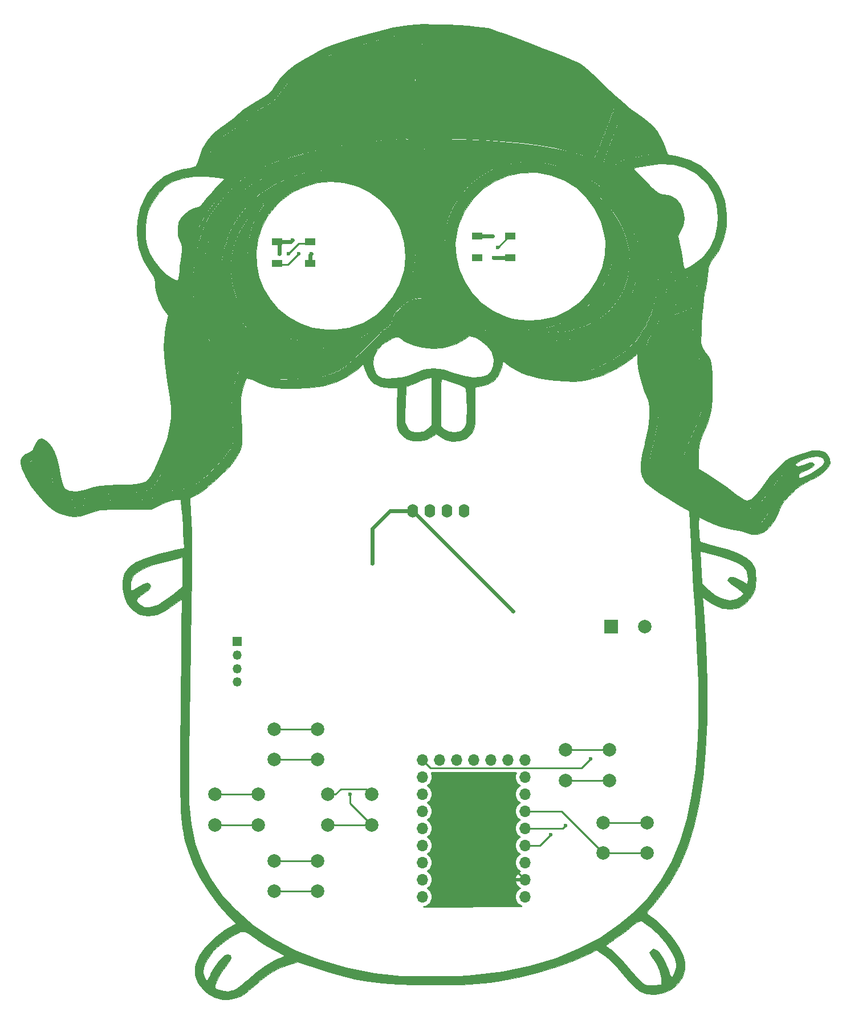
<source format=gbr>
G04 #@! TF.GenerationSoftware,KiCad,Pcbnew,8.0.5-8.0.5-0~ubuntu24.04.1*
G04 #@! TF.CreationDate,2024-09-29T10:35:44+09:00*
G04 #@! TF.ProjectId,gopher_pilot_rp2040_sw,676f7068-6572-45f7-9069-6c6f745f7270,rev?*
G04 #@! TF.SameCoordinates,Original*
G04 #@! TF.FileFunction,Copper,L1,Top*
G04 #@! TF.FilePolarity,Positive*
%FSLAX46Y46*%
G04 Gerber Fmt 4.6, Leading zero omitted, Abs format (unit mm)*
G04 Created by KiCad (PCBNEW 8.0.5-8.0.5-0~ubuntu24.04.1) date 2024-09-29 10:35:44*
%MOMM*%
%LPD*%
G01*
G04 APERTURE LIST*
G04 #@! TA.AperFunction,EtchedComponent*
%ADD10C,0.100000*%
G04 #@! TD*
G04 #@! TA.AperFunction,EtchedComponent*
%ADD11C,0.010000*%
G04 #@! TD*
G04 #@! TA.AperFunction,SMDPad,CuDef*
%ADD12R,1.500000X1.000000*%
G04 #@! TD*
G04 #@! TA.AperFunction,ComponentPad*
%ADD13O,1.700000X1.700000*%
G04 #@! TD*
G04 #@! TA.AperFunction,ComponentPad*
%ADD14O,1.600000X2.000000*%
G04 #@! TD*
G04 #@! TA.AperFunction,ComponentPad*
%ADD15C,2.000000*%
G04 #@! TD*
G04 #@! TA.AperFunction,ComponentPad*
%ADD16R,1.350000X1.350000*%
G04 #@! TD*
G04 #@! TA.AperFunction,ComponentPad*
%ADD17O,1.350000X1.350000*%
G04 #@! TD*
G04 #@! TA.AperFunction,ComponentPad*
%ADD18R,2.000000X2.000000*%
G04 #@! TD*
G04 #@! TA.AperFunction,ViaPad*
%ADD19C,0.600000*%
G04 #@! TD*
G04 #@! TA.AperFunction,Conductor*
%ADD20C,0.250000*%
G04 #@! TD*
G04 #@! TA.AperFunction,Conductor*
%ADD21C,0.600000*%
G04 #@! TD*
G04 #@! TA.AperFunction,Conductor*
%ADD22C,0.400000*%
G04 #@! TD*
G04 APERTURE END LIST*
D10*
X77852600Y-77951520D02*
X79112600Y-78411520D01*
X80352600Y-78821520D01*
X81652600Y-79151520D01*
X81952600Y-80781520D01*
X82182600Y-82071520D01*
X82202600Y-82131520D01*
X82162600Y-82191520D01*
X81922600Y-82261520D01*
X81392600Y-82211520D01*
X80692600Y-82031520D01*
X79952600Y-81731520D01*
X78992600Y-81111520D01*
X78082600Y-80081520D01*
X77552600Y-78851520D01*
X77332600Y-77831520D01*
X77852600Y-77951520D01*
G04 #@! TA.AperFunction,EtchedComponent*
G36*
X77852600Y-77951520D02*
G01*
X79112600Y-78411520D01*
X80352600Y-78821520D01*
X81652600Y-79151520D01*
X81952600Y-80781520D01*
X82182600Y-82071520D01*
X82202600Y-82131520D01*
X82162600Y-82191520D01*
X81922600Y-82261520D01*
X81392600Y-82211520D01*
X80692600Y-82031520D01*
X79952600Y-81731520D01*
X78992600Y-81111520D01*
X78082600Y-80081520D01*
X77552600Y-78851520D01*
X77332600Y-77831520D01*
X77852600Y-77951520D01*
G37*
G04 #@! TD.AperFunction*
X156802600Y-76651520D02*
X156742600Y-76961520D01*
X156352600Y-78261520D01*
X155712600Y-79241520D01*
X154792600Y-79961520D01*
X153472600Y-80521520D01*
X152702600Y-80751520D01*
X152092600Y-80901520D01*
X151742600Y-80901520D01*
X151632600Y-80781520D01*
X151662600Y-80461520D01*
X151772600Y-79931520D01*
X151892600Y-79191520D01*
X151952600Y-78791520D01*
X152062600Y-78081520D01*
X152212600Y-77581520D01*
X152442600Y-77291520D01*
X152432600Y-77291520D01*
X152822600Y-77141520D01*
X153932600Y-76881520D01*
X154742600Y-76611520D01*
X154912600Y-76561520D01*
X155182600Y-76451520D01*
X155572600Y-76301520D01*
X155752600Y-76231520D01*
X156162600Y-76051520D01*
X156542600Y-75881520D01*
X156952600Y-75701520D01*
X156802600Y-76651520D01*
G04 #@! TA.AperFunction,EtchedComponent*
G36*
X156802600Y-76651520D02*
G01*
X156742600Y-76961520D01*
X156352600Y-78261520D01*
X155712600Y-79241520D01*
X154792600Y-79961520D01*
X153472600Y-80521520D01*
X152702600Y-80751520D01*
X152092600Y-80901520D01*
X151742600Y-80901520D01*
X151632600Y-80781520D01*
X151662600Y-80461520D01*
X151772600Y-79931520D01*
X151892600Y-79191520D01*
X151952600Y-78791520D01*
X152062600Y-78081520D01*
X152212600Y-77581520D01*
X152442600Y-77291520D01*
X152432600Y-77291520D01*
X152822600Y-77141520D01*
X153932600Y-76881520D01*
X154742600Y-76611520D01*
X154912600Y-76561520D01*
X155182600Y-76451520D01*
X155572600Y-76301520D01*
X155752600Y-76231520D01*
X156162600Y-76051520D01*
X156542600Y-75881520D01*
X156952600Y-75701520D01*
X156802600Y-76651520D01*
G37*
G04 #@! TD.AperFunction*
X142592600Y-65086520D02*
X143352600Y-65991520D01*
X144172600Y-67141520D01*
X144772600Y-68051520D01*
X145262600Y-68991520D01*
X145902600Y-70551520D01*
X146372600Y-72621520D01*
X146492600Y-74711520D01*
X146232600Y-76621520D01*
X145612600Y-78431520D01*
X144672600Y-80071520D01*
X143402600Y-81551520D01*
X141812600Y-82801520D01*
X139902600Y-83771520D01*
X137732600Y-84381520D01*
X136592600Y-84541520D01*
X135052600Y-84631520D01*
X133872600Y-84650270D01*
X132552600Y-84582770D01*
X131062600Y-84369020D01*
X132302600Y-84336520D01*
X134792600Y-83931520D01*
X137032600Y-83091520D01*
X138882600Y-82001520D01*
X139812600Y-81211520D01*
X140552600Y-80581520D01*
X140932600Y-80171520D01*
X141662600Y-79221520D01*
X142352600Y-78291520D01*
X143332600Y-76351520D01*
X143912600Y-74201520D01*
X144112600Y-71931520D01*
X144092600Y-71341520D01*
X143872600Y-69351520D01*
X143322600Y-67521520D01*
X142512600Y-65871520D01*
X141992600Y-64891520D01*
X141932600Y-64616520D01*
X142592600Y-65086520D01*
G04 #@! TA.AperFunction,EtchedComponent*
G36*
X142592600Y-65086520D02*
G01*
X143352600Y-65991520D01*
X144172600Y-67141520D01*
X144772600Y-68051520D01*
X145262600Y-68991520D01*
X145902600Y-70551520D01*
X146372600Y-72621520D01*
X146492600Y-74711520D01*
X146232600Y-76621520D01*
X145612600Y-78431520D01*
X144672600Y-80071520D01*
X143402600Y-81551520D01*
X141812600Y-82801520D01*
X139902600Y-83771520D01*
X137732600Y-84381520D01*
X136592600Y-84541520D01*
X135052600Y-84631520D01*
X133872600Y-84650270D01*
X132552600Y-84582770D01*
X131062600Y-84369020D01*
X132302600Y-84336520D01*
X134792600Y-83931520D01*
X137032600Y-83091520D01*
X138882600Y-82001520D01*
X139812600Y-81211520D01*
X140552600Y-80581520D01*
X140932600Y-80171520D01*
X141662600Y-79221520D01*
X142352600Y-78291520D01*
X143332600Y-76351520D01*
X143912600Y-74201520D01*
X144112600Y-71931520D01*
X144092600Y-71341520D01*
X143872600Y-69351520D01*
X143322600Y-67521520D01*
X142512600Y-65871520D01*
X141992600Y-64891520D01*
X141932600Y-64616520D01*
X142592600Y-65086520D01*
G37*
G04 #@! TD.AperFunction*
X120867600Y-40251520D02*
X123317600Y-40471520D01*
X125347600Y-40846520D01*
X128677600Y-41936520D01*
X134532600Y-44191520D01*
X136612600Y-45051520D01*
X138302600Y-45846520D01*
X139482600Y-46696520D01*
X140222600Y-47421520D01*
X142162600Y-49341520D01*
X143562600Y-50761520D01*
X144232600Y-51451520D01*
X143982600Y-52091520D01*
X143492600Y-53361520D01*
X142932600Y-54801520D01*
X142452600Y-56051520D01*
X142042600Y-57091520D01*
X141832600Y-57621520D01*
X141522600Y-58371520D01*
X141232600Y-58981520D01*
X140592600Y-58741520D01*
X139392600Y-58271520D01*
X137582600Y-57741520D01*
X135542600Y-57281520D01*
X133132600Y-56861520D01*
X130542600Y-56521520D01*
X127542600Y-56231520D01*
X125022600Y-56061520D01*
X121312600Y-55911520D01*
X118622600Y-55871520D01*
X116092600Y-55871520D01*
X116092600Y-54161520D01*
X116082600Y-51711520D01*
X116062600Y-48821520D01*
X116042600Y-46991520D01*
X115992600Y-45871520D01*
X115922600Y-44261520D01*
X115732600Y-42121520D01*
X115462600Y-40221520D01*
X115432600Y-40031520D01*
X120867600Y-40251520D01*
G04 #@! TA.AperFunction,EtchedComponent*
G36*
X120867600Y-40251520D02*
G01*
X123317600Y-40471520D01*
X125347600Y-40846520D01*
X128677600Y-41936520D01*
X134532600Y-44191520D01*
X136612600Y-45051520D01*
X138302600Y-45846520D01*
X139482600Y-46696520D01*
X140222600Y-47421520D01*
X142162600Y-49341520D01*
X143562600Y-50761520D01*
X144232600Y-51451520D01*
X143982600Y-52091520D01*
X143492600Y-53361520D01*
X142932600Y-54801520D01*
X142452600Y-56051520D01*
X142042600Y-57091520D01*
X141832600Y-57621520D01*
X141522600Y-58371520D01*
X141232600Y-58981520D01*
X140592600Y-58741520D01*
X139392600Y-58271520D01*
X137582600Y-57741520D01*
X135542600Y-57281520D01*
X133132600Y-56861520D01*
X130542600Y-56521520D01*
X127542600Y-56231520D01*
X125022600Y-56061520D01*
X121312600Y-55911520D01*
X118622600Y-55871520D01*
X116092600Y-55871520D01*
X116092600Y-54161520D01*
X116082600Y-51711520D01*
X116062600Y-48821520D01*
X116042600Y-46991520D01*
X115992600Y-45871520D01*
X115922600Y-44261520D01*
X115732600Y-42121520D01*
X115462600Y-40221520D01*
X115432600Y-40031520D01*
X120867600Y-40251520D01*
G37*
G04 #@! TD.AperFunction*
X92622600Y-65286520D02*
X92062600Y-65991520D01*
X91372600Y-66971520D01*
X90892600Y-68011520D01*
X90472600Y-68941520D01*
X89912600Y-71111520D01*
X89742600Y-73411520D01*
X89862600Y-75201520D01*
X90412600Y-77391520D01*
X91272600Y-79331520D01*
X91972600Y-80331520D01*
X92482600Y-81091520D01*
X93212600Y-81841520D01*
X93992600Y-82631520D01*
X95792600Y-83941520D01*
X97802600Y-84891520D01*
X100092600Y-85521520D01*
X100502600Y-85591520D01*
X101032600Y-85711520D01*
X101132600Y-85751520D01*
X101172600Y-85761520D01*
X100862600Y-85791520D01*
X100142600Y-85841520D01*
X99502600Y-85891520D01*
X99092600Y-85921520D01*
X97352600Y-85821520D01*
X95532600Y-85451520D01*
X93752600Y-84881520D01*
X92172600Y-84111520D01*
X90692600Y-83151520D01*
X89622600Y-82101520D01*
X89082600Y-81351520D01*
X88112600Y-79541520D01*
X87512600Y-77591520D01*
X87272600Y-75591520D01*
X87392600Y-73541520D01*
X87892600Y-71501520D01*
X88722600Y-69581520D01*
X89902600Y-67781520D01*
X91452600Y-66131520D01*
X92742600Y-65076520D01*
X92622600Y-65286520D01*
G04 #@! TA.AperFunction,EtchedComponent*
G36*
X92622600Y-65286520D02*
G01*
X92062600Y-65991520D01*
X91372600Y-66971520D01*
X90892600Y-68011520D01*
X90472600Y-68941520D01*
X89912600Y-71111520D01*
X89742600Y-73411520D01*
X89862600Y-75201520D01*
X90412600Y-77391520D01*
X91272600Y-79331520D01*
X91972600Y-80331520D01*
X92482600Y-81091520D01*
X93212600Y-81841520D01*
X93992600Y-82631520D01*
X95792600Y-83941520D01*
X97802600Y-84891520D01*
X100092600Y-85521520D01*
X100502600Y-85591520D01*
X101032600Y-85711520D01*
X101132600Y-85751520D01*
X101172600Y-85761520D01*
X100862600Y-85791520D01*
X100142600Y-85841520D01*
X99502600Y-85891520D01*
X99092600Y-85921520D01*
X97352600Y-85821520D01*
X95532600Y-85451520D01*
X93752600Y-84881520D01*
X92172600Y-84111520D01*
X90692600Y-83151520D01*
X89622600Y-82101520D01*
X89082600Y-81351520D01*
X88112600Y-79541520D01*
X87512600Y-77591520D01*
X87272600Y-75591520D01*
X87392600Y-73541520D01*
X87892600Y-71501520D01*
X88722600Y-69581520D01*
X89902600Y-67781520D01*
X91452600Y-66131520D01*
X92742600Y-65076520D01*
X92622600Y-65286520D01*
G37*
G04 #@! TD.AperFunction*
X114002600Y-40421520D02*
X114142600Y-40691520D01*
X114402600Y-42101520D01*
X114512600Y-43581520D01*
X114602600Y-46021520D01*
X114672600Y-48541520D01*
X114732600Y-50751520D01*
X114762600Y-51801520D01*
X114782600Y-53581520D01*
X114822600Y-55891520D01*
X114022600Y-55941520D01*
X112502600Y-56021520D01*
X109942600Y-56181520D01*
X106592600Y-56541520D01*
X104542600Y-56831520D01*
X103452600Y-57011520D01*
X101372600Y-57391520D01*
X100792600Y-57501520D01*
X98562600Y-57991520D01*
X98012600Y-58111520D01*
X95652600Y-58781520D01*
X93722600Y-59451520D01*
X92312600Y-60071520D01*
X91792600Y-60321520D01*
X91102600Y-60661520D01*
X90822600Y-60761520D01*
X90642600Y-60721520D01*
X90562600Y-60521520D01*
X90262600Y-59041520D01*
X90092600Y-58011520D01*
X89782600Y-55771520D01*
X89632600Y-53991520D01*
X89652600Y-53701520D01*
X89672600Y-53421520D01*
X89862600Y-52791520D01*
X90272600Y-52341520D01*
X90952600Y-51891520D01*
X91932600Y-51371520D01*
X92502600Y-51061520D01*
X93202600Y-50661520D01*
X93732600Y-50211520D01*
X94292600Y-49611520D01*
X95142600Y-48521520D01*
X95922600Y-47501520D01*
X96622600Y-46751520D01*
X97242600Y-46191520D01*
X98052600Y-45641520D01*
X99082600Y-45041520D01*
X100392600Y-44341520D01*
X101902600Y-43581520D01*
X102862600Y-43191520D01*
X105762600Y-42251520D01*
X108562600Y-41511520D01*
X110392600Y-41021520D01*
X112852600Y-40441520D01*
X113722600Y-40331520D01*
X114002600Y-40421520D01*
G04 #@! TA.AperFunction,EtchedComponent*
G36*
X114002600Y-40421520D02*
G01*
X114142600Y-40691520D01*
X114402600Y-42101520D01*
X114512600Y-43581520D01*
X114602600Y-46021520D01*
X114672600Y-48541520D01*
X114732600Y-50751520D01*
X114762600Y-51801520D01*
X114782600Y-53581520D01*
X114822600Y-55891520D01*
X114022600Y-55941520D01*
X112502600Y-56021520D01*
X109942600Y-56181520D01*
X106592600Y-56541520D01*
X104542600Y-56831520D01*
X103452600Y-57011520D01*
X101372600Y-57391520D01*
X100792600Y-57501520D01*
X98562600Y-57991520D01*
X98012600Y-58111520D01*
X95652600Y-58781520D01*
X93722600Y-59451520D01*
X92312600Y-60071520D01*
X91792600Y-60321520D01*
X91102600Y-60661520D01*
X90822600Y-60761520D01*
X90642600Y-60721520D01*
X90562600Y-60521520D01*
X90262600Y-59041520D01*
X90092600Y-58011520D01*
X89782600Y-55771520D01*
X89632600Y-53991520D01*
X89652600Y-53701520D01*
X89672600Y-53421520D01*
X89862600Y-52791520D01*
X90272600Y-52341520D01*
X90952600Y-51891520D01*
X91932600Y-51371520D01*
X92502600Y-51061520D01*
X93202600Y-50661520D01*
X93732600Y-50211520D01*
X94292600Y-49611520D01*
X95142600Y-48521520D01*
X95922600Y-47501520D01*
X96622600Y-46751520D01*
X97242600Y-46191520D01*
X98052600Y-45641520D01*
X99082600Y-45041520D01*
X100392600Y-44341520D01*
X101902600Y-43581520D01*
X102862600Y-43191520D01*
X105762600Y-42251520D01*
X108562600Y-41511520D01*
X110392600Y-41021520D01*
X112852600Y-40441520D01*
X113722600Y-40331520D01*
X114002600Y-40421520D01*
G37*
G04 #@! TD.AperFunction*
X118362600Y-57521520D02*
X121542600Y-57521520D01*
X124952600Y-57611520D01*
X126812600Y-57681520D01*
X130102600Y-57971520D01*
X133402600Y-58411520D01*
X136272600Y-58991520D01*
X138772600Y-59701520D01*
X140992600Y-60571520D01*
X142952600Y-61631520D01*
X144602600Y-62821520D01*
X146072600Y-64231520D01*
X147082600Y-65521520D01*
X147322600Y-65821520D01*
X148792600Y-68291520D01*
X149812600Y-70681520D01*
X147512600Y-71241520D01*
X147292600Y-70311520D01*
X146902600Y-69351520D01*
X146452600Y-68241520D01*
X146202600Y-67761520D01*
X145712600Y-66981520D01*
X145072600Y-65931520D01*
X143952600Y-64651520D01*
X143402600Y-64061520D01*
X141542600Y-62521520D01*
X139352600Y-61221520D01*
X136882600Y-60201520D01*
X134342600Y-59581520D01*
X132762600Y-59381520D01*
X130522600Y-59391520D01*
X128172600Y-59801520D01*
X126202600Y-60491520D01*
X124302600Y-61541520D01*
X122792600Y-62741520D01*
X121462600Y-64241520D01*
X120292600Y-66056520D01*
X119557600Y-67864020D01*
X119132600Y-69841520D01*
X119027600Y-72124020D01*
X119477600Y-74779020D01*
X114652600Y-75161520D01*
X114592600Y-74851520D01*
X114812600Y-72571520D01*
X114682600Y-70851520D01*
X114152600Y-68751520D01*
X113282600Y-66801520D01*
X112052600Y-65051520D01*
X110472600Y-63501520D01*
X108542600Y-62171520D01*
X106372600Y-61211520D01*
X104977600Y-60866520D01*
X104447600Y-58276520D01*
X106162600Y-58051520D01*
X108622600Y-57656520D01*
X113382600Y-57446520D01*
X118362600Y-57521520D01*
G04 #@! TA.AperFunction,EtchedComponent*
G36*
X118362600Y-57521520D02*
G01*
X121542600Y-57521520D01*
X124952600Y-57611520D01*
X126812600Y-57681520D01*
X130102600Y-57971520D01*
X133402600Y-58411520D01*
X136272600Y-58991520D01*
X138772600Y-59701520D01*
X140992600Y-60571520D01*
X142952600Y-61631520D01*
X144602600Y-62821520D01*
X146072600Y-64231520D01*
X147082600Y-65521520D01*
X147322600Y-65821520D01*
X148792600Y-68291520D01*
X149812600Y-70681520D01*
X147512600Y-71241520D01*
X147292600Y-70311520D01*
X146902600Y-69351520D01*
X146452600Y-68241520D01*
X146202600Y-67761520D01*
X145712600Y-66981520D01*
X145072600Y-65931520D01*
X143952600Y-64651520D01*
X143402600Y-64061520D01*
X141542600Y-62521520D01*
X139352600Y-61221520D01*
X136882600Y-60201520D01*
X134342600Y-59581520D01*
X132762600Y-59381520D01*
X130522600Y-59391520D01*
X128172600Y-59801520D01*
X126202600Y-60491520D01*
X124302600Y-61541520D01*
X122792600Y-62741520D01*
X121462600Y-64241520D01*
X120292600Y-66056520D01*
X119557600Y-67864020D01*
X119132600Y-69841520D01*
X119027600Y-72124020D01*
X119477600Y-74779020D01*
X114652600Y-75161520D01*
X114592600Y-74851520D01*
X114812600Y-72571520D01*
X114682600Y-70851520D01*
X114152600Y-68751520D01*
X113282600Y-66801520D01*
X112052600Y-65051520D01*
X110472600Y-63501520D01*
X108542600Y-62171520D01*
X106372600Y-61211520D01*
X104977600Y-60866520D01*
X104447600Y-58276520D01*
X106162600Y-58051520D01*
X108622600Y-57656520D01*
X113382600Y-57446520D01*
X118362600Y-57521520D01*
G37*
G04 #@! TD.AperFunction*
X149862600Y-70771520D02*
X150012600Y-71351520D01*
X150302600Y-72401520D01*
X150532600Y-73291520D01*
X150722600Y-74961520D01*
X150802600Y-75681520D01*
X150702600Y-77961520D01*
X150542600Y-79011520D01*
X149892600Y-81501520D01*
X148892600Y-83771520D01*
X147602600Y-85711520D01*
X146562600Y-86801520D01*
X145902600Y-87441520D01*
X143982600Y-88801520D01*
X142302600Y-89621520D01*
X141712600Y-89921520D01*
X140802600Y-90241520D01*
X140192600Y-90381520D01*
X139522600Y-90451520D01*
X138682600Y-90481520D01*
X137892600Y-90481520D01*
X135762600Y-90451520D01*
X133902600Y-90291520D01*
X132252600Y-89931520D01*
X131002600Y-89421520D01*
X129772600Y-88711520D01*
X128592600Y-87731520D01*
X127032600Y-86141520D01*
X125892600Y-85031520D01*
X125022600Y-84301520D01*
X124422600Y-83891520D01*
X123952600Y-83611520D01*
X123492600Y-83211520D01*
X123142600Y-82221520D01*
X122712600Y-81601520D01*
X122562600Y-81371520D01*
X122962600Y-81061520D01*
X123032600Y-81051520D01*
X123272600Y-81281520D01*
X123682600Y-81711520D01*
X124262600Y-82301520D01*
X125022600Y-82871520D01*
X126102600Y-83701520D01*
X128072600Y-84801520D01*
X130152600Y-85481520D01*
X132122600Y-85951520D01*
X132792600Y-85981520D01*
X133942600Y-85981520D01*
X135282600Y-85941520D01*
X136222600Y-85901520D01*
X137382600Y-85801520D01*
X138432600Y-85641520D01*
X139392600Y-85381520D01*
X140932600Y-84811520D01*
X143022600Y-83651520D01*
X144632600Y-82331520D01*
X145972600Y-80691520D01*
X146962600Y-78761520D01*
X147622600Y-76641520D01*
X147862600Y-74461520D01*
X147762600Y-72381520D01*
X147492600Y-71301520D01*
X147532600Y-71291520D01*
X148572600Y-70971520D01*
X149762600Y-70691520D01*
X149862600Y-70771520D01*
G04 #@! TA.AperFunction,EtchedComponent*
G36*
X149862600Y-70771520D02*
G01*
X150012600Y-71351520D01*
X150302600Y-72401520D01*
X150532600Y-73291520D01*
X150722600Y-74961520D01*
X150802600Y-75681520D01*
X150702600Y-77961520D01*
X150542600Y-79011520D01*
X149892600Y-81501520D01*
X148892600Y-83771520D01*
X147602600Y-85711520D01*
X146562600Y-86801520D01*
X145902600Y-87441520D01*
X143982600Y-88801520D01*
X142302600Y-89621520D01*
X141712600Y-89921520D01*
X140802600Y-90241520D01*
X140192600Y-90381520D01*
X139522600Y-90451520D01*
X138682600Y-90481520D01*
X137892600Y-90481520D01*
X135762600Y-90451520D01*
X133902600Y-90291520D01*
X132252600Y-89931520D01*
X131002600Y-89421520D01*
X129772600Y-88711520D01*
X128592600Y-87731520D01*
X127032600Y-86141520D01*
X125892600Y-85031520D01*
X125022600Y-84301520D01*
X124422600Y-83891520D01*
X123952600Y-83611520D01*
X123492600Y-83211520D01*
X123142600Y-82221520D01*
X122712600Y-81601520D01*
X122562600Y-81371520D01*
X122962600Y-81061520D01*
X123032600Y-81051520D01*
X123272600Y-81281520D01*
X123682600Y-81711520D01*
X124262600Y-82301520D01*
X125022600Y-82871520D01*
X126102600Y-83701520D01*
X128072600Y-84801520D01*
X130152600Y-85481520D01*
X132122600Y-85951520D01*
X132792600Y-85981520D01*
X133942600Y-85981520D01*
X135282600Y-85941520D01*
X136222600Y-85901520D01*
X137382600Y-85801520D01*
X138432600Y-85641520D01*
X139392600Y-85381520D01*
X140932600Y-84811520D01*
X143022600Y-83651520D01*
X144632600Y-82331520D01*
X145972600Y-80691520D01*
X146962600Y-78761520D01*
X147622600Y-76641520D01*
X147862600Y-74461520D01*
X147762600Y-72381520D01*
X147492600Y-71301520D01*
X147532600Y-71291520D01*
X148572600Y-70971520D01*
X149762600Y-70691520D01*
X149862600Y-70771520D01*
G37*
G04 #@! TD.AperFunction*
X145802600Y-52531520D02*
X146502600Y-53001520D01*
X147162600Y-53451520D01*
X148082600Y-54141520D01*
X148442600Y-54411520D01*
X149252600Y-55211520D01*
X149852600Y-56081520D01*
X150232600Y-56951520D01*
X150362600Y-57311520D01*
X150632600Y-58081520D01*
X149902600Y-58211520D01*
X149082600Y-58361520D01*
X148012600Y-58561520D01*
X147252600Y-58701520D01*
X145992600Y-58981520D01*
X145162600Y-59261520D01*
X144652600Y-59511520D01*
X144482600Y-59801520D01*
X144642600Y-60181520D01*
X145182600Y-60731520D01*
X145522600Y-60991520D01*
X146312600Y-61631520D01*
X147012600Y-62221520D01*
X148542600Y-63781520D01*
X148862600Y-64121520D01*
X149332600Y-64791520D01*
X150332600Y-66201520D01*
X150442600Y-66351520D01*
X151012600Y-67531520D01*
X151672600Y-68901520D01*
X152052600Y-69931520D01*
X152412600Y-71131520D01*
X152732600Y-72401520D01*
X152902600Y-73091520D01*
X152972600Y-73501520D01*
X153082600Y-74151520D01*
X153182600Y-74901520D01*
X153192600Y-75461520D01*
X153082600Y-75651520D01*
X152982600Y-75661520D01*
X152612600Y-75761520D01*
X152502600Y-75791520D01*
X152342600Y-75681520D01*
X152232600Y-75271520D01*
X152062600Y-74121520D01*
X151822600Y-72621520D01*
X151682600Y-72131520D01*
X151262600Y-70691520D01*
X151062600Y-69951520D01*
X149952600Y-67401520D01*
X149032600Y-65931520D01*
X148442600Y-64971520D01*
X147602600Y-63961520D01*
X146822600Y-63031520D01*
X144962600Y-61351520D01*
X143812600Y-60481520D01*
X143062600Y-59951520D01*
X142742600Y-59701520D01*
X142737600Y-59501520D01*
X142907600Y-58761520D01*
X143552600Y-56971520D01*
X143872600Y-56111520D01*
X144122600Y-55471520D01*
X144382600Y-54791520D01*
X144662600Y-54081520D01*
X144772600Y-53801520D01*
X144992600Y-53261520D01*
X145202600Y-52761520D01*
X145452600Y-52301520D01*
X145802600Y-52531520D01*
G04 #@! TA.AperFunction,EtchedComponent*
G36*
X145802600Y-52531520D02*
G01*
X146502600Y-53001520D01*
X147162600Y-53451520D01*
X148082600Y-54141520D01*
X148442600Y-54411520D01*
X149252600Y-55211520D01*
X149852600Y-56081520D01*
X150232600Y-56951520D01*
X150362600Y-57311520D01*
X150632600Y-58081520D01*
X149902600Y-58211520D01*
X149082600Y-58361520D01*
X148012600Y-58561520D01*
X147252600Y-58701520D01*
X145992600Y-58981520D01*
X145162600Y-59261520D01*
X144652600Y-59511520D01*
X144482600Y-59801520D01*
X144642600Y-60181520D01*
X145182600Y-60731520D01*
X145522600Y-60991520D01*
X146312600Y-61631520D01*
X147012600Y-62221520D01*
X148542600Y-63781520D01*
X148862600Y-64121520D01*
X149332600Y-64791520D01*
X150332600Y-66201520D01*
X150442600Y-66351520D01*
X151012600Y-67531520D01*
X151672600Y-68901520D01*
X152052600Y-69931520D01*
X152412600Y-71131520D01*
X152732600Y-72401520D01*
X152902600Y-73091520D01*
X152972600Y-73501520D01*
X153082600Y-74151520D01*
X153182600Y-74901520D01*
X153192600Y-75461520D01*
X153082600Y-75651520D01*
X152982600Y-75661520D01*
X152612600Y-75761520D01*
X152502600Y-75791520D01*
X152342600Y-75681520D01*
X152232600Y-75271520D01*
X152062600Y-74121520D01*
X151822600Y-72621520D01*
X151682600Y-72131520D01*
X151262600Y-70691520D01*
X151062600Y-69951520D01*
X149952600Y-67401520D01*
X149032600Y-65931520D01*
X148442600Y-64971520D01*
X147602600Y-63961520D01*
X146822600Y-63031520D01*
X144962600Y-61351520D01*
X143812600Y-60481520D01*
X143062600Y-59951520D01*
X142742600Y-59701520D01*
X142737600Y-59501520D01*
X142907600Y-58761520D01*
X143552600Y-56971520D01*
X143872600Y-56111520D01*
X144122600Y-55471520D01*
X144382600Y-54791520D01*
X144662600Y-54081520D01*
X144772600Y-53801520D01*
X144992600Y-53261520D01*
X145202600Y-52761520D01*
X145452600Y-52301520D01*
X145802600Y-52531520D01*
G37*
G04 #@! TD.AperFunction*
X88310100Y-55031520D02*
X88612600Y-57271520D01*
X88892600Y-59041520D01*
X89142600Y-60361520D01*
X89452600Y-61651520D01*
X88802600Y-62111520D01*
X88142600Y-62651520D01*
X87462600Y-63311520D01*
X87252600Y-63511520D01*
X86892600Y-63911520D01*
X86482600Y-64351520D01*
X85752600Y-65211520D01*
X85362600Y-65681520D01*
X84832600Y-66371520D01*
X84112600Y-67421520D01*
X83352600Y-68991520D01*
X82922600Y-70191520D01*
X82662600Y-70841520D01*
X82212600Y-72631520D01*
X82102600Y-73101520D01*
X82062600Y-73451520D01*
X81852600Y-74791520D01*
X81772600Y-75371520D01*
X81642600Y-76781520D01*
X81632600Y-76931520D01*
X81572600Y-77551520D01*
X81392600Y-77621520D01*
X81092600Y-77571520D01*
X80862600Y-77411520D01*
X80842600Y-77351520D01*
X80832600Y-76881520D01*
X80882600Y-76041520D01*
X80962600Y-75221520D01*
X81062600Y-74401520D01*
X81102600Y-74121520D01*
X81222600Y-73311520D01*
X81382600Y-72471520D01*
X81532600Y-71901520D01*
X81952600Y-70661520D01*
X82412600Y-69361520D01*
X82632600Y-68941520D01*
X82892600Y-68461520D01*
X83362600Y-67571520D01*
X83662600Y-67001520D01*
X84392600Y-66021520D01*
X85232600Y-64891520D01*
X86392600Y-63741520D01*
X87132600Y-63011520D01*
X87712600Y-62491520D01*
X88332600Y-61811520D01*
X88492600Y-61491520D01*
X88482600Y-61431520D01*
X88202600Y-61091520D01*
X87502600Y-60751520D01*
X86452600Y-60441520D01*
X84822600Y-60091520D01*
X84252600Y-59981520D01*
X83722600Y-59811520D01*
X83552600Y-59711520D01*
X83582600Y-59521520D01*
X83762600Y-59021520D01*
X84102600Y-58251520D01*
X84822600Y-56901520D01*
X85122600Y-56471520D01*
X85272600Y-56301520D01*
X85732600Y-55931520D01*
X86422600Y-55421520D01*
X87112600Y-54941520D01*
X87872600Y-54471520D01*
X88157600Y-54341520D01*
X88310100Y-55031520D01*
G04 #@! TA.AperFunction,EtchedComponent*
G36*
X88310100Y-55031520D02*
G01*
X88612600Y-57271520D01*
X88892600Y-59041520D01*
X89142600Y-60361520D01*
X89452600Y-61651520D01*
X88802600Y-62111520D01*
X88142600Y-62651520D01*
X87462600Y-63311520D01*
X87252600Y-63511520D01*
X86892600Y-63911520D01*
X86482600Y-64351520D01*
X85752600Y-65211520D01*
X85362600Y-65681520D01*
X84832600Y-66371520D01*
X84112600Y-67421520D01*
X83352600Y-68991520D01*
X82922600Y-70191520D01*
X82662600Y-70841520D01*
X82212600Y-72631520D01*
X82102600Y-73101520D01*
X82062600Y-73451520D01*
X81852600Y-74791520D01*
X81772600Y-75371520D01*
X81642600Y-76781520D01*
X81632600Y-76931520D01*
X81572600Y-77551520D01*
X81392600Y-77621520D01*
X81092600Y-77571520D01*
X80862600Y-77411520D01*
X80842600Y-77351520D01*
X80832600Y-76881520D01*
X80882600Y-76041520D01*
X80962600Y-75221520D01*
X81062600Y-74401520D01*
X81102600Y-74121520D01*
X81222600Y-73311520D01*
X81382600Y-72471520D01*
X81532600Y-71901520D01*
X81952600Y-70661520D01*
X82412600Y-69361520D01*
X82632600Y-68941520D01*
X82892600Y-68461520D01*
X83362600Y-67571520D01*
X83662600Y-67001520D01*
X84392600Y-66021520D01*
X85232600Y-64891520D01*
X86392600Y-63741520D01*
X87132600Y-63011520D01*
X87712600Y-62491520D01*
X88332600Y-61811520D01*
X88492600Y-61491520D01*
X88482600Y-61431520D01*
X88202600Y-61091520D01*
X87502600Y-60751520D01*
X86452600Y-60441520D01*
X84822600Y-60091520D01*
X84252600Y-59981520D01*
X83722600Y-59811520D01*
X83552600Y-59711520D01*
X83582600Y-59521520D01*
X83762600Y-59021520D01*
X84102600Y-58251520D01*
X84822600Y-56901520D01*
X85122600Y-56471520D01*
X85272600Y-56301520D01*
X85732600Y-55931520D01*
X86422600Y-55421520D01*
X87112600Y-54941520D01*
X87872600Y-54471520D01*
X88157600Y-54341520D01*
X88310100Y-55031520D01*
G37*
G04 #@! TD.AperFunction*
X155972600Y-81831520D02*
X155952600Y-83131520D01*
X155862600Y-85481520D01*
X155772600Y-87271520D01*
X156592600Y-88321520D01*
X157092600Y-89041520D01*
X157312600Y-89581520D01*
X157472600Y-90291520D01*
X157632600Y-92471520D01*
X157542600Y-94501520D01*
X157152600Y-96451520D01*
X156512600Y-98381520D01*
X155442600Y-100661520D01*
X154972600Y-101761520D01*
X154642600Y-102851520D01*
X154612600Y-103831520D01*
X154922600Y-104741520D01*
X155602600Y-105581520D01*
X156622600Y-106401520D01*
X157072600Y-106671520D01*
X158322600Y-107471520D01*
X158932600Y-107901520D01*
X159562600Y-108321520D01*
X160472600Y-108971520D01*
X162002600Y-110121520D01*
X162982600Y-110731520D01*
X163522600Y-110941520D01*
X163792600Y-110961520D01*
X164752600Y-110821520D01*
X165702600Y-110231520D01*
X166192600Y-109701520D01*
X166632600Y-109201520D01*
X166892600Y-108841520D01*
X167472600Y-108061520D01*
X168042600Y-107331520D01*
X168512600Y-106741520D01*
X168942600Y-106221520D01*
X169152600Y-105961520D01*
X169452600Y-105631520D01*
X169532600Y-105551520D01*
X169792600Y-105341520D01*
X169922600Y-105421520D01*
X170122600Y-105761520D01*
X170332600Y-106241520D01*
X170452600Y-106701520D01*
X170432600Y-106921520D01*
X170022600Y-107231520D01*
X169642600Y-107531520D01*
X169182600Y-107881520D01*
X168142600Y-109231520D01*
X167972600Y-109581520D01*
X167582600Y-110401520D01*
X167342600Y-110971520D01*
X167272600Y-111141520D01*
X166802600Y-112071520D01*
X166232600Y-112781520D01*
X165622600Y-113221520D01*
X165062600Y-113371520D01*
X164482600Y-113201520D01*
X164352600Y-113131520D01*
X163872600Y-112991520D01*
X162692600Y-112721520D01*
X161862600Y-112561520D01*
X160922600Y-112331520D01*
X160112600Y-112091520D01*
X159212600Y-111751520D01*
X157472600Y-110811520D01*
X155462600Y-109661520D01*
X152542600Y-107881520D01*
X151142600Y-107011520D01*
X150142600Y-106271520D01*
X149722600Y-105761520D01*
X149522600Y-105211520D01*
X149452600Y-104561520D01*
X149542600Y-103691520D01*
X149782600Y-102511520D01*
X150172600Y-100841520D01*
X150332600Y-100151520D01*
X150572600Y-98931520D01*
X150672600Y-98411520D01*
X150832600Y-96981520D01*
X150782600Y-95721520D01*
X150562600Y-94561520D01*
X150082600Y-93281520D01*
X149752600Y-92441520D01*
X149592600Y-92051520D01*
X149252600Y-90851520D01*
X149062600Y-89541520D01*
X149012600Y-88001520D01*
X149042600Y-86791520D01*
X149132600Y-86321520D01*
X149152600Y-86261520D01*
X149412600Y-85711520D01*
X149992600Y-84771520D01*
X150502600Y-83841520D01*
X150692600Y-83401520D01*
X151072600Y-82661520D01*
X151352600Y-82391520D01*
X152572600Y-82231520D01*
X154322600Y-81751520D01*
X155062600Y-81411520D01*
X155662600Y-81131520D01*
X155962600Y-81021520D01*
X155972600Y-81831520D01*
G04 #@! TA.AperFunction,EtchedComponent*
G36*
X155972600Y-81831520D02*
G01*
X155952600Y-83131520D01*
X155862600Y-85481520D01*
X155772600Y-87271520D01*
X156592600Y-88321520D01*
X157092600Y-89041520D01*
X157312600Y-89581520D01*
X157472600Y-90291520D01*
X157632600Y-92471520D01*
X157542600Y-94501520D01*
X157152600Y-96451520D01*
X156512600Y-98381520D01*
X155442600Y-100661520D01*
X154972600Y-101761520D01*
X154642600Y-102851520D01*
X154612600Y-103831520D01*
X154922600Y-104741520D01*
X155602600Y-105581520D01*
X156622600Y-106401520D01*
X157072600Y-106671520D01*
X158322600Y-107471520D01*
X158932600Y-107901520D01*
X159562600Y-108321520D01*
X160472600Y-108971520D01*
X162002600Y-110121520D01*
X162982600Y-110731520D01*
X163522600Y-110941520D01*
X163792600Y-110961520D01*
X164752600Y-110821520D01*
X165702600Y-110231520D01*
X166192600Y-109701520D01*
X166632600Y-109201520D01*
X166892600Y-108841520D01*
X167472600Y-108061520D01*
X168042600Y-107331520D01*
X168512600Y-106741520D01*
X168942600Y-106221520D01*
X169152600Y-105961520D01*
X169452600Y-105631520D01*
X169532600Y-105551520D01*
X169792600Y-105341520D01*
X169922600Y-105421520D01*
X170122600Y-105761520D01*
X170332600Y-106241520D01*
X170452600Y-106701520D01*
X170432600Y-106921520D01*
X170022600Y-107231520D01*
X169642600Y-107531520D01*
X169182600Y-107881520D01*
X168142600Y-109231520D01*
X167972600Y-109581520D01*
X167582600Y-110401520D01*
X167342600Y-110971520D01*
X167272600Y-111141520D01*
X166802600Y-112071520D01*
X166232600Y-112781520D01*
X165622600Y-113221520D01*
X165062600Y-113371520D01*
X164482600Y-113201520D01*
X164352600Y-113131520D01*
X163872600Y-112991520D01*
X162692600Y-112721520D01*
X161862600Y-112561520D01*
X160922600Y-112331520D01*
X160112600Y-112091520D01*
X159212600Y-111751520D01*
X157472600Y-110811520D01*
X155462600Y-109661520D01*
X152542600Y-107881520D01*
X151142600Y-107011520D01*
X150142600Y-106271520D01*
X149722600Y-105761520D01*
X149522600Y-105211520D01*
X149452600Y-104561520D01*
X149542600Y-103691520D01*
X149782600Y-102511520D01*
X150172600Y-100841520D01*
X150332600Y-100151520D01*
X150572600Y-98931520D01*
X150672600Y-98411520D01*
X150832600Y-96981520D01*
X150782600Y-95721520D01*
X150562600Y-94561520D01*
X150082600Y-93281520D01*
X149752600Y-92441520D01*
X149592600Y-92051520D01*
X149252600Y-90851520D01*
X149062600Y-89541520D01*
X149012600Y-88001520D01*
X149042600Y-86791520D01*
X149132600Y-86321520D01*
X149152600Y-86261520D01*
X149412600Y-85711520D01*
X149992600Y-84771520D01*
X150502600Y-83841520D01*
X150692600Y-83401520D01*
X151072600Y-82661520D01*
X151352600Y-82391520D01*
X152572600Y-82231520D01*
X154322600Y-81751520D01*
X155062600Y-81411520D01*
X155662600Y-81131520D01*
X155962600Y-81021520D01*
X155972600Y-81831520D01*
G37*
G04 #@! TD.AperFunction*
X104992600Y-60871520D02*
X104752600Y-60801520D01*
X103142600Y-60651520D01*
X101482600Y-60621520D01*
X99792600Y-60741520D01*
X98272600Y-61011520D01*
X96072600Y-61671520D01*
X94492600Y-62411520D01*
X93702600Y-62771520D01*
X92192600Y-63751520D01*
X91592600Y-64151520D01*
X90242600Y-65391520D01*
X89722600Y-65851520D01*
X88932600Y-66881520D01*
X88222600Y-67781520D01*
X87112600Y-69811520D01*
X86562600Y-71361520D01*
X86252600Y-72291520D01*
X85932600Y-74071520D01*
X85902600Y-76301520D01*
X86282600Y-78451520D01*
X86982600Y-80381520D01*
X88052600Y-82181520D01*
X88802600Y-83091520D01*
X89452600Y-83801520D01*
X91092600Y-85121520D01*
X93032600Y-86151520D01*
X95182600Y-86801520D01*
X95652600Y-86891520D01*
X97072600Y-87041520D01*
X98562600Y-87121520D01*
X100242600Y-87111520D01*
X101722600Y-87011520D01*
X103082600Y-86831520D01*
X104512600Y-86421520D01*
X106652600Y-85471520D01*
X108462600Y-84311520D01*
X109742600Y-83221520D01*
X110282600Y-82741520D01*
X111742600Y-81031520D01*
X112652600Y-79671520D01*
X113042600Y-79041520D01*
X113962600Y-76991520D01*
X114542600Y-74921520D01*
X119442600Y-74791520D01*
X120062600Y-76571520D01*
X121202600Y-78711520D01*
X121842600Y-79561520D01*
X122632600Y-80621520D01*
X122982600Y-80991520D01*
X122532600Y-81351520D01*
X121732600Y-80601520D01*
X120732600Y-80011520D01*
X119862600Y-79661520D01*
X119232600Y-79541520D01*
X118392600Y-79491520D01*
X116972600Y-79461520D01*
X115832600Y-79511520D01*
X115252600Y-79551520D01*
X114512600Y-79731520D01*
X113852600Y-80011520D01*
X113482600Y-80201520D01*
X112672600Y-80751520D01*
X112052600Y-81341520D01*
X111482600Y-82141520D01*
X111252600Y-82781520D01*
X111182600Y-83211520D01*
X110902600Y-83591520D01*
X110152600Y-84151520D01*
X109152600Y-85041520D01*
X108092600Y-86051520D01*
X106482600Y-87691520D01*
X106067600Y-88116520D01*
X105137600Y-89006520D01*
X104497600Y-89586520D01*
X103427600Y-90296520D01*
X102212600Y-90811520D01*
X101202600Y-91181520D01*
X100262600Y-91361520D01*
X99312600Y-91491520D01*
X97912600Y-91571520D01*
X96492600Y-91631520D01*
X94792600Y-91581520D01*
X94022600Y-91511520D01*
X93252600Y-91371520D01*
X91692600Y-90771520D01*
X89707600Y-89661520D01*
X87817600Y-88181520D01*
X86362600Y-86591520D01*
X85312600Y-85171520D01*
X85022600Y-84751520D01*
X84312600Y-83401520D01*
X84012600Y-82821520D01*
X83342600Y-80701520D01*
X83202600Y-79831520D01*
X83137600Y-77166520D01*
X83287600Y-74356520D01*
X83632600Y-72251520D01*
X84212600Y-70461520D01*
X85192600Y-68471520D01*
X86412600Y-66491520D01*
X87752600Y-64901520D01*
X88692600Y-64021520D01*
X89162600Y-63581520D01*
X90422600Y-62721520D01*
X92232600Y-61731520D01*
X92542600Y-61551520D01*
X94942600Y-60571520D01*
X97662600Y-59691520D01*
X100652600Y-58971520D01*
X104382600Y-58261520D01*
X104992600Y-60871520D01*
G04 #@! TA.AperFunction,EtchedComponent*
G36*
X104992600Y-60871520D02*
G01*
X104752600Y-60801520D01*
X103142600Y-60651520D01*
X101482600Y-60621520D01*
X99792600Y-60741520D01*
X98272600Y-61011520D01*
X96072600Y-61671520D01*
X94492600Y-62411520D01*
X93702600Y-62771520D01*
X92192600Y-63751520D01*
X91592600Y-64151520D01*
X90242600Y-65391520D01*
X89722600Y-65851520D01*
X88932600Y-66881520D01*
X88222600Y-67781520D01*
X87112600Y-69811520D01*
X86562600Y-71361520D01*
X86252600Y-72291520D01*
X85932600Y-74071520D01*
X85902600Y-76301520D01*
X86282600Y-78451520D01*
X86982600Y-80381520D01*
X88052600Y-82181520D01*
X88802600Y-83091520D01*
X89452600Y-83801520D01*
X91092600Y-85121520D01*
X93032600Y-86151520D01*
X95182600Y-86801520D01*
X95652600Y-86891520D01*
X97072600Y-87041520D01*
X98562600Y-87121520D01*
X100242600Y-87111520D01*
X101722600Y-87011520D01*
X103082600Y-86831520D01*
X104512600Y-86421520D01*
X106652600Y-85471520D01*
X108462600Y-84311520D01*
X109742600Y-83221520D01*
X110282600Y-82741520D01*
X111742600Y-81031520D01*
X112652600Y-79671520D01*
X113042600Y-79041520D01*
X113962600Y-76991520D01*
X114542600Y-74921520D01*
X119442600Y-74791520D01*
X120062600Y-76571520D01*
X121202600Y-78711520D01*
X121842600Y-79561520D01*
X122632600Y-80621520D01*
X122982600Y-80991520D01*
X122532600Y-81351520D01*
X121732600Y-80601520D01*
X120732600Y-80011520D01*
X119862600Y-79661520D01*
X119232600Y-79541520D01*
X118392600Y-79491520D01*
X116972600Y-79461520D01*
X115832600Y-79511520D01*
X115252600Y-79551520D01*
X114512600Y-79731520D01*
X113852600Y-80011520D01*
X113482600Y-80201520D01*
X112672600Y-80751520D01*
X112052600Y-81341520D01*
X111482600Y-82141520D01*
X111252600Y-82781520D01*
X111182600Y-83211520D01*
X110902600Y-83591520D01*
X110152600Y-84151520D01*
X109152600Y-85041520D01*
X108092600Y-86051520D01*
X106482600Y-87691520D01*
X106067600Y-88116520D01*
X105137600Y-89006520D01*
X104497600Y-89586520D01*
X103427600Y-90296520D01*
X102212600Y-90811520D01*
X101202600Y-91181520D01*
X100262600Y-91361520D01*
X99312600Y-91491520D01*
X97912600Y-91571520D01*
X96492600Y-91631520D01*
X94792600Y-91581520D01*
X94022600Y-91511520D01*
X93252600Y-91371520D01*
X91692600Y-90771520D01*
X89707600Y-89661520D01*
X87817600Y-88181520D01*
X86362600Y-86591520D01*
X85312600Y-85171520D01*
X85022600Y-84751520D01*
X84312600Y-83401520D01*
X84012600Y-82821520D01*
X83342600Y-80701520D01*
X83202600Y-79831520D01*
X83137600Y-77166520D01*
X83287600Y-74356520D01*
X83632600Y-72251520D01*
X84212600Y-70461520D01*
X85192600Y-68471520D01*
X86412600Y-66491520D01*
X87752600Y-64901520D01*
X88692600Y-64021520D01*
X89162600Y-63581520D01*
X90422600Y-62721520D01*
X92232600Y-61731520D01*
X92542600Y-61551520D01*
X94942600Y-60571520D01*
X97662600Y-59691520D01*
X100652600Y-58971520D01*
X104382600Y-58261520D01*
X104992600Y-60871520D01*
G37*
G04 #@! TD.AperFunction*
X79412600Y-83131520D02*
X79882600Y-83271520D01*
X80732600Y-83481520D01*
X82982600Y-83931520D01*
X83362600Y-84721520D01*
X83882600Y-85661520D01*
X84692600Y-86841520D01*
X85572600Y-87941520D01*
X86542600Y-89031520D01*
X87432600Y-89811520D01*
X88352600Y-90541520D01*
X88112600Y-91301520D01*
X87802600Y-92361520D01*
X87542600Y-93881520D01*
X87402600Y-95561520D01*
X87402600Y-97391520D01*
X87542600Y-99271520D01*
X87602600Y-99571520D01*
X87642600Y-99961520D01*
X87672600Y-100531520D01*
X87632600Y-101011520D01*
X87482600Y-101441520D01*
X87202600Y-101991520D01*
X86912600Y-102451520D01*
X86232600Y-103361520D01*
X85342600Y-104341520D01*
X84792600Y-104921520D01*
X83392600Y-106211520D01*
X82652600Y-106831520D01*
X81832600Y-107401520D01*
X81272600Y-107671520D01*
X80512600Y-107851520D01*
X79072600Y-108101520D01*
X78772600Y-108171520D01*
X77782600Y-108431520D01*
X77462600Y-108521520D01*
X76452600Y-108911520D01*
X75992600Y-109151520D01*
X75562600Y-109311520D01*
X75092600Y-109431520D01*
X74522600Y-109501520D01*
X73702600Y-109541520D01*
X72832600Y-109561520D01*
X71572600Y-109571520D01*
X70062600Y-109591520D01*
X68642600Y-109641520D01*
X67772600Y-109731520D01*
X67232600Y-109841520D01*
X66762600Y-109971520D01*
X66252600Y-110131520D01*
X65562600Y-110371520D01*
X64662600Y-110621520D01*
X63952600Y-110721520D01*
X63292600Y-110661520D01*
X62552600Y-110431520D01*
X61452600Y-109861520D01*
X60372600Y-108941520D01*
X59472600Y-107841520D01*
X59232600Y-107551520D01*
X58642600Y-106651520D01*
X57852600Y-105301520D01*
X57402600Y-104421520D01*
X57272600Y-104051520D01*
X57502600Y-103881520D01*
X58102600Y-103601520D01*
X58652600Y-103201520D01*
X59012600Y-102741520D01*
X59222600Y-102371520D01*
X59382600Y-102211520D01*
X59532600Y-102311520D01*
X59782600Y-102781520D01*
X60062600Y-103551520D01*
X60302600Y-104501520D01*
X60532600Y-105701520D01*
X60822600Y-107131520D01*
X60912600Y-107481520D01*
X60982600Y-107801520D01*
X61132600Y-108251520D01*
X61422600Y-108661520D01*
X62142600Y-109151520D01*
X63122600Y-109451520D01*
X64192600Y-109561520D01*
X65372600Y-109471520D01*
X66462600Y-109161520D01*
X67172600Y-108961520D01*
X68092600Y-108821520D01*
X69352600Y-108691520D01*
X70852600Y-108621520D01*
X72342600Y-108541520D01*
X73692600Y-108441520D01*
X74652600Y-108271520D01*
X75282600Y-108021520D01*
X75792600Y-107641520D01*
X76222600Y-107081520D01*
X76622600Y-106371520D01*
X76932600Y-105731520D01*
X77282600Y-105031520D01*
X77572600Y-104411520D01*
X78022600Y-103441520D01*
X78402600Y-102521520D01*
X78622600Y-102031520D01*
X78842600Y-101371520D01*
X79042600Y-100801520D01*
X79322600Y-99711520D01*
X79502600Y-98551520D01*
X79592600Y-97311520D01*
X79612600Y-96071520D01*
X79602600Y-95571520D01*
X79532600Y-94531520D01*
X79402600Y-93531520D01*
X79152600Y-92031520D01*
X78952600Y-90771520D01*
X78812600Y-89941520D01*
X78622600Y-87681520D01*
X78622600Y-85701520D01*
X78842600Y-84071520D01*
X79042600Y-83361520D01*
X79172600Y-83111520D01*
X79412600Y-83131520D01*
G04 #@! TA.AperFunction,EtchedComponent*
G36*
X79412600Y-83131520D02*
G01*
X79882600Y-83271520D01*
X80732600Y-83481520D01*
X82982600Y-83931520D01*
X83362600Y-84721520D01*
X83882600Y-85661520D01*
X84692600Y-86841520D01*
X85572600Y-87941520D01*
X86542600Y-89031520D01*
X87432600Y-89811520D01*
X88352600Y-90541520D01*
X88112600Y-91301520D01*
X87802600Y-92361520D01*
X87542600Y-93881520D01*
X87402600Y-95561520D01*
X87402600Y-97391520D01*
X87542600Y-99271520D01*
X87602600Y-99571520D01*
X87642600Y-99961520D01*
X87672600Y-100531520D01*
X87632600Y-101011520D01*
X87482600Y-101441520D01*
X87202600Y-101991520D01*
X86912600Y-102451520D01*
X86232600Y-103361520D01*
X85342600Y-104341520D01*
X84792600Y-104921520D01*
X83392600Y-106211520D01*
X82652600Y-106831520D01*
X81832600Y-107401520D01*
X81272600Y-107671520D01*
X80512600Y-107851520D01*
X79072600Y-108101520D01*
X78772600Y-108171520D01*
X77782600Y-108431520D01*
X77462600Y-108521520D01*
X76452600Y-108911520D01*
X75992600Y-109151520D01*
X75562600Y-109311520D01*
X75092600Y-109431520D01*
X74522600Y-109501520D01*
X73702600Y-109541520D01*
X72832600Y-109561520D01*
X71572600Y-109571520D01*
X70062600Y-109591520D01*
X68642600Y-109641520D01*
X67772600Y-109731520D01*
X67232600Y-109841520D01*
X66762600Y-109971520D01*
X66252600Y-110131520D01*
X65562600Y-110371520D01*
X64662600Y-110621520D01*
X63952600Y-110721520D01*
X63292600Y-110661520D01*
X62552600Y-110431520D01*
X61452600Y-109861520D01*
X60372600Y-108941520D01*
X59472600Y-107841520D01*
X59232600Y-107551520D01*
X58642600Y-106651520D01*
X57852600Y-105301520D01*
X57402600Y-104421520D01*
X57272600Y-104051520D01*
X57502600Y-103881520D01*
X58102600Y-103601520D01*
X58652600Y-103201520D01*
X59012600Y-102741520D01*
X59222600Y-102371520D01*
X59382600Y-102211520D01*
X59532600Y-102311520D01*
X59782600Y-102781520D01*
X60062600Y-103551520D01*
X60302600Y-104501520D01*
X60532600Y-105701520D01*
X60822600Y-107131520D01*
X60912600Y-107481520D01*
X60982600Y-107801520D01*
X61132600Y-108251520D01*
X61422600Y-108661520D01*
X62142600Y-109151520D01*
X63122600Y-109451520D01*
X64192600Y-109561520D01*
X65372600Y-109471520D01*
X66462600Y-109161520D01*
X67172600Y-108961520D01*
X68092600Y-108821520D01*
X69352600Y-108691520D01*
X70852600Y-108621520D01*
X72342600Y-108541520D01*
X73692600Y-108441520D01*
X74652600Y-108271520D01*
X75282600Y-108021520D01*
X75792600Y-107641520D01*
X76222600Y-107081520D01*
X76622600Y-106371520D01*
X76932600Y-105731520D01*
X77282600Y-105031520D01*
X77572600Y-104411520D01*
X78022600Y-103441520D01*
X78402600Y-102521520D01*
X78622600Y-102031520D01*
X78842600Y-101371520D01*
X79042600Y-100801520D01*
X79322600Y-99711520D01*
X79502600Y-98551520D01*
X79592600Y-97311520D01*
X79612600Y-96071520D01*
X79602600Y-95571520D01*
X79532600Y-94531520D01*
X79402600Y-93531520D01*
X79152600Y-92031520D01*
X78952600Y-90771520D01*
X78812600Y-89941520D01*
X78622600Y-87681520D01*
X78622600Y-85701520D01*
X78842600Y-84071520D01*
X79042600Y-83361520D01*
X79172600Y-83111520D01*
X79412600Y-83131520D01*
G37*
G04 #@! TD.AperFunction*
D11*
X103213059Y-60704738D02*
X104803989Y-60872636D01*
X106147806Y-61178563D01*
X106370997Y-61254590D01*
X108549300Y-62252810D01*
X110435659Y-63537026D01*
X112008780Y-65078218D01*
X113247366Y-66847364D01*
X114130122Y-68815443D01*
X114635754Y-70953434D01*
X114754711Y-72679781D01*
X114546225Y-74886681D01*
X113947712Y-77052338D01*
X112999588Y-79127819D01*
X111742268Y-81064192D01*
X110216169Y-82812524D01*
X108461707Y-84323882D01*
X106519297Y-85549336D01*
X104429355Y-86439952D01*
X103092607Y-86799307D01*
X101791704Y-86991476D01*
X100245747Y-87095703D01*
X98606300Y-87112101D01*
X97024930Y-87040779D01*
X95653201Y-86881850D01*
X95196083Y-86793531D01*
X93040209Y-86103030D01*
X91123541Y-85076025D01*
X89470541Y-83752525D01*
X88105672Y-82172540D01*
X87053395Y-80376078D01*
X86338172Y-78403149D01*
X85984465Y-76293763D01*
X85994751Y-75590608D01*
X87232708Y-75590608D01*
X87468197Y-77616840D01*
X88073935Y-79569161D01*
X89055723Y-81396201D01*
X89600659Y-82137628D01*
X90685558Y-83196473D01*
X92096875Y-84133987D01*
X93738631Y-84914173D01*
X95514846Y-85501036D01*
X97329539Y-85858579D01*
X99086730Y-85950806D01*
X99669507Y-85913830D01*
X100402153Y-85850367D01*
X101049453Y-85807293D01*
X101176287Y-85801700D01*
X101244564Y-85759701D01*
X100948488Y-85664341D01*
X100348667Y-85532932D01*
X100016159Y-85470324D01*
X97817169Y-84867195D01*
X95813866Y-83911004D01*
X94039538Y-82640918D01*
X92527475Y-81096103D01*
X91310963Y-79315726D01*
X90423293Y-77338952D01*
X89897751Y-75204948D01*
X89760402Y-73403646D01*
X89809633Y-72782286D01*
X90995110Y-72782286D01*
X91076514Y-74654238D01*
X91470364Y-76475409D01*
X92158943Y-78203514D01*
X93124534Y-79796266D01*
X94349421Y-81211381D01*
X95815886Y-82406573D01*
X97506212Y-83339557D01*
X99402682Y-83968048D01*
X101487579Y-84249761D01*
X101953447Y-84260934D01*
X102998759Y-84228115D01*
X104040124Y-84132771D01*
X104888004Y-83993676D01*
X105046443Y-83954563D01*
X107043105Y-83206136D01*
X108791160Y-82109286D01*
X109922688Y-81088031D01*
X111347791Y-79334673D01*
X112380865Y-77447718D01*
X113016025Y-75464265D01*
X113247388Y-73421410D01*
X113069069Y-71356251D01*
X112475185Y-69305884D01*
X111967644Y-68194775D01*
X110815149Y-66414949D01*
X109398061Y-64942712D01*
X107767588Y-63785425D01*
X105974934Y-62950454D01*
X104071304Y-62445159D01*
X102107904Y-62276906D01*
X100135939Y-62453058D01*
X98206614Y-62980976D01*
X96371135Y-63868026D01*
X94680706Y-65121570D01*
X94148301Y-65632367D01*
X92802749Y-67284592D01*
X91840511Y-69055178D01*
X91243870Y-70901837D01*
X90995110Y-72782286D01*
X89809633Y-72782286D01*
X89943936Y-71087222D01*
X90496158Y-68940731D01*
X91403608Y-67004822D01*
X92303578Y-65722389D01*
X92682695Y-65237622D01*
X92780222Y-65043164D01*
X92588411Y-65142698D01*
X92099511Y-65539905D01*
X91405990Y-66148774D01*
X89877238Y-67773995D01*
X88689733Y-69582160D01*
X87849276Y-71521897D01*
X87361668Y-73541837D01*
X87232708Y-75590608D01*
X85994751Y-75590608D01*
X86016734Y-74087928D01*
X86332847Y-72296889D01*
X87132984Y-69953465D01*
X88301909Y-67810619D01*
X89813645Y-65892696D01*
X91642218Y-64224040D01*
X93761651Y-62828998D01*
X96145968Y-61731914D01*
X98320603Y-61061840D01*
X99835066Y-60796076D01*
X101511318Y-60678130D01*
X103213059Y-60704738D01*
G04 #@! TA.AperFunction,EtchedComponent*
G36*
X103213059Y-60704738D02*
G01*
X104803989Y-60872636D01*
X106147806Y-61178563D01*
X106370997Y-61254590D01*
X108549300Y-62252810D01*
X110435659Y-63537026D01*
X112008780Y-65078218D01*
X113247366Y-66847364D01*
X114130122Y-68815443D01*
X114635754Y-70953434D01*
X114754711Y-72679781D01*
X114546225Y-74886681D01*
X113947712Y-77052338D01*
X112999588Y-79127819D01*
X111742268Y-81064192D01*
X110216169Y-82812524D01*
X108461707Y-84323882D01*
X106519297Y-85549336D01*
X104429355Y-86439952D01*
X103092607Y-86799307D01*
X101791704Y-86991476D01*
X100245747Y-87095703D01*
X98606300Y-87112101D01*
X97024930Y-87040779D01*
X95653201Y-86881850D01*
X95196083Y-86793531D01*
X93040209Y-86103030D01*
X91123541Y-85076025D01*
X89470541Y-83752525D01*
X88105672Y-82172540D01*
X87053395Y-80376078D01*
X86338172Y-78403149D01*
X85984465Y-76293763D01*
X85994751Y-75590608D01*
X87232708Y-75590608D01*
X87468197Y-77616840D01*
X88073935Y-79569161D01*
X89055723Y-81396201D01*
X89600659Y-82137628D01*
X90685558Y-83196473D01*
X92096875Y-84133987D01*
X93738631Y-84914173D01*
X95514846Y-85501036D01*
X97329539Y-85858579D01*
X99086730Y-85950806D01*
X99669507Y-85913830D01*
X100402153Y-85850367D01*
X101049453Y-85807293D01*
X101176287Y-85801700D01*
X101244564Y-85759701D01*
X100948488Y-85664341D01*
X100348667Y-85532932D01*
X100016159Y-85470324D01*
X97817169Y-84867195D01*
X95813866Y-83911004D01*
X94039538Y-82640918D01*
X92527475Y-81096103D01*
X91310963Y-79315726D01*
X90423293Y-77338952D01*
X89897751Y-75204948D01*
X89760402Y-73403646D01*
X89809633Y-72782286D01*
X90995110Y-72782286D01*
X91076514Y-74654238D01*
X91470364Y-76475409D01*
X92158943Y-78203514D01*
X93124534Y-79796266D01*
X94349421Y-81211381D01*
X95815886Y-82406573D01*
X97506212Y-83339557D01*
X99402682Y-83968048D01*
X101487579Y-84249761D01*
X101953447Y-84260934D01*
X102998759Y-84228115D01*
X104040124Y-84132771D01*
X104888004Y-83993676D01*
X105046443Y-83954563D01*
X107043105Y-83206136D01*
X108791160Y-82109286D01*
X109922688Y-81088031D01*
X111347791Y-79334673D01*
X112380865Y-77447718D01*
X113016025Y-75464265D01*
X113247388Y-73421410D01*
X113069069Y-71356251D01*
X112475185Y-69305884D01*
X111967644Y-68194775D01*
X110815149Y-66414949D01*
X109398061Y-64942712D01*
X107767588Y-63785425D01*
X105974934Y-62950454D01*
X104071304Y-62445159D01*
X102107904Y-62276906D01*
X100135939Y-62453058D01*
X98206614Y-62980976D01*
X96371135Y-63868026D01*
X94680706Y-65121570D01*
X94148301Y-65632367D01*
X92802749Y-67284592D01*
X91840511Y-69055178D01*
X91243870Y-70901837D01*
X90995110Y-72782286D01*
X89809633Y-72782286D01*
X89943936Y-71087222D01*
X90496158Y-68940731D01*
X91403608Y-67004822D01*
X92303578Y-65722389D01*
X92682695Y-65237622D01*
X92780222Y-65043164D01*
X92588411Y-65142698D01*
X92099511Y-65539905D01*
X91405990Y-66148774D01*
X89877238Y-67773995D01*
X88689733Y-69582160D01*
X87849276Y-71521897D01*
X87361668Y-73541837D01*
X87232708Y-75590608D01*
X85994751Y-75590608D01*
X86016734Y-74087928D01*
X86332847Y-72296889D01*
X87132984Y-69953465D01*
X88301909Y-67810619D01*
X89813645Y-65892696D01*
X91642218Y-64224040D01*
X93761651Y-62828998D01*
X96145968Y-61731914D01*
X98320603Y-61061840D01*
X99835066Y-60796076D01*
X101511318Y-60678130D01*
X103213059Y-60704738D01*
G37*
G04 #@! TD.AperFunction*
X134307887Y-59626709D02*
X136901020Y-60279100D01*
X139307677Y-61263662D01*
X141488140Y-62552220D01*
X143402693Y-64116600D01*
X145011619Y-65928627D01*
X146275201Y-67960126D01*
X146393452Y-68200036D01*
X147266306Y-70360384D01*
X147749969Y-72433007D01*
X147855137Y-74493802D01*
X147592504Y-76618666D01*
X147584995Y-76655433D01*
X146939452Y-78805515D01*
X145942361Y-80703999D01*
X144601490Y-82342598D01*
X142924608Y-83713025D01*
X140919484Y-84806996D01*
X139407684Y-85377520D01*
X138449205Y-85632154D01*
X137377444Y-85802950D01*
X136068528Y-85906526D01*
X135210227Y-85940636D01*
X134140653Y-85963468D01*
X133198549Y-85966683D01*
X132483629Y-85951072D01*
X132095609Y-85917425D01*
X132089040Y-85915898D01*
X131667995Y-85815626D01*
X130975839Y-85653369D01*
X130161489Y-85464034D01*
X130151752Y-85461780D01*
X128094125Y-84768613D01*
X127298239Y-84333584D01*
X131012769Y-84333584D01*
X131766159Y-84496303D01*
X132733191Y-84625834D01*
X133973801Y-84679035D01*
X135337962Y-84658363D01*
X136675647Y-84566275D01*
X137836828Y-84405229D01*
X137884153Y-84396081D01*
X140004932Y-83779108D01*
X141865342Y-82836208D01*
X143446066Y-81607452D01*
X144727785Y-80132913D01*
X145691185Y-78452662D01*
X146316947Y-76606771D01*
X146585756Y-74635312D01*
X146478294Y-72578358D01*
X145975245Y-70475980D01*
X145342013Y-68924998D01*
X144773000Y-67877583D01*
X144095322Y-66828633D01*
X143382102Y-65875198D01*
X142706461Y-65114328D01*
X142141525Y-64643073D01*
X142095875Y-64616676D01*
X141935640Y-64592885D01*
X141995090Y-64839429D01*
X142286877Y-65395194D01*
X142429067Y-65640750D01*
X143342791Y-67485216D01*
X143891029Y-69335041D01*
X144113761Y-71338086D01*
X144123286Y-71906737D01*
X143931888Y-74194521D01*
X143351729Y-76307901D01*
X142373398Y-78269791D01*
X140987484Y-80103105D01*
X140575693Y-80544571D01*
X138908234Y-81962325D01*
X136979602Y-83077682D01*
X134871971Y-83854725D01*
X132667519Y-84257541D01*
X131981413Y-84300673D01*
X131012769Y-84333584D01*
X127298239Y-84333584D01*
X126122320Y-83690831D01*
X124290285Y-82284344D01*
X122651970Y-80605064D01*
X121261325Y-78708901D01*
X120172298Y-76651768D01*
X119438840Y-74489575D01*
X119397848Y-74316822D01*
X119081055Y-72067096D01*
X119106063Y-71388770D01*
X120603473Y-71388770D01*
X120703908Y-73386731D01*
X121174083Y-75321144D01*
X121984246Y-77143354D01*
X123104641Y-78804708D01*
X124505516Y-80256551D01*
X126157114Y-81450230D01*
X128029683Y-82337090D01*
X129016773Y-82644353D01*
X130183128Y-82830374D01*
X131590573Y-82877773D01*
X133074307Y-82795164D01*
X134469529Y-82591161D01*
X135533108Y-82303735D01*
X137422098Y-81402162D01*
X139084406Y-80183781D01*
X140488389Y-78700940D01*
X141602400Y-77005987D01*
X142394796Y-75151272D01*
X142833933Y-73189142D01*
X142888165Y-71171946D01*
X142786044Y-70305433D01*
X142234869Y-68201372D01*
X141321327Y-66291677D01*
X140085134Y-64612858D01*
X138566007Y-63201426D01*
X136803661Y-62093892D01*
X134837812Y-61326766D01*
X132708177Y-60936560D01*
X132583739Y-60926507D01*
X130417907Y-60970569D01*
X128356983Y-61413693D01*
X126444792Y-62224176D01*
X124725163Y-63370318D01*
X123241921Y-64820416D01*
X122038894Y-66542769D01*
X121159909Y-68505676D01*
X120902534Y-69375915D01*
X120603473Y-71388770D01*
X119106063Y-71388770D01*
X119160651Y-69908126D01*
X119606672Y-67869433D01*
X120389156Y-65980538D01*
X121478139Y-64270962D01*
X122843659Y-62770227D01*
X124455751Y-61507853D01*
X126284454Y-60513362D01*
X128299802Y-59816276D01*
X130471835Y-59446114D01*
X132770588Y-59432399D01*
X134307887Y-59626709D01*
G04 #@! TA.AperFunction,EtchedComponent*
G36*
X134307887Y-59626709D02*
G01*
X136901020Y-60279100D01*
X139307677Y-61263662D01*
X141488140Y-62552220D01*
X143402693Y-64116600D01*
X145011619Y-65928627D01*
X146275201Y-67960126D01*
X146393452Y-68200036D01*
X147266306Y-70360384D01*
X147749969Y-72433007D01*
X147855137Y-74493802D01*
X147592504Y-76618666D01*
X147584995Y-76655433D01*
X146939452Y-78805515D01*
X145942361Y-80703999D01*
X144601490Y-82342598D01*
X142924608Y-83713025D01*
X140919484Y-84806996D01*
X139407684Y-85377520D01*
X138449205Y-85632154D01*
X137377444Y-85802950D01*
X136068528Y-85906526D01*
X135210227Y-85940636D01*
X134140653Y-85963468D01*
X133198549Y-85966683D01*
X132483629Y-85951072D01*
X132095609Y-85917425D01*
X132089040Y-85915898D01*
X131667995Y-85815626D01*
X130975839Y-85653369D01*
X130161489Y-85464034D01*
X130151752Y-85461780D01*
X128094125Y-84768613D01*
X127298239Y-84333584D01*
X131012769Y-84333584D01*
X131766159Y-84496303D01*
X132733191Y-84625834D01*
X133973801Y-84679035D01*
X135337962Y-84658363D01*
X136675647Y-84566275D01*
X137836828Y-84405229D01*
X137884153Y-84396081D01*
X140004932Y-83779108D01*
X141865342Y-82836208D01*
X143446066Y-81607452D01*
X144727785Y-80132913D01*
X145691185Y-78452662D01*
X146316947Y-76606771D01*
X146585756Y-74635312D01*
X146478294Y-72578358D01*
X145975245Y-70475980D01*
X145342013Y-68924998D01*
X144773000Y-67877583D01*
X144095322Y-66828633D01*
X143382102Y-65875198D01*
X142706461Y-65114328D01*
X142141525Y-64643073D01*
X142095875Y-64616676D01*
X141935640Y-64592885D01*
X141995090Y-64839429D01*
X142286877Y-65395194D01*
X142429067Y-65640750D01*
X143342791Y-67485216D01*
X143891029Y-69335041D01*
X144113761Y-71338086D01*
X144123286Y-71906737D01*
X143931888Y-74194521D01*
X143351729Y-76307901D01*
X142373398Y-78269791D01*
X140987484Y-80103105D01*
X140575693Y-80544571D01*
X138908234Y-81962325D01*
X136979602Y-83077682D01*
X134871971Y-83854725D01*
X132667519Y-84257541D01*
X131981413Y-84300673D01*
X131012769Y-84333584D01*
X127298239Y-84333584D01*
X126122320Y-83690831D01*
X124290285Y-82284344D01*
X122651970Y-80605064D01*
X121261325Y-78708901D01*
X120172298Y-76651768D01*
X119438840Y-74489575D01*
X119397848Y-74316822D01*
X119081055Y-72067096D01*
X119106063Y-71388770D01*
X120603473Y-71388770D01*
X120703908Y-73386731D01*
X121174083Y-75321144D01*
X121984246Y-77143354D01*
X123104641Y-78804708D01*
X124505516Y-80256551D01*
X126157114Y-81450230D01*
X128029683Y-82337090D01*
X129016773Y-82644353D01*
X130183128Y-82830374D01*
X131590573Y-82877773D01*
X133074307Y-82795164D01*
X134469529Y-82591161D01*
X135533108Y-82303735D01*
X137422098Y-81402162D01*
X139084406Y-80183781D01*
X140488389Y-78700940D01*
X141602400Y-77005987D01*
X142394796Y-75151272D01*
X142833933Y-73189142D01*
X142888165Y-71171946D01*
X142786044Y-70305433D01*
X142234869Y-68201372D01*
X141321327Y-66291677D01*
X140085134Y-64612858D01*
X138566007Y-63201426D01*
X136803661Y-62093892D01*
X134837812Y-61326766D01*
X132708177Y-60936560D01*
X132583739Y-60926507D01*
X130417907Y-60970569D01*
X128356983Y-61413693D01*
X126444792Y-62224176D01*
X124725163Y-63370318D01*
X123241921Y-64820416D01*
X122038894Y-66542769D01*
X121159909Y-68505676D01*
X120902534Y-69375915D01*
X120603473Y-71388770D01*
X119106063Y-71388770D01*
X119160651Y-69908126D01*
X119606672Y-67869433D01*
X120389156Y-65980538D01*
X121478139Y-64270962D01*
X122843659Y-62770227D01*
X124455751Y-61507853D01*
X126284454Y-60513362D01*
X128299802Y-59816276D01*
X130471835Y-59446114D01*
X132770588Y-59432399D01*
X134307887Y-59626709D01*
G37*
G04 #@! TD.AperFunction*
X117333809Y-38930593D02*
X118907204Y-38982561D01*
X119496668Y-39005734D01*
X121040881Y-39079429D01*
X122483890Y-39170393D01*
X123747784Y-39272176D01*
X124754655Y-39378325D01*
X125426593Y-39482387D01*
X125523786Y-39504887D01*
X126028098Y-39661242D01*
X126863774Y-39950309D01*
X127963206Y-40346347D01*
X129258787Y-40823612D01*
X130682909Y-41356363D01*
X132167966Y-41918859D01*
X133646349Y-42485356D01*
X135050452Y-43030114D01*
X136312667Y-43527391D01*
X137365387Y-43951443D01*
X138141004Y-44276530D01*
X138546668Y-44463430D01*
X139165557Y-44831535D01*
X139863041Y-45342250D01*
X140689266Y-46038406D01*
X141694380Y-46962833D01*
X142928529Y-48158364D01*
X143282261Y-48508128D01*
X144291190Y-49466362D01*
X145380608Y-50430378D01*
X146431942Y-51299358D01*
X147326617Y-51972485D01*
X147479718Y-52077005D01*
X148795300Y-53008184D01*
X149786123Y-53853565D01*
X150525283Y-54696108D01*
X151085877Y-55618773D01*
X151530035Y-56673930D01*
X152113063Y-58294620D01*
X153621006Y-58555328D01*
X155518368Y-59084532D01*
X157163133Y-59967467D01*
X158542556Y-61194528D01*
X159643894Y-62756108D01*
X159928139Y-63309333D01*
X160590614Y-65148515D01*
X160897290Y-67062984D01*
X160855829Y-68976118D01*
X160473894Y-70811293D01*
X159759146Y-72491888D01*
X158883532Y-73755831D01*
X158484150Y-74273931D01*
X158257236Y-74762054D01*
X158144751Y-75391298D01*
X158100282Y-76064882D01*
X158015517Y-76993488D01*
X157866397Y-77887444D01*
X157725951Y-78422389D01*
X157614017Y-78933851D01*
X157495780Y-79790149D01*
X157379192Y-80894623D01*
X157272205Y-82150614D01*
X157182771Y-83461459D01*
X157118842Y-84730500D01*
X157088368Y-85861076D01*
X157087015Y-86189190D01*
X157298866Y-86996350D01*
X157770382Y-87684110D01*
X158138437Y-88148615D01*
X158404951Y-88604914D01*
X158586069Y-89134429D01*
X158697934Y-89818581D01*
X158756690Y-90738793D01*
X158778483Y-91976487D01*
X158780566Y-92778911D01*
X158750389Y-94406950D01*
X158639214Y-95742809D01*
X158416078Y-96933057D01*
X158050016Y-98124261D01*
X157510064Y-99462986D01*
X157240729Y-100067607D01*
X156967528Y-100778419D01*
X156811681Y-101515943D01*
X156745689Y-102443660D01*
X156737753Y-103057896D01*
X156735651Y-104943838D01*
X157973362Y-105686743D01*
X160776357Y-107523845D01*
X162439888Y-108794875D01*
X163061746Y-109255639D01*
X163600962Y-109574099D01*
X163900427Y-109674320D01*
X164530878Y-109489987D01*
X165212765Y-108920409D01*
X165967781Y-107946041D01*
X166182727Y-107617726D01*
X166773689Y-106783487D01*
X167503459Y-105893338D01*
X168298491Y-105022191D01*
X169049767Y-104279998D01*
X171157684Y-104279998D01*
X171241112Y-104522880D01*
X171535441Y-104569787D01*
X172106745Y-104418460D01*
X172613445Y-104230207D01*
X173261439Y-104020216D01*
X173646305Y-104022814D01*
X173793777Y-104119772D01*
X173924778Y-104362844D01*
X173776358Y-104597576D01*
X173300200Y-104865984D01*
X172610651Y-105148571D01*
X171921693Y-105478326D01*
X171614640Y-105808376D01*
X171588193Y-105950657D01*
X171602434Y-106196179D01*
X171693130Y-106311453D01*
X171932238Y-106282066D01*
X172391719Y-106093605D01*
X173143531Y-105731657D01*
X173459711Y-105575799D01*
X174538469Y-104962869D01*
X175193528Y-104396073D01*
X175428825Y-103870603D01*
X175252805Y-103387191D01*
X174858663Y-103152042D01*
X174282787Y-103049504D01*
X174260589Y-103049346D01*
X173628847Y-103125163D01*
X172889643Y-103321451D01*
X172160833Y-103591468D01*
X171560272Y-103888470D01*
X171205817Y-104165713D01*
X171157684Y-104279998D01*
X169049767Y-104279998D01*
X169085236Y-104244958D01*
X169790148Y-103636550D01*
X170339678Y-103271879D01*
X170511922Y-103208229D01*
X171007231Y-103070358D01*
X171722504Y-102833237D01*
X172282392Y-102630319D01*
X173623921Y-102241709D01*
X174698318Y-102190652D01*
X175516422Y-102477389D01*
X175795435Y-102708002D01*
X176239130Y-103401440D01*
X176262841Y-104124991D01*
X175874905Y-104864279D01*
X175083658Y-105604932D01*
X173897437Y-106332575D01*
X173609460Y-106477259D01*
X172782784Y-106886565D01*
X172178801Y-107219507D01*
X171675897Y-107563065D01*
X171152453Y-108004218D01*
X170486855Y-108629947D01*
X170163474Y-108941830D01*
X169375370Y-109817760D01*
X168833117Y-110741693D01*
X168561606Y-111422162D01*
X167997802Y-112625256D01*
X167268081Y-113596311D01*
X166432641Y-114290923D01*
X165551677Y-114664685D01*
X164685389Y-114673192D01*
X164322728Y-114549007D01*
X163858316Y-114388749D01*
X163095473Y-114185120D01*
X162159958Y-113970155D01*
X161597396Y-113854781D01*
X160229620Y-113527782D01*
X159000998Y-113122543D01*
X158215959Y-112771145D01*
X157556670Y-112429656D01*
X157054963Y-112189393D01*
X156829303Y-112104998D01*
X156772692Y-112304116D01*
X156750887Y-112818259D01*
X156758843Y-113522606D01*
X156791515Y-114292341D01*
X156843858Y-115002644D01*
X156910829Y-115528696D01*
X156976149Y-115738438D01*
X157228368Y-115843482D01*
X157805685Y-116020699D01*
X158613816Y-116242494D01*
X159283742Y-116413821D01*
X161191430Y-116960879D01*
X162734764Y-117560477D01*
X163892861Y-118202764D01*
X164644836Y-118877893D01*
X164718028Y-118976644D01*
X165008794Y-119476397D01*
X165168223Y-120020656D01*
X165231548Y-120766013D01*
X165238193Y-121288406D01*
X165211483Y-122198690D01*
X165100755Y-122855696D01*
X164860109Y-123446150D01*
X164592430Y-123915494D01*
X163759809Y-124930978D01*
X162750829Y-125556455D01*
X161595592Y-125789547D01*
X160324202Y-125627872D01*
X158966761Y-125069051D01*
X157978861Y-124438393D01*
X157316055Y-123954122D01*
X157454735Y-125815212D01*
X157791575Y-131328247D01*
X157966726Y-136622546D01*
X157977506Y-141610887D01*
X157964020Y-142364129D01*
X157775980Y-146816116D01*
X157400743Y-150890201D01*
X156831471Y-154609586D01*
X156061327Y-157997474D01*
X155083472Y-161077068D01*
X153891069Y-163871570D01*
X152477280Y-166404182D01*
X150835266Y-168698108D01*
X149871545Y-169823487D01*
X149354899Y-170407287D01*
X149102141Y-170762174D01*
X149075608Y-170974502D01*
X149237634Y-171130627D01*
X149287827Y-171161788D01*
X150555317Y-172077934D01*
X151771107Y-173233433D01*
X152864495Y-174536716D01*
X153764779Y-175896211D01*
X154401257Y-177220350D01*
X154660111Y-178119689D01*
X154675990Y-179298582D01*
X154318972Y-180413227D01*
X153646657Y-181401854D01*
X152716649Y-182202693D01*
X151586552Y-182753976D01*
X150313968Y-182993932D01*
X150109669Y-182999278D01*
X149023419Y-182911039D01*
X148126271Y-182594464D01*
X147299055Y-181987385D01*
X146491499Y-181111780D01*
X145486597Y-179907478D01*
X144687467Y-178988765D01*
X144034295Y-178293569D01*
X143467269Y-177759815D01*
X142926577Y-177325428D01*
X142658171Y-177133532D01*
X141603573Y-176404023D01*
X140613256Y-176913732D01*
X138392514Y-177927120D01*
X135828494Y-178870202D01*
X133006198Y-179717576D01*
X130010627Y-180443842D01*
X126926782Y-181023598D01*
X126784224Y-181046321D01*
X125759464Y-181198757D01*
X124794197Y-181317224D01*
X123810299Y-181406002D01*
X122729645Y-181469371D01*
X121474111Y-181511610D01*
X119965573Y-181537000D01*
X118125907Y-181549820D01*
X117559379Y-181551689D01*
X114660781Y-181530612D01*
X112106909Y-181442735D01*
X109815363Y-181276526D01*
X107703744Y-181020453D01*
X105689652Y-180662984D01*
X103690687Y-180192586D01*
X101624450Y-179597727D01*
X100125506Y-179111727D01*
X97221293Y-178134444D01*
X95820421Y-178577927D01*
X94399398Y-179127377D01*
X93061475Y-179872475D01*
X91692197Y-180883625D01*
X90760227Y-181690488D01*
X90015999Y-182332186D01*
X89313060Y-182881489D01*
X88764512Y-183252064D01*
X88607684Y-183333507D01*
X87754329Y-183609129D01*
X86855306Y-183759505D01*
X86111763Y-183753249D01*
X86024634Y-183736532D01*
X84848425Y-183383879D01*
X83920279Y-182887977D01*
X83217986Y-182310048D01*
X82379204Y-181272615D01*
X81948349Y-180146954D01*
X81943836Y-179751363D01*
X83162300Y-179751363D01*
X83400677Y-180515508D01*
X83424859Y-180561312D01*
X83595147Y-180846365D01*
X83736455Y-180896958D01*
X83918857Y-180663010D01*
X84212425Y-180094439D01*
X84285791Y-179945991D01*
X84788097Y-179062667D01*
X85368984Y-178245524D01*
X85954714Y-177580453D01*
X86471546Y-177153346D01*
X86780041Y-177040650D01*
X87195300Y-177176082D01*
X87288092Y-177546641D01*
X87061767Y-178098725D01*
X86682445Y-178602137D01*
X85867047Y-179708767D01*
X85215609Y-180937483D01*
X84964384Y-181614295D01*
X84928216Y-181966720D01*
X85159266Y-182181740D01*
X85528713Y-182312201D01*
X86266972Y-182496811D01*
X86837434Y-182521296D01*
X87471960Y-182389744D01*
X87613749Y-182348963D01*
X88108454Y-182103973D01*
X88789484Y-181639010D01*
X89533434Y-181040909D01*
X89764870Y-180835361D01*
X91099037Y-179704307D01*
X92414692Y-178747122D01*
X93619739Y-178026756D01*
X94365735Y-177690602D01*
X94874740Y-177472085D01*
X95154416Y-177291246D01*
X95172939Y-177254905D01*
X94994453Y-177094136D01*
X94532919Y-176822219D01*
X94058946Y-176581449D01*
X93380976Y-176214804D01*
X92498484Y-175680793D01*
X91557027Y-175069150D01*
X91121248Y-174770366D01*
X90287030Y-174195593D01*
X89714047Y-173839154D01*
X89312242Y-173664035D01*
X88991554Y-173633223D01*
X88661926Y-173709702D01*
X88594761Y-173731983D01*
X87918509Y-174054033D01*
X87057499Y-174591508D01*
X86136140Y-175252431D01*
X85278844Y-175944825D01*
X84610020Y-176576712D01*
X84380314Y-176847740D01*
X83636431Y-177978447D01*
X83235655Y-178925999D01*
X83162300Y-179751363D01*
X81943836Y-179751363D01*
X81934844Y-178963204D01*
X82034792Y-178525798D01*
X82629239Y-177174562D01*
X83593883Y-175836176D01*
X84871295Y-174574533D01*
X86404048Y-173453521D01*
X86818496Y-173203831D01*
X88060748Y-172485500D01*
X87072968Y-171505249D01*
X85527412Y-169785399D01*
X84068221Y-167808826D01*
X82758055Y-165682283D01*
X81659570Y-163512529D01*
X80835425Y-161406318D01*
X80534436Y-160364998D01*
X80373661Y-159684833D01*
X80234856Y-159005733D01*
X80116876Y-158292641D01*
X80018570Y-157510497D01*
X79938793Y-156624243D01*
X79876397Y-155598821D01*
X79830234Y-154399172D01*
X79799156Y-152990238D01*
X79785721Y-151694273D01*
X81017693Y-151694273D01*
X81019273Y-153061385D01*
X81029202Y-154060891D01*
X81041070Y-154511955D01*
X81337541Y-157709162D01*
X81970999Y-160650024D01*
X82958387Y-163373648D01*
X84316650Y-165919140D01*
X86062729Y-168325608D01*
X87887391Y-170313736D01*
X90557700Y-172652546D01*
X93541756Y-174689177D01*
X96839119Y-176423446D01*
X100449350Y-177855171D01*
X104372007Y-178984168D01*
X108606652Y-179810257D01*
X111747515Y-180207308D01*
X112541836Y-180258596D01*
X113673794Y-180293390D01*
X115050842Y-180312320D01*
X116580431Y-180316012D01*
X118170013Y-180305094D01*
X119727042Y-180280195D01*
X121158968Y-180241941D01*
X122373244Y-180190961D01*
X123263617Y-180129190D01*
X127644795Y-179566076D01*
X131696370Y-178734107D01*
X135435089Y-177626788D01*
X138877699Y-176237625D01*
X139848068Y-175723029D01*
X142965484Y-175723029D01*
X143126764Y-175902544D01*
X143529385Y-176185929D01*
X143593671Y-176225520D01*
X144000979Y-176549039D01*
X144598266Y-177117956D01*
X145294812Y-177842739D01*
X145800026Y-178403037D01*
X146776097Y-179518354D01*
X147511498Y-180350304D01*
X148058557Y-180939171D01*
X148469603Y-181325237D01*
X148796964Y-181548784D01*
X149092968Y-181650095D01*
X149409943Y-181669453D01*
X149800217Y-181647140D01*
X149998485Y-181635037D01*
X151246668Y-181568476D01*
X151208012Y-180651469D01*
X150983237Y-179548480D01*
X150426448Y-178346758D01*
X149802812Y-177424765D01*
X149504504Y-176994060D01*
X149473509Y-176723819D01*
X149670995Y-176464508D01*
X150037144Y-176235415D01*
X150461411Y-176360542D01*
X150894802Y-176760659D01*
X151382305Y-177458429D01*
X151851104Y-178329401D01*
X152228382Y-179249127D01*
X152317884Y-179533393D01*
X152519479Y-180097111D01*
X152713898Y-180427834D01*
X152777206Y-180464129D01*
X152957150Y-180275191D01*
X153185439Y-179799329D01*
X153276441Y-179550763D01*
X153451703Y-178919749D01*
X153450678Y-178414726D01*
X153266305Y-177793308D01*
X153221759Y-177673371D01*
X152652966Y-176536818D01*
X151806555Y-175311429D01*
X150785178Y-174115456D01*
X149691491Y-173067146D01*
X148628146Y-172284748D01*
X148459534Y-172187654D01*
X148183482Y-172078628D01*
X147898415Y-172111923D01*
X147512539Y-172330341D01*
X146934063Y-172776682D01*
X146592664Y-173058137D01*
X145760207Y-173719357D01*
X144875052Y-174374104D01*
X144123017Y-174885141D01*
X144095569Y-174902380D01*
X143503773Y-175289493D01*
X143094278Y-175590135D01*
X142965484Y-175723029D01*
X139848068Y-175723029D01*
X142040949Y-174560124D01*
X144941587Y-172587791D01*
X146893246Y-170966737D01*
X149187788Y-168635952D01*
X151134655Y-166082034D01*
X152747243Y-163280834D01*
X154038947Y-160208199D01*
X155023160Y-156839980D01*
X155223012Y-155947607D01*
X155640407Y-153819767D01*
X155988852Y-151689026D01*
X156269278Y-149514702D01*
X156482618Y-147256111D01*
X156629801Y-144872571D01*
X156711760Y-142323397D01*
X156729424Y-139567908D01*
X156683727Y-136565420D01*
X156575597Y-133275249D01*
X156405967Y-129656714D01*
X156175769Y-125669131D01*
X155983816Y-122706737D01*
X155876281Y-121029330D01*
X155768651Y-119213736D01*
X155669390Y-117412378D01*
X155657813Y-117182766D01*
X156974917Y-117182766D01*
X157202555Y-121933694D01*
X158099187Y-122792764D01*
X159211250Y-123682323D01*
X160318355Y-124242184D01*
X161364219Y-124458742D01*
X162292561Y-124318394D01*
X162898515Y-123952728D01*
X163488776Y-123431762D01*
X162533823Y-122741842D01*
X161790487Y-122195137D01*
X161342352Y-121830684D01*
X161126524Y-121585531D01*
X161080112Y-121396726D01*
X161099888Y-121306551D01*
X161385135Y-121032687D01*
X161912790Y-121011853D01*
X162578834Y-121234821D01*
X162990604Y-121474281D01*
X163509659Y-121811826D01*
X163866275Y-122016195D01*
X163942052Y-122044129D01*
X164037928Y-121853539D01*
X164055161Y-121383911D01*
X164003874Y-120788452D01*
X163894185Y-120220371D01*
X163804074Y-119955327D01*
X163368567Y-119440191D01*
X162528481Y-118914207D01*
X161309233Y-118388117D01*
X159736237Y-117872662D01*
X157834910Y-117378584D01*
X157554860Y-117314197D01*
X156974917Y-117182766D01*
X155657813Y-117182766D01*
X155586963Y-115777675D01*
X155538989Y-114696269D01*
X155398439Y-111213627D01*
X153860689Y-110307058D01*
X152247694Y-109341608D01*
X150981663Y-108549081D01*
X150025151Y-107903528D01*
X149340709Y-107378998D01*
X148890892Y-106949541D01*
X148739089Y-106757794D01*
X148378394Y-106062119D01*
X148196891Y-105229590D01*
X148195095Y-104196075D01*
X148373521Y-102897439D01*
X148732684Y-101269549D01*
X148784792Y-101061520D01*
X149249954Y-98947483D01*
X149483565Y-97188817D01*
X149486231Y-95768887D01*
X149258558Y-94671059D01*
X149034807Y-94197581D01*
X148671275Y-93415297D01*
X148316780Y-92346717D01*
X148010172Y-91146222D01*
X147790298Y-89968197D01*
X147696009Y-88967024D01*
X147694973Y-88873227D01*
X147694973Y-88070011D01*
X148991760Y-88070011D01*
X149046095Y-89571033D01*
X149227451Y-90838100D01*
X149577823Y-92070203D01*
X150122677Y-93428779D01*
X150538821Y-94569242D01*
X150765843Y-95723730D01*
X150803495Y-96978401D01*
X150651528Y-98419416D01*
X150309694Y-100132933D01*
X150100855Y-100988408D01*
X149735240Y-102504958D01*
X149510677Y-103672148D01*
X149427368Y-104558045D01*
X149485514Y-105230718D01*
X149685318Y-105758233D01*
X150026980Y-106208659D01*
X150116583Y-106299641D01*
X150518523Y-106618182D01*
X151228015Y-107104583D01*
X152174196Y-107716062D01*
X153286207Y-108409839D01*
X154493185Y-109143134D01*
X155724271Y-109873167D01*
X156908602Y-110557156D01*
X157975317Y-111152322D01*
X158853556Y-111615884D01*
X159211074Y-111790185D01*
X159936440Y-112066239D01*
X160907937Y-112354190D01*
X161945690Y-112602221D01*
X162218199Y-112656434D01*
X163114213Y-112839925D01*
X163870545Y-113021052D01*
X164370311Y-113170728D01*
X164478368Y-113218861D01*
X165057671Y-113408284D01*
X165654568Y-113240010D01*
X166253161Y-112790543D01*
X166825894Y-112082510D01*
X167297665Y-111150883D01*
X167364332Y-110968369D01*
X168140175Y-109271022D01*
X169191275Y-107906455D01*
X170452274Y-106918453D01*
X170472672Y-106687237D01*
X170346395Y-106245336D01*
X170142108Y-105760881D01*
X169928474Y-105402003D01*
X169798545Y-105317732D01*
X169534203Y-105535014D01*
X169065256Y-106046998D01*
X168442120Y-106792494D01*
X167715209Y-107710308D01*
X166934939Y-108739249D01*
X166565820Y-109241496D01*
X165662042Y-110234986D01*
X164711452Y-110800524D01*
X163725004Y-110932224D01*
X163482204Y-110898252D01*
X162971532Y-110691192D01*
X162254979Y-110259697D01*
X161446688Y-109674806D01*
X161203018Y-109479753D01*
X160251397Y-108746101D01*
X159168427Y-107981368D01*
X158165581Y-107333933D01*
X158027176Y-107251427D01*
X156612272Y-106352543D01*
X155590368Y-105519386D01*
X154940548Y-104696238D01*
X154641893Y-103827379D01*
X154673486Y-102857089D01*
X155014409Y-101729650D01*
X155532181Y-100605362D01*
X156521328Y-98449018D01*
X157189389Y-96453348D01*
X157559181Y-94513291D01*
X157653522Y-92523791D01*
X157579939Y-91176712D01*
X157478877Y-90222073D01*
X157347178Y-89560265D01*
X157135472Y-89042799D01*
X156794389Y-88521187D01*
X156620398Y-88290756D01*
X155825400Y-87257172D01*
X155958408Y-84109781D01*
X155997936Y-82988601D01*
X156016286Y-82043628D01*
X156013110Y-81353037D01*
X155988063Y-80995003D01*
X155972335Y-80962389D01*
X155719914Y-81054549D01*
X155253961Y-81281062D01*
X155164368Y-81328100D01*
X154370204Y-81671351D01*
X153404838Y-81980485D01*
X152457407Y-82202634D01*
X151741062Y-82284985D01*
X151345945Y-82360310D01*
X151047273Y-82651280D01*
X150739194Y-83261855D01*
X150733883Y-83274157D01*
X150341103Y-84073008D01*
X149848184Y-84933383D01*
X149647539Y-85246561D01*
X149317063Y-85776719D01*
X149120170Y-86245293D01*
X149023257Y-86796963D01*
X148992720Y-87576409D01*
X148991760Y-88070011D01*
X147694973Y-88070011D01*
X147694973Y-87799074D01*
X146574873Y-88707559D01*
X144635116Y-90024856D01*
X142467327Y-91048104D01*
X140201618Y-91721240D01*
X139173833Y-91896403D01*
X138187122Y-91947230D01*
X136914051Y-91903437D01*
X135485406Y-91779620D01*
X134031972Y-91590371D01*
X132684533Y-91350286D01*
X131573873Y-91073958D01*
X131448046Y-91034295D01*
X130485563Y-90659908D01*
X129520849Y-90186458D01*
X128780823Y-89728629D01*
X127719454Y-88946220D01*
X127488830Y-89886005D01*
X127046360Y-91068455D01*
X126362108Y-91901650D01*
X125391738Y-92426291D01*
X124493831Y-92635413D01*
X123516259Y-92778911D01*
X123566102Y-95687186D01*
X123569526Y-97135618D01*
X123508801Y-98220050D01*
X123362554Y-99016033D01*
X123109413Y-99599122D01*
X122728005Y-100044867D01*
X122230709Y-100407853D01*
X121259713Y-100780440D01*
X120159017Y-100837039D01*
X119094312Y-100583008D01*
X118548942Y-100288782D01*
X117756394Y-99736915D01*
X117120354Y-100219427D01*
X116306749Y-100616903D01*
X115304256Y-100799884D01*
X114286579Y-100759126D01*
X113427422Y-100485389D01*
X113319804Y-100421635D01*
X112763627Y-100022648D01*
X112369113Y-99603395D01*
X112111548Y-99082757D01*
X111966217Y-98379614D01*
X111908675Y-97417361D01*
X113112144Y-97417361D01*
X113163129Y-98010402D01*
X113274231Y-98436868D01*
X113351389Y-98611055D01*
X113647569Y-99097960D01*
X114001987Y-99362140D01*
X114553315Y-99473678D01*
X115106337Y-99497996D01*
X115889485Y-99401970D01*
X116503409Y-99025634D01*
X116559303Y-98973805D01*
X116952504Y-98599893D01*
X118420396Y-98599893D01*
X118987561Y-99057663D01*
X119745326Y-99438935D01*
X120599332Y-99523702D01*
X121393943Y-99316079D01*
X121847289Y-98982017D01*
X122052390Y-98728620D01*
X122189196Y-98441406D01*
X122270231Y-98032235D01*
X122308017Y-97412965D01*
X122315078Y-96495456D01*
X122309430Y-95729191D01*
X122287411Y-94676033D01*
X122246529Y-93789909D01*
X122192511Y-93160754D01*
X122131086Y-92878505D01*
X122127642Y-92874864D01*
X121861163Y-92741430D01*
X121309065Y-92514831D01*
X120594461Y-92240615D01*
X119840464Y-91964328D01*
X119170188Y-91731518D01*
X118706746Y-91587730D01*
X118581837Y-91563065D01*
X118527210Y-91771948D01*
X118480489Y-92348428D01*
X118445073Y-93218389D01*
X118424363Y-94307711D01*
X118420396Y-95082011D01*
X118420396Y-98599893D01*
X116952504Y-98599893D01*
X117128871Y-98432178D01*
X117128871Y-95082011D01*
X117128871Y-91334843D01*
X116536922Y-91478447D01*
X116026553Y-91640588D01*
X115295724Y-91917533D01*
X114629181Y-92195178D01*
X113313390Y-92768304D01*
X113170211Y-95367880D01*
X113116198Y-96566827D01*
X113112144Y-97417361D01*
X111908675Y-97417361D01*
X111908405Y-97412846D01*
X111913396Y-96101333D01*
X111919023Y-95823952D01*
X111982905Y-92889346D01*
X110889652Y-92889346D01*
X109553393Y-92725089D01*
X108498014Y-92227811D01*
X107714161Y-91390748D01*
X107195967Y-90219125D01*
X106962024Y-89417921D01*
X108376479Y-89417921D01*
X108513851Y-90113395D01*
X108805659Y-90794390D01*
X109211662Y-91229721D01*
X109816286Y-91459587D01*
X110703955Y-91524190D01*
X111424634Y-91499382D01*
X112613783Y-91376877D01*
X113591141Y-91130371D01*
X114438193Y-90773493D01*
X115901478Y-90222927D01*
X117340918Y-90035839D01*
X118852227Y-90210418D01*
X120318555Y-90662129D01*
X121822605Y-91123163D01*
X123214317Y-91335488D01*
X124414877Y-91293509D01*
X125301292Y-91015796D01*
X125869849Y-90484866D01*
X126229807Y-89678845D01*
X126331403Y-88733215D01*
X126286337Y-88333946D01*
X125953926Y-87496788D01*
X125321515Y-86654273D01*
X124501082Y-85929239D01*
X123677240Y-85471860D01*
X123077890Y-85257047D01*
X122721947Y-85215696D01*
X122457906Y-85345392D01*
X122337722Y-85450519D01*
X121670636Y-85905783D01*
X120718674Y-86347493D01*
X119625306Y-86717855D01*
X118630715Y-86943779D01*
X117236713Y-87033289D01*
X115773080Y-86886584D01*
X114366947Y-86533604D01*
X113145447Y-86004290D01*
X112385471Y-85472971D01*
X112129826Y-85326185D01*
X111785933Y-85352335D01*
X111230214Y-85570090D01*
X110984752Y-85684576D01*
X109827338Y-86411210D01*
X108985996Y-87312973D01*
X108491963Y-88333874D01*
X108376479Y-89417921D01*
X106962024Y-89417921D01*
X106949687Y-89375671D01*
X106065974Y-90151893D01*
X104574333Y-91245291D01*
X102884669Y-92061520D01*
X100951134Y-92614613D01*
X98727882Y-92918602D01*
X96787345Y-92991758D01*
X95250445Y-92970535D01*
X94025078Y-92881916D01*
X92994394Y-92702302D01*
X92041539Y-92408094D01*
X91049661Y-91975696D01*
X90573176Y-91736825D01*
X90026561Y-91513449D01*
X89636603Y-91459346D01*
X89559558Y-91492989D01*
X89416584Y-91789560D01*
X89218724Y-92384576D01*
X89018510Y-93112189D01*
X88863166Y-93832561D01*
X88774165Y-94557635D01*
X88746037Y-95405857D01*
X88773313Y-96495673D01*
X88819701Y-97417172D01*
X88900882Y-98946461D01*
X88937001Y-100120016D01*
X88909659Y-101022996D01*
X88800456Y-101740558D01*
X88590992Y-102357860D01*
X88262869Y-102960060D01*
X87797685Y-103632316D01*
X87346521Y-104235382D01*
X86770272Y-104906675D01*
X85977364Y-105708637D01*
X85058725Y-106561664D01*
X84105284Y-107386150D01*
X83207969Y-108102492D01*
X82457707Y-108631084D01*
X82090272Y-108837060D01*
X81169471Y-109259785D01*
X81310832Y-111510653D01*
X81354921Y-112274366D01*
X81391470Y-113064550D01*
X81420337Y-113913763D01*
X81441385Y-114854561D01*
X81454473Y-115919501D01*
X81459463Y-117141138D01*
X81456214Y-118552031D01*
X81444587Y-120184735D01*
X81424444Y-122071807D01*
X81395644Y-124245804D01*
X81358047Y-126739283D01*
X81311516Y-129584799D01*
X81255910Y-132814911D01*
X81208028Y-135517172D01*
X81161959Y-138228977D01*
X81121540Y-140880313D01*
X81087157Y-143427303D01*
X81059195Y-145826071D01*
X81038040Y-148032740D01*
X81024078Y-150003433D01*
X81017693Y-151694273D01*
X79785721Y-151694273D01*
X79782016Y-151336960D01*
X79777666Y-149404279D01*
X79784958Y-147157138D01*
X79802746Y-144560477D01*
X79829881Y-141579238D01*
X79851206Y-139492824D01*
X79877559Y-136950094D01*
X79901773Y-134539816D01*
X79923537Y-132297899D01*
X79942538Y-130260250D01*
X79958464Y-128462778D01*
X79971004Y-126941388D01*
X79979844Y-125731991D01*
X79984673Y-124870492D01*
X79985178Y-124392800D01*
X79983218Y-124305190D01*
X79816694Y-124395702D01*
X79420636Y-124690793D01*
X79115781Y-124934877D01*
X77656445Y-125955651D01*
X76270906Y-126575855D01*
X74979049Y-126789884D01*
X73800761Y-126592134D01*
X73570005Y-126497945D01*
X72640689Y-125866264D01*
X71919779Y-124965082D01*
X71424944Y-123885903D01*
X71173847Y-122720234D01*
X71176051Y-122472053D01*
X72358376Y-122472053D01*
X72439471Y-122925213D01*
X72480688Y-122981935D01*
X72712171Y-122940875D01*
X73174188Y-122698734D01*
X73557574Y-122450499D01*
X74355188Y-121997824D01*
X74925828Y-121895772D01*
X75256022Y-122144828D01*
X75324842Y-122386984D01*
X75234038Y-122773440D01*
X74806570Y-123160496D01*
X74545613Y-123321423D01*
X73957183Y-123702736D01*
X73503711Y-124069236D01*
X73413417Y-124165687D01*
X73265345Y-124446184D01*
X73384065Y-124723530D01*
X73720327Y-125051165D01*
X74391328Y-125461192D01*
X75150215Y-125535537D01*
X76082797Y-125276659D01*
X76421748Y-125128588D01*
X77057959Y-124768077D01*
X77856339Y-124226836D01*
X78655237Y-123615225D01*
X78735731Y-123548786D01*
X80105142Y-122408737D01*
X80105142Y-118060060D01*
X79513193Y-118193418D01*
X77448647Y-118693347D01*
X75786655Y-119175752D01*
X74500184Y-119652029D01*
X73562203Y-120133574D01*
X72945680Y-120631781D01*
X72650235Y-121086470D01*
X72433311Y-121806814D01*
X72358376Y-122472053D01*
X71176051Y-122472053D01*
X71184156Y-121559580D01*
X71473537Y-120495444D01*
X72059657Y-119619334D01*
X72214080Y-119474696D01*
X73199436Y-118819804D01*
X74591458Y-118197817D01*
X76366961Y-117617201D01*
X78502761Y-117086422D01*
X79098619Y-116960807D01*
X80352266Y-116705152D01*
X80222507Y-114460292D01*
X80152264Y-113315648D01*
X80074362Y-112156678D01*
X80001562Y-111169689D01*
X79974185Y-110834998D01*
X79855622Y-109454563D01*
X79143532Y-109454563D01*
X78596139Y-109549291D01*
X77828890Y-109798399D01*
X77002245Y-110149273D01*
X76954310Y-110172389D01*
X75477176Y-110890216D01*
X71710227Y-110901784D01*
X70325758Y-110909941D01*
X69282016Y-110931560D01*
X68489232Y-110976966D01*
X67857633Y-111056485D01*
X67297451Y-111180441D01*
X66718914Y-111359160D01*
X66227021Y-111532441D01*
X64985141Y-111910375D01*
X63941037Y-112036219D01*
X62936362Y-111906081D01*
X61812764Y-111516071D01*
X61586718Y-111418435D01*
X60632478Y-110830988D01*
X59605344Y-109917412D01*
X58577663Y-108767422D01*
X57621779Y-107470731D01*
X56810040Y-106117053D01*
X56214791Y-104796100D01*
X56189589Y-104725664D01*
X56021176Y-104122137D01*
X56026661Y-104053566D01*
X57288193Y-104053566D01*
X57400645Y-104402388D01*
X57699519Y-105012649D01*
X58127093Y-105781952D01*
X58625644Y-106607900D01*
X59137452Y-107388096D01*
X59290715Y-107605962D01*
X60401058Y-108954740D01*
X61519884Y-109903608D01*
X62615298Y-110464654D01*
X63340552Y-110682074D01*
X64008345Y-110743362D01*
X64751392Y-110638927D01*
X65702411Y-110359178D01*
X66129728Y-110210686D01*
X66753392Y-110000549D01*
X67323072Y-109847936D01*
X67928027Y-109742745D01*
X68657516Y-109674870D01*
X69600799Y-109634205D01*
X70847136Y-109610647D01*
X71494973Y-109603295D01*
X72862032Y-109586633D01*
X73878933Y-109561511D01*
X74626024Y-109517376D01*
X75183650Y-109443672D01*
X75632157Y-109329845D01*
X76051892Y-109165341D01*
X76514498Y-108943921D01*
X77577621Y-108525179D01*
X78880457Y-108177997D01*
X79695628Y-108027232D01*
X80671539Y-107860253D01*
X81367430Y-107677061D01*
X81931738Y-107418373D01*
X82512901Y-107024904D01*
X82841227Y-106770918D01*
X84066155Y-105728251D01*
X85219621Y-104606357D01*
X86218790Y-103494398D01*
X86980825Y-102481535D01*
X87261316Y-102013335D01*
X87547472Y-101448470D01*
X87707337Y-101002167D01*
X87757730Y-100532169D01*
X87715469Y-99896222D01*
X87610984Y-99055784D01*
X87473746Y-97352830D01*
X87479166Y-95567601D01*
X87618740Y-93850127D01*
X87883965Y-92350435D01*
X88018860Y-91859431D01*
X88443257Y-90498211D01*
X87478403Y-89761170D01*
X86605341Y-88978501D01*
X85652776Y-87938136D01*
X84733168Y-86777771D01*
X83958977Y-85635103D01*
X83625297Y-85043375D01*
X83045409Y-83906912D01*
X81413835Y-83576393D01*
X80584828Y-83397508D01*
X79894758Y-83228800D01*
X79475839Y-83102942D01*
X79444411Y-83089709D01*
X79222208Y-83083603D01*
X79046157Y-83357051D01*
X78869960Y-83986177D01*
X78852461Y-84063078D01*
X78636577Y-85689025D01*
X78636229Y-87663634D01*
X78850121Y-89953948D01*
X79160838Y-91916474D01*
X79409123Y-93361049D01*
X79563900Y-94525906D01*
X79637795Y-95559432D01*
X79643434Y-96610015D01*
X79619465Y-97306737D01*
X79529043Y-98538823D01*
X79356400Y-99673789D01*
X79073289Y-100804003D01*
X78651467Y-102021831D01*
X78062688Y-103419641D01*
X77278708Y-105089799D01*
X77173107Y-105306889D01*
X76673066Y-106316227D01*
X76243594Y-107078081D01*
X75813885Y-107630459D01*
X75313133Y-108011371D01*
X74670531Y-108258826D01*
X73815273Y-108410833D01*
X72676553Y-108505402D01*
X71183563Y-108580541D01*
X71064464Y-108586031D01*
X69414159Y-108680707D01*
X68146430Y-108797223D01*
X67213630Y-108941291D01*
X66568114Y-109118621D01*
X66544125Y-109127838D01*
X65404217Y-109439585D01*
X64234684Y-109531328D01*
X63128824Y-109418631D01*
X62179936Y-109117056D01*
X61481321Y-108642169D01*
X61200450Y-108236436D01*
X61057817Y-107782488D01*
X60879279Y-107025807D01*
X60695186Y-106100140D01*
X60624072Y-105696462D01*
X60395895Y-104550614D01*
X60131781Y-103547592D01*
X59858129Y-102765804D01*
X59601336Y-102283663D01*
X59435419Y-102165868D01*
X59254209Y-102343415D01*
X59044297Y-102729518D01*
X58679254Y-103192829D01*
X58117243Y-103581059D01*
X58041101Y-103615961D01*
X57556604Y-103850781D01*
X57300323Y-104027844D01*
X57288193Y-104053566D01*
X56026661Y-104053566D01*
X56056300Y-103683090D01*
X56222361Y-103319395D01*
X56667710Y-102829678D01*
X57222104Y-102532317D01*
X57805407Y-102208629D01*
X58041630Y-101752316D01*
X58309644Y-101102803D01*
X58708745Y-100606404D01*
X59128079Y-100399255D01*
X59143726Y-100398911D01*
X59465148Y-100535489D01*
X59948274Y-100880214D01*
X60172669Y-101071818D01*
X60662975Y-101622042D01*
X61063776Y-102341082D01*
X61402776Y-103302585D01*
X61707681Y-104580197D01*
X61916592Y-105707476D01*
X62145329Y-106806288D01*
X62389909Y-107542928D01*
X62597835Y-107850449D01*
X63365446Y-108209355D01*
X64357946Y-108275360D01*
X65617748Y-108049193D01*
X66099584Y-107910499D01*
X66991244Y-107671586D01*
X67940063Y-107503475D01*
X69064044Y-107390893D01*
X70481191Y-107318570D01*
X70741583Y-107309761D01*
X72170503Y-107262759D01*
X73243066Y-107198850D01*
X74032775Y-107076863D01*
X74613130Y-106855628D01*
X75057634Y-106493975D01*
X75439789Y-105950734D01*
X75833096Y-105184734D01*
X76288943Y-104202556D01*
X77151993Y-102230720D01*
X77777543Y-100503928D01*
X78179414Y-98911877D01*
X78371428Y-97344267D01*
X78367407Y-95690794D01*
X78181172Y-93841157D01*
X77844973Y-91784998D01*
X77455600Y-89132558D01*
X77324103Y-86801433D01*
X77449746Y-84759785D01*
X77656154Y-83626657D01*
X78005472Y-82141633D01*
X77245535Y-81120090D01*
X76564967Y-79892170D01*
X76138162Y-78446465D01*
X76077542Y-77818221D01*
X77308037Y-77818221D01*
X77361166Y-78116861D01*
X77492360Y-78664611D01*
X77544430Y-78864129D01*
X78092787Y-80126557D01*
X78987760Y-81134917D01*
X79972324Y-81757043D01*
X80712346Y-82054416D01*
X81403493Y-82237937D01*
X81942285Y-82290989D01*
X82225244Y-82196951D01*
X82244411Y-82121955D01*
X82199844Y-81833752D01*
X82096524Y-81244105D01*
X81968521Y-80544053D01*
X81705904Y-79131803D01*
X80636455Y-78850916D01*
X79775179Y-78592926D01*
X78825536Y-78263084D01*
X78436922Y-78112910D01*
X77827805Y-77892252D01*
X77418002Y-77793069D01*
X77308037Y-77818221D01*
X76077542Y-77818221D01*
X76015312Y-77173302D01*
X75846457Y-76464547D01*
X75387801Y-75685236D01*
X75376622Y-75670684D01*
X74293052Y-73927328D01*
X73596387Y-72041981D01*
X73289288Y-70071865D01*
X73314630Y-69477172D01*
X74624481Y-69477172D01*
X74641201Y-70544920D01*
X74709471Y-71326781D01*
X74856455Y-71977899D01*
X75109318Y-72653416D01*
X75228179Y-72925032D01*
X75860382Y-74035755D01*
X76712664Y-75122519D01*
X77663596Y-76047736D01*
X78490735Y-76621804D01*
X79034658Y-76893751D01*
X79325671Y-76946779D01*
X79346109Y-76925566D01*
X80834388Y-76925566D01*
X80846675Y-77372717D01*
X80867306Y-77443044D01*
X81104556Y-77598781D01*
X81429534Y-77655514D01*
X81610591Y-77576138D01*
X81611922Y-77562313D01*
X81631263Y-77334978D01*
X83154158Y-77334978D01*
X83157166Y-78729185D01*
X83218166Y-79923012D01*
X83326480Y-80724102D01*
X83970436Y-82785781D01*
X84989147Y-84775918D01*
X86327023Y-86635047D01*
X87928471Y-88303702D01*
X89737900Y-89722418D01*
X91699718Y-90831727D01*
X93366538Y-91463874D01*
X94133429Y-91602080D01*
X95210105Y-91679335D01*
X96480389Y-91698692D01*
X97828100Y-91663203D01*
X99137060Y-91575919D01*
X100291089Y-91439894D01*
X101171768Y-91258821D01*
X102314167Y-90881184D01*
X103321497Y-90418839D01*
X104279792Y-89812874D01*
X105275085Y-89004378D01*
X106393408Y-87934441D01*
X107114744Y-87189368D01*
X108006697Y-86274061D01*
X108873272Y-85426750D01*
X109636430Y-84720847D01*
X110218129Y-84229766D01*
X110401791Y-84097194D01*
X110990016Y-83652171D01*
X111264070Y-83247612D01*
X111316622Y-82895634D01*
X111503392Y-82243150D01*
X112007055Y-81519519D01*
X112743754Y-80814980D01*
X113629633Y-80219774D01*
X113955670Y-80055699D01*
X114562630Y-79809056D01*
X115166080Y-79653936D01*
X115894108Y-79570767D01*
X116874804Y-79539976D01*
X117344125Y-79537937D01*
X118454856Y-79553801D01*
X119264020Y-79614479D01*
X119899859Y-79739605D01*
X120490613Y-79948810D01*
X120735946Y-80057184D01*
X121754165Y-80666867D01*
X122587062Y-81440088D01*
X123142755Y-82280096D01*
X123301660Y-82758870D01*
X123500566Y-83247836D01*
X123946253Y-83656320D01*
X124422836Y-83933072D01*
X125005387Y-84327359D01*
X125780582Y-84981790D01*
X126662324Y-85819861D01*
X127362300Y-86544980D01*
X128603502Y-87789849D01*
X129788296Y-88756419D01*
X130997698Y-89476646D01*
X132312720Y-89982489D01*
X133814378Y-90305904D01*
X135583686Y-90478848D01*
X137470396Y-90532249D01*
X138674009Y-90531351D01*
X139560668Y-90500777D01*
X140243684Y-90425829D01*
X140836365Y-90291808D01*
X141452018Y-90084012D01*
X141719849Y-89980966D01*
X144012501Y-88871141D01*
X145983096Y-87468611D01*
X147629103Y-85776714D01*
X148947991Y-83798786D01*
X149937228Y-81538164D01*
X150134089Y-80777156D01*
X151612569Y-80777156D01*
X151744330Y-80929319D01*
X152108883Y-80923912D01*
X152767639Y-80762928D01*
X153537977Y-80526574D01*
X154817871Y-79985026D01*
X155746009Y-79254986D01*
X156379175Y-78268950D01*
X156774150Y-76959413D01*
X156837480Y-76604072D01*
X156987476Y-75669233D01*
X155838762Y-76190501D01*
X154919800Y-76549616D01*
X153897590Y-76866649D01*
X153452966Y-76975286D01*
X152822254Y-77118540D01*
X152427317Y-77285264D01*
X152195308Y-77574811D01*
X152053382Y-78086536D01*
X151928690Y-78919791D01*
X151906101Y-79084998D01*
X151793047Y-79791908D01*
X151671246Y-80390188D01*
X151652186Y-80465433D01*
X151612569Y-80777156D01*
X150134089Y-80777156D01*
X150594283Y-78998185D01*
X150738901Y-78091085D01*
X150853085Y-75712763D01*
X150571068Y-73259784D01*
X149908064Y-70787586D01*
X148879287Y-68351606D01*
X147499951Y-66007282D01*
X147371359Y-65820241D01*
X146086185Y-64200584D01*
X144612805Y-62787470D01*
X142921025Y-61568233D01*
X140980651Y-60530211D01*
X138761488Y-59660736D01*
X138224243Y-59509094D01*
X142696376Y-59509094D01*
X142728739Y-59726476D01*
X142844573Y-59852469D01*
X142871391Y-59869346D01*
X143201936Y-60094311D01*
X143777685Y-60512029D01*
X144499552Y-61050046D01*
X144876192Y-61335335D01*
X146805208Y-63069976D01*
X148497197Y-65129684D01*
X149916224Y-67448938D01*
X151026357Y-69962221D01*
X151791661Y-72604012D01*
X152105420Y-74516611D01*
X152213361Y-75289788D01*
X152336603Y-75694827D01*
X152502503Y-75805154D01*
X152578591Y-75786611D01*
X152983993Y-75672965D01*
X153096477Y-75661520D01*
X153205073Y-75463876D01*
X153201337Y-74923556D01*
X153101461Y-74119480D01*
X152921637Y-73130568D01*
X152678054Y-72035739D01*
X152386905Y-70913913D01*
X152064380Y-69844010D01*
X151726670Y-68904948D01*
X151693599Y-68823497D01*
X150443618Y-66308397D01*
X148879380Y-64091401D01*
X146986676Y-62153838D01*
X146014365Y-61360783D01*
X145171088Y-60672730D01*
X144804831Y-60296351D01*
X147049210Y-60296351D01*
X147190789Y-60453654D01*
X147576922Y-60864153D01*
X148149706Y-61466696D01*
X148851234Y-62200128D01*
X148898141Y-62249031D01*
X149698208Y-63070091D01*
X150277605Y-63620323D01*
X150708623Y-63952586D01*
X151063549Y-64119737D01*
X151414673Y-64174637D01*
X151535005Y-64177128D01*
X152552986Y-64376244D01*
X153410169Y-64915044D01*
X154066214Y-65709120D01*
X154480783Y-66674059D01*
X154613534Y-67725453D01*
X154424128Y-68778891D01*
X154070882Y-69483405D01*
X153737200Y-70103739D01*
X153696083Y-70586599D01*
X153740878Y-70742327D01*
X153868278Y-71210729D01*
X154021701Y-71949742D01*
X154156619Y-72730153D01*
X154330539Y-73816879D01*
X154459736Y-74537711D01*
X154561175Y-74963935D01*
X154651822Y-75166839D01*
X154748643Y-75217708D01*
X154748650Y-75217708D01*
X155005923Y-75114430D01*
X155513601Y-74848509D01*
X156033224Y-74552302D01*
X157401828Y-73503555D01*
X158455989Y-72167654D01*
X159179592Y-70575926D01*
X159556519Y-68759698D01*
X159609811Y-67599781D01*
X159436961Y-65747545D01*
X158936550Y-64138616D01*
X158083001Y-62701465D01*
X157682524Y-62210283D01*
X156363005Y-61024048D01*
X154802790Y-60202838D01*
X153001258Y-59746510D01*
X150957786Y-59654923D01*
X148671754Y-59927934D01*
X148179295Y-60027586D01*
X147553247Y-60166686D01*
X147142869Y-60266083D01*
X147049210Y-60296351D01*
X144804831Y-60296351D01*
X144661500Y-60149059D01*
X144507635Y-59812530D01*
X144508777Y-59805393D01*
X144696824Y-59548032D01*
X145184436Y-59294485D01*
X146004817Y-59033997D01*
X147191172Y-58755809D01*
X148590868Y-58482948D01*
X150670662Y-58102389D01*
X150312902Y-57050403D01*
X149879970Y-56048678D01*
X149275545Y-55176576D01*
X148423267Y-54346490D01*
X147246773Y-53470814D01*
X147115536Y-53382184D01*
X145441696Y-52259406D01*
X145186205Y-52759751D01*
X145020665Y-53135310D01*
X144734341Y-53837570D01*
X144361252Y-54781040D01*
X143935416Y-55880228D01*
X143716092Y-56454286D01*
X143257340Y-57672917D01*
X142944953Y-58545883D01*
X142763206Y-59136752D01*
X142696376Y-59509094D01*
X138224243Y-59509094D01*
X136233344Y-58947146D01*
X133366025Y-58376774D01*
X130129337Y-57936957D01*
X128106837Y-57739760D01*
X126786463Y-57650263D01*
X125162827Y-57577801D01*
X123306868Y-57522410D01*
X121289526Y-57484124D01*
X119181739Y-57462980D01*
X117054446Y-57459012D01*
X114978587Y-57472255D01*
X113025101Y-57502745D01*
X111264927Y-57550517D01*
X109769004Y-57615606D01*
X108608271Y-57698047D01*
X108303447Y-57729934D01*
X104369473Y-58268801D01*
X100838429Y-58917846D01*
X97695207Y-59681698D01*
X94924697Y-60564988D01*
X92511792Y-61572345D01*
X90441384Y-62708399D01*
X89177618Y-63590554D01*
X87713185Y-64945523D01*
X86347499Y-66631170D01*
X85151172Y-68537377D01*
X84194815Y-70554027D01*
X83632490Y-72238042D01*
X83448309Y-73191923D01*
X83304207Y-74442162D01*
X83204664Y-75864575D01*
X83154158Y-77334978D01*
X81631263Y-77334978D01*
X81632536Y-77320023D01*
X81688195Y-76734677D01*
X81769619Y-75902614D01*
X81838527Y-75209464D01*
X82174648Y-73035610D01*
X82727002Y-70879722D01*
X83451788Y-68888844D01*
X84135931Y-67496854D01*
X84706553Y-66622372D01*
X85485849Y-65600571D01*
X86382030Y-64536276D01*
X87303307Y-63534309D01*
X88157890Y-62699496D01*
X88792878Y-62178594D01*
X89504325Y-61678385D01*
X89221297Y-60442561D01*
X89069761Y-59688823D01*
X88890212Y-58656936D01*
X88709565Y-57506882D01*
X88606920Y-56790842D01*
X88468794Y-55814176D01*
X88347962Y-55015683D01*
X88258723Y-54486429D01*
X88218391Y-54316274D01*
X88010486Y-54384209D01*
X87557562Y-54650606D01*
X86957753Y-55047176D01*
X86309192Y-55505631D01*
X85710013Y-55957682D01*
X85258351Y-56335041D01*
X85120796Y-56471794D01*
X84828202Y-56894918D01*
X84463256Y-57548344D01*
X84090602Y-58298175D01*
X83774884Y-59010516D01*
X83580743Y-59551470D01*
X83549210Y-59727031D01*
X83743817Y-59850764D01*
X84254962Y-60008046D01*
X84973635Y-60165577D01*
X85002176Y-60170864D01*
X86455181Y-60480203D01*
X87533462Y-60802031D01*
X88219343Y-61129605D01*
X88495148Y-61456184D01*
X88500057Y-61505053D01*
X88341500Y-61816251D01*
X87920219Y-62301819D01*
X87317799Y-62870953D01*
X87126099Y-63034311D01*
X85241929Y-64881086D01*
X83656145Y-67014807D01*
X82407238Y-69371911D01*
X81533699Y-71888832D01*
X81381796Y-72520448D01*
X81228699Y-73331313D01*
X81086141Y-74285080D01*
X80965390Y-75273925D01*
X80877716Y-76190028D01*
X80834388Y-76925566D01*
X79346109Y-76925566D01*
X79483796Y-76782664D01*
X79543977Y-76637369D01*
X79633123Y-76184679D01*
X79674306Y-75552965D01*
X79674634Y-75495895D01*
X79712794Y-74838154D01*
X79811273Y-73970180D01*
X79907811Y-73329859D01*
X80023506Y-72512937D01*
X80022414Y-71956259D01*
X79892981Y-71491731D01*
X79762334Y-71213506D01*
X79458885Y-70285993D01*
X79387332Y-69265188D01*
X79545097Y-68321714D01*
X79814471Y-67764562D01*
X80398872Y-67121897D01*
X81103481Y-66580415D01*
X81787448Y-66236341D01*
X82157133Y-66164129D01*
X82643204Y-65977263D01*
X83000943Y-65596822D01*
X83304482Y-65193017D01*
X83822481Y-64574006D01*
X84468889Y-63840892D01*
X84858992Y-63413763D01*
X86354778Y-61798012D01*
X85357132Y-61644503D01*
X83608532Y-61482320D01*
X81883938Y-61518604D01*
X80294432Y-61741980D01*
X78951095Y-62141070D01*
X78510710Y-62345691D01*
X77507762Y-63050643D01*
X76522559Y-64043619D01*
X75680131Y-65184841D01*
X75240150Y-66001941D01*
X74938526Y-66732484D01*
X74754152Y-67375547D01*
X74659362Y-68087287D01*
X74626491Y-69023862D01*
X74624481Y-69477172D01*
X73314630Y-69477172D01*
X73374416Y-68074202D01*
X73854433Y-66106214D01*
X74732000Y-64225124D01*
X74836356Y-64052674D01*
X75960781Y-62637031D01*
X77382876Y-61526638D01*
X79070564Y-60742750D01*
X80332007Y-60411160D01*
X81079407Y-60265574D01*
X81663921Y-60147931D01*
X81941474Y-60087747D01*
X82123505Y-59861993D01*
X82360370Y-59339328D01*
X82532293Y-58845710D01*
X83096853Y-57341497D01*
X83793416Y-56146423D01*
X84716113Y-55129599D01*
X85845016Y-54239470D01*
X86142171Y-54022099D01*
X89604103Y-54022099D01*
X89658253Y-54902352D01*
X89752048Y-55821358D01*
X89891769Y-56908824D01*
X90058759Y-58045386D01*
X90234359Y-59111677D01*
X90399913Y-59988334D01*
X90536764Y-60555991D01*
X90546810Y-60587172D01*
X90638524Y-60782656D01*
X90802387Y-60832343D01*
X91134522Y-60718071D01*
X91731049Y-60421677D01*
X91907702Y-60330024D01*
X93644447Y-59552992D01*
X95754503Y-58822222D01*
X98181999Y-58149306D01*
X100871065Y-57545836D01*
X103765831Y-57023406D01*
X106810426Y-56593606D01*
X109948982Y-56268031D01*
X112285651Y-56101789D01*
X114868701Y-55954556D01*
X114735028Y-49518907D01*
X114695500Y-47829723D01*
X114650027Y-46244488D01*
X114601131Y-44828454D01*
X114551336Y-43646870D01*
X114503165Y-42764989D01*
X114459140Y-42248060D01*
X114452016Y-42199781D01*
X114296197Y-41277319D01*
X114169942Y-40709842D01*
X114014195Y-40420057D01*
X113769901Y-40330670D01*
X113378003Y-40364388D01*
X113082149Y-40406855D01*
X112571215Y-40503956D01*
X111723268Y-40695921D01*
X110617201Y-40963534D01*
X109331904Y-41287580D01*
X107946270Y-41648842D01*
X107550057Y-41754315D01*
X105938776Y-42193119D01*
X104653394Y-42566358D01*
X103600347Y-42907893D01*
X102686073Y-43251587D01*
X101817009Y-43631301D01*
X100899591Y-44080895D01*
X100381993Y-44348504D01*
X99048802Y-45062422D01*
X98020149Y-45666589D01*
X97207829Y-46232179D01*
X96523640Y-46830370D01*
X95879377Y-47532334D01*
X95186835Y-48409249D01*
X94938919Y-48740727D01*
X94269800Y-49608209D01*
X93710749Y-50218980D01*
X93134750Y-50685050D01*
X92414788Y-51118426D01*
X91985229Y-51345422D01*
X90958065Y-51894601D01*
X90264314Y-52348287D01*
X89846032Y-52795053D01*
X89645276Y-53323467D01*
X89604103Y-54022099D01*
X86142171Y-54022099D01*
X86732665Y-53590149D01*
X87614444Y-52900716D01*
X88336886Y-52292388D01*
X88506842Y-52137016D01*
X89168852Y-51596853D01*
X90055521Y-50983605D01*
X91000978Y-50410088D01*
X91231919Y-50283558D01*
X92238852Y-49701592D01*
X92940333Y-49175972D01*
X93439771Y-48624735D01*
X93576675Y-48425098D01*
X94508110Y-47133111D01*
X95552103Y-46015674D01*
X96794881Y-44998206D01*
X98322673Y-44006122D01*
X99368046Y-43415837D01*
X100392574Y-42871244D01*
X101281194Y-42432467D01*
X102130463Y-42062842D01*
X103036936Y-41725706D01*
X104097171Y-41384394D01*
X105407725Y-41002242D01*
X106594298Y-40671920D01*
X108524023Y-40145500D01*
X108875917Y-40053653D01*
X115378578Y-40053653D01*
X115500406Y-40795412D01*
X115700435Y-42202198D01*
X115851227Y-43720117D01*
X115957012Y-45424604D01*
X116022021Y-47391091D01*
X116050484Y-49695010D01*
X116052600Y-50642247D01*
X116052600Y-56004129D01*
X118581837Y-56005264D01*
X121696541Y-56050098D01*
X124761394Y-56177707D01*
X127726142Y-56381957D01*
X130540532Y-56656718D01*
X133154308Y-56995858D01*
X135517219Y-57393243D01*
X137579008Y-57842742D01*
X139289424Y-58338223D01*
X140056223Y-58625638D01*
X140674601Y-58876907D01*
X141113930Y-59044313D01*
X141242524Y-59084258D01*
X141352961Y-58892865D01*
X141592141Y-58353315D01*
X141933590Y-57529481D01*
X142350834Y-56485233D01*
X142816414Y-55287013D01*
X144277500Y-51477723D01*
X141627338Y-48809639D01*
X140842688Y-48021517D01*
X140173771Y-47369312D01*
X139567660Y-46823343D01*
X138971431Y-46353930D01*
X138332156Y-45931391D01*
X137596910Y-45526045D01*
X136712767Y-45108211D01*
X135626801Y-44648207D01*
X134286087Y-44116353D01*
X132637698Y-43482968D01*
X131054885Y-42880544D01*
X129235918Y-42193966D01*
X127733986Y-41647961D01*
X126464484Y-41224057D01*
X125342810Y-40903783D01*
X124284359Y-40668669D01*
X123204529Y-40500245D01*
X122018715Y-40380039D01*
X120642315Y-40289581D01*
X118990725Y-40210401D01*
X118782962Y-40201341D01*
X115378578Y-40053653D01*
X108875917Y-40053653D01*
X110121613Y-39728518D01*
X111469236Y-39410363D01*
X112649064Y-39180423D01*
X113743265Y-39028087D01*
X114834010Y-38942745D01*
X116003468Y-38913783D01*
X117333809Y-38930593D01*
G04 #@! TA.AperFunction,EtchedComponent*
G36*
X117333809Y-38930593D02*
G01*
X118907204Y-38982561D01*
X119496668Y-39005734D01*
X121040881Y-39079429D01*
X122483890Y-39170393D01*
X123747784Y-39272176D01*
X124754655Y-39378325D01*
X125426593Y-39482387D01*
X125523786Y-39504887D01*
X126028098Y-39661242D01*
X126863774Y-39950309D01*
X127963206Y-40346347D01*
X129258787Y-40823612D01*
X130682909Y-41356363D01*
X132167966Y-41918859D01*
X133646349Y-42485356D01*
X135050452Y-43030114D01*
X136312667Y-43527391D01*
X137365387Y-43951443D01*
X138141004Y-44276530D01*
X138546668Y-44463430D01*
X139165557Y-44831535D01*
X139863041Y-45342250D01*
X140689266Y-46038406D01*
X141694380Y-46962833D01*
X142928529Y-48158364D01*
X143282261Y-48508128D01*
X144291190Y-49466362D01*
X145380608Y-50430378D01*
X146431942Y-51299358D01*
X147326617Y-51972485D01*
X147479718Y-52077005D01*
X148795300Y-53008184D01*
X149786123Y-53853565D01*
X150525283Y-54696108D01*
X151085877Y-55618773D01*
X151530035Y-56673930D01*
X152113063Y-58294620D01*
X153621006Y-58555328D01*
X155518368Y-59084532D01*
X157163133Y-59967467D01*
X158542556Y-61194528D01*
X159643894Y-62756108D01*
X159928139Y-63309333D01*
X160590614Y-65148515D01*
X160897290Y-67062984D01*
X160855829Y-68976118D01*
X160473894Y-70811293D01*
X159759146Y-72491888D01*
X158883532Y-73755831D01*
X158484150Y-74273931D01*
X158257236Y-74762054D01*
X158144751Y-75391298D01*
X158100282Y-76064882D01*
X158015517Y-76993488D01*
X157866397Y-77887444D01*
X157725951Y-78422389D01*
X157614017Y-78933851D01*
X157495780Y-79790149D01*
X157379192Y-80894623D01*
X157272205Y-82150614D01*
X157182771Y-83461459D01*
X157118842Y-84730500D01*
X157088368Y-85861076D01*
X157087015Y-86189190D01*
X157298866Y-86996350D01*
X157770382Y-87684110D01*
X158138437Y-88148615D01*
X158404951Y-88604914D01*
X158586069Y-89134429D01*
X158697934Y-89818581D01*
X158756690Y-90738793D01*
X158778483Y-91976487D01*
X158780566Y-92778911D01*
X158750389Y-94406950D01*
X158639214Y-95742809D01*
X158416078Y-96933057D01*
X158050016Y-98124261D01*
X157510064Y-99462986D01*
X157240729Y-100067607D01*
X156967528Y-100778419D01*
X156811681Y-101515943D01*
X156745689Y-102443660D01*
X156737753Y-103057896D01*
X156735651Y-104943838D01*
X157973362Y-105686743D01*
X160776357Y-107523845D01*
X162439888Y-108794875D01*
X163061746Y-109255639D01*
X163600962Y-109574099D01*
X163900427Y-109674320D01*
X164530878Y-109489987D01*
X165212765Y-108920409D01*
X165967781Y-107946041D01*
X166182727Y-107617726D01*
X166773689Y-106783487D01*
X167503459Y-105893338D01*
X168298491Y-105022191D01*
X169049767Y-104279998D01*
X171157684Y-104279998D01*
X171241112Y-104522880D01*
X171535441Y-104569787D01*
X172106745Y-104418460D01*
X172613445Y-104230207D01*
X173261439Y-104020216D01*
X173646305Y-104022814D01*
X173793777Y-104119772D01*
X173924778Y-104362844D01*
X173776358Y-104597576D01*
X173300200Y-104865984D01*
X172610651Y-105148571D01*
X171921693Y-105478326D01*
X171614640Y-105808376D01*
X171588193Y-105950657D01*
X171602434Y-106196179D01*
X171693130Y-106311453D01*
X171932238Y-106282066D01*
X172391719Y-106093605D01*
X173143531Y-105731657D01*
X173459711Y-105575799D01*
X174538469Y-104962869D01*
X175193528Y-104396073D01*
X175428825Y-103870603D01*
X175252805Y-103387191D01*
X174858663Y-103152042D01*
X174282787Y-103049504D01*
X174260589Y-103049346D01*
X173628847Y-103125163D01*
X172889643Y-103321451D01*
X172160833Y-103591468D01*
X171560272Y-103888470D01*
X171205817Y-104165713D01*
X171157684Y-104279998D01*
X169049767Y-104279998D01*
X169085236Y-104244958D01*
X169790148Y-103636550D01*
X170339678Y-103271879D01*
X170511922Y-103208229D01*
X171007231Y-103070358D01*
X171722504Y-102833237D01*
X172282392Y-102630319D01*
X173623921Y-102241709D01*
X174698318Y-102190652D01*
X175516422Y-102477389D01*
X175795435Y-102708002D01*
X176239130Y-103401440D01*
X176262841Y-104124991D01*
X175874905Y-104864279D01*
X175083658Y-105604932D01*
X173897437Y-106332575D01*
X173609460Y-106477259D01*
X172782784Y-106886565D01*
X172178801Y-107219507D01*
X171675897Y-107563065D01*
X171152453Y-108004218D01*
X170486855Y-108629947D01*
X170163474Y-108941830D01*
X169375370Y-109817760D01*
X168833117Y-110741693D01*
X168561606Y-111422162D01*
X167997802Y-112625256D01*
X167268081Y-113596311D01*
X166432641Y-114290923D01*
X165551677Y-114664685D01*
X164685389Y-114673192D01*
X164322728Y-114549007D01*
X163858316Y-114388749D01*
X163095473Y-114185120D01*
X162159958Y-113970155D01*
X161597396Y-113854781D01*
X160229620Y-113527782D01*
X159000998Y-113122543D01*
X158215959Y-112771145D01*
X157556670Y-112429656D01*
X157054963Y-112189393D01*
X156829303Y-112104998D01*
X156772692Y-112304116D01*
X156750887Y-112818259D01*
X156758843Y-113522606D01*
X156791515Y-114292341D01*
X156843858Y-115002644D01*
X156910829Y-115528696D01*
X156976149Y-115738438D01*
X157228368Y-115843482D01*
X157805685Y-116020699D01*
X158613816Y-116242494D01*
X159283742Y-116413821D01*
X161191430Y-116960879D01*
X162734764Y-117560477D01*
X163892861Y-118202764D01*
X164644836Y-118877893D01*
X164718028Y-118976644D01*
X165008794Y-119476397D01*
X165168223Y-120020656D01*
X165231548Y-120766013D01*
X165238193Y-121288406D01*
X165211483Y-122198690D01*
X165100755Y-122855696D01*
X164860109Y-123446150D01*
X164592430Y-123915494D01*
X163759809Y-124930978D01*
X162750829Y-125556455D01*
X161595592Y-125789547D01*
X160324202Y-125627872D01*
X158966761Y-125069051D01*
X157978861Y-124438393D01*
X157316055Y-123954122D01*
X157454735Y-125815212D01*
X157791575Y-131328247D01*
X157966726Y-136622546D01*
X157977506Y-141610887D01*
X157964020Y-142364129D01*
X157775980Y-146816116D01*
X157400743Y-150890201D01*
X156831471Y-154609586D01*
X156061327Y-157997474D01*
X155083472Y-161077068D01*
X153891069Y-163871570D01*
X152477280Y-166404182D01*
X150835266Y-168698108D01*
X149871545Y-169823487D01*
X149354899Y-170407287D01*
X149102141Y-170762174D01*
X149075608Y-170974502D01*
X149237634Y-171130627D01*
X149287827Y-171161788D01*
X150555317Y-172077934D01*
X151771107Y-173233433D01*
X152864495Y-174536716D01*
X153764779Y-175896211D01*
X154401257Y-177220350D01*
X154660111Y-178119689D01*
X154675990Y-179298582D01*
X154318972Y-180413227D01*
X153646657Y-181401854D01*
X152716649Y-182202693D01*
X151586552Y-182753976D01*
X150313968Y-182993932D01*
X150109669Y-182999278D01*
X149023419Y-182911039D01*
X148126271Y-182594464D01*
X147299055Y-181987385D01*
X146491499Y-181111780D01*
X145486597Y-179907478D01*
X144687467Y-178988765D01*
X144034295Y-178293569D01*
X143467269Y-177759815D01*
X142926577Y-177325428D01*
X142658171Y-177133532D01*
X141603573Y-176404023D01*
X140613256Y-176913732D01*
X138392514Y-177927120D01*
X135828494Y-178870202D01*
X133006198Y-179717576D01*
X130010627Y-180443842D01*
X126926782Y-181023598D01*
X126784224Y-181046321D01*
X125759464Y-181198757D01*
X124794197Y-181317224D01*
X123810299Y-181406002D01*
X122729645Y-181469371D01*
X121474111Y-181511610D01*
X119965573Y-181537000D01*
X118125907Y-181549820D01*
X117559379Y-181551689D01*
X114660781Y-181530612D01*
X112106909Y-181442735D01*
X109815363Y-181276526D01*
X107703744Y-181020453D01*
X105689652Y-180662984D01*
X103690687Y-180192586D01*
X101624450Y-179597727D01*
X100125506Y-179111727D01*
X97221293Y-178134444D01*
X95820421Y-178577927D01*
X94399398Y-179127377D01*
X93061475Y-179872475D01*
X91692197Y-180883625D01*
X90760227Y-181690488D01*
X90015999Y-182332186D01*
X89313060Y-182881489D01*
X88764512Y-183252064D01*
X88607684Y-183333507D01*
X87754329Y-183609129D01*
X86855306Y-183759505D01*
X86111763Y-183753249D01*
X86024634Y-183736532D01*
X84848425Y-183383879D01*
X83920279Y-182887977D01*
X83217986Y-182310048D01*
X82379204Y-181272615D01*
X81948349Y-180146954D01*
X81943836Y-179751363D01*
X83162300Y-179751363D01*
X83400677Y-180515508D01*
X83424859Y-180561312D01*
X83595147Y-180846365D01*
X83736455Y-180896958D01*
X83918857Y-180663010D01*
X84212425Y-180094439D01*
X84285791Y-179945991D01*
X84788097Y-179062667D01*
X85368984Y-178245524D01*
X85954714Y-177580453D01*
X86471546Y-177153346D01*
X86780041Y-177040650D01*
X87195300Y-177176082D01*
X87288092Y-177546641D01*
X87061767Y-178098725D01*
X86682445Y-178602137D01*
X85867047Y-179708767D01*
X85215609Y-180937483D01*
X84964384Y-181614295D01*
X84928216Y-181966720D01*
X85159266Y-182181740D01*
X85528713Y-182312201D01*
X86266972Y-182496811D01*
X86837434Y-182521296D01*
X87471960Y-182389744D01*
X87613749Y-182348963D01*
X88108454Y-182103973D01*
X88789484Y-181639010D01*
X89533434Y-181040909D01*
X89764870Y-180835361D01*
X91099037Y-179704307D01*
X92414692Y-178747122D01*
X93619739Y-178026756D01*
X94365735Y-177690602D01*
X94874740Y-177472085D01*
X95154416Y-177291246D01*
X95172939Y-177254905D01*
X94994453Y-177094136D01*
X94532919Y-176822219D01*
X94058946Y-176581449D01*
X93380976Y-176214804D01*
X92498484Y-175680793D01*
X91557027Y-175069150D01*
X91121248Y-174770366D01*
X90287030Y-174195593D01*
X89714047Y-173839154D01*
X89312242Y-173664035D01*
X88991554Y-173633223D01*
X88661926Y-173709702D01*
X88594761Y-173731983D01*
X87918509Y-174054033D01*
X87057499Y-174591508D01*
X86136140Y-175252431D01*
X85278844Y-175944825D01*
X84610020Y-176576712D01*
X84380314Y-176847740D01*
X83636431Y-177978447D01*
X83235655Y-178925999D01*
X83162300Y-179751363D01*
X81943836Y-179751363D01*
X81934844Y-178963204D01*
X82034792Y-178525798D01*
X82629239Y-177174562D01*
X83593883Y-175836176D01*
X84871295Y-174574533D01*
X86404048Y-173453521D01*
X86818496Y-173203831D01*
X88060748Y-172485500D01*
X87072968Y-171505249D01*
X85527412Y-169785399D01*
X84068221Y-167808826D01*
X82758055Y-165682283D01*
X81659570Y-163512529D01*
X80835425Y-161406318D01*
X80534436Y-160364998D01*
X80373661Y-159684833D01*
X80234856Y-159005733D01*
X80116876Y-158292641D01*
X80018570Y-157510497D01*
X79938793Y-156624243D01*
X79876397Y-155598821D01*
X79830234Y-154399172D01*
X79799156Y-152990238D01*
X79785721Y-151694273D01*
X81017693Y-151694273D01*
X81019273Y-153061385D01*
X81029202Y-154060891D01*
X81041070Y-154511955D01*
X81337541Y-157709162D01*
X81970999Y-160650024D01*
X82958387Y-163373648D01*
X84316650Y-165919140D01*
X86062729Y-168325608D01*
X87887391Y-170313736D01*
X90557700Y-172652546D01*
X93541756Y-174689177D01*
X96839119Y-176423446D01*
X100449350Y-177855171D01*
X104372007Y-178984168D01*
X108606652Y-179810257D01*
X111747515Y-180207308D01*
X112541836Y-180258596D01*
X113673794Y-180293390D01*
X115050842Y-180312320D01*
X116580431Y-180316012D01*
X118170013Y-180305094D01*
X119727042Y-180280195D01*
X121158968Y-180241941D01*
X122373244Y-180190961D01*
X123263617Y-180129190D01*
X127644795Y-179566076D01*
X131696370Y-178734107D01*
X135435089Y-177626788D01*
X138877699Y-176237625D01*
X139848068Y-175723029D01*
X142965484Y-175723029D01*
X143126764Y-175902544D01*
X143529385Y-176185929D01*
X143593671Y-176225520D01*
X144000979Y-176549039D01*
X144598266Y-177117956D01*
X145294812Y-177842739D01*
X145800026Y-178403037D01*
X146776097Y-179518354D01*
X147511498Y-180350304D01*
X148058557Y-180939171D01*
X148469603Y-181325237D01*
X148796964Y-181548784D01*
X149092968Y-181650095D01*
X149409943Y-181669453D01*
X149800217Y-181647140D01*
X149998485Y-181635037D01*
X151246668Y-181568476D01*
X151208012Y-180651469D01*
X150983237Y-179548480D01*
X150426448Y-178346758D01*
X149802812Y-177424765D01*
X149504504Y-176994060D01*
X149473509Y-176723819D01*
X149670995Y-176464508D01*
X150037144Y-176235415D01*
X150461411Y-176360542D01*
X150894802Y-176760659D01*
X151382305Y-177458429D01*
X151851104Y-178329401D01*
X152228382Y-179249127D01*
X152317884Y-179533393D01*
X152519479Y-180097111D01*
X152713898Y-180427834D01*
X152777206Y-180464129D01*
X152957150Y-180275191D01*
X153185439Y-179799329D01*
X153276441Y-179550763D01*
X153451703Y-178919749D01*
X153450678Y-178414726D01*
X153266305Y-177793308D01*
X153221759Y-177673371D01*
X152652966Y-176536818D01*
X151806555Y-175311429D01*
X150785178Y-174115456D01*
X149691491Y-173067146D01*
X148628146Y-172284748D01*
X148459534Y-172187654D01*
X148183482Y-172078628D01*
X147898415Y-172111923D01*
X147512539Y-172330341D01*
X146934063Y-172776682D01*
X146592664Y-173058137D01*
X145760207Y-173719357D01*
X144875052Y-174374104D01*
X144123017Y-174885141D01*
X144095569Y-174902380D01*
X143503773Y-175289493D01*
X143094278Y-175590135D01*
X142965484Y-175723029D01*
X139848068Y-175723029D01*
X142040949Y-174560124D01*
X144941587Y-172587791D01*
X146893246Y-170966737D01*
X149187788Y-168635952D01*
X151134655Y-166082034D01*
X152747243Y-163280834D01*
X154038947Y-160208199D01*
X155023160Y-156839980D01*
X155223012Y-155947607D01*
X155640407Y-153819767D01*
X155988852Y-151689026D01*
X156269278Y-149514702D01*
X156482618Y-147256111D01*
X156629801Y-144872571D01*
X156711760Y-142323397D01*
X156729424Y-139567908D01*
X156683727Y-136565420D01*
X156575597Y-133275249D01*
X156405967Y-129656714D01*
X156175769Y-125669131D01*
X155983816Y-122706737D01*
X155876281Y-121029330D01*
X155768651Y-119213736D01*
X155669390Y-117412378D01*
X155657813Y-117182766D01*
X156974917Y-117182766D01*
X157202555Y-121933694D01*
X158099187Y-122792764D01*
X159211250Y-123682323D01*
X160318355Y-124242184D01*
X161364219Y-124458742D01*
X162292561Y-124318394D01*
X162898515Y-123952728D01*
X163488776Y-123431762D01*
X162533823Y-122741842D01*
X161790487Y-122195137D01*
X161342352Y-121830684D01*
X161126524Y-121585531D01*
X161080112Y-121396726D01*
X161099888Y-121306551D01*
X161385135Y-121032687D01*
X161912790Y-121011853D01*
X162578834Y-121234821D01*
X162990604Y-121474281D01*
X163509659Y-121811826D01*
X163866275Y-122016195D01*
X163942052Y-122044129D01*
X164037928Y-121853539D01*
X164055161Y-121383911D01*
X164003874Y-120788452D01*
X163894185Y-120220371D01*
X163804074Y-119955327D01*
X163368567Y-119440191D01*
X162528481Y-118914207D01*
X161309233Y-118388117D01*
X159736237Y-117872662D01*
X157834910Y-117378584D01*
X157554860Y-117314197D01*
X156974917Y-117182766D01*
X155657813Y-117182766D01*
X155586963Y-115777675D01*
X155538989Y-114696269D01*
X155398439Y-111213627D01*
X153860689Y-110307058D01*
X152247694Y-109341608D01*
X150981663Y-108549081D01*
X150025151Y-107903528D01*
X149340709Y-107378998D01*
X148890892Y-106949541D01*
X148739089Y-106757794D01*
X148378394Y-106062119D01*
X148196891Y-105229590D01*
X148195095Y-104196075D01*
X148373521Y-102897439D01*
X148732684Y-101269549D01*
X148784792Y-101061520D01*
X149249954Y-98947483D01*
X149483565Y-97188817D01*
X149486231Y-95768887D01*
X149258558Y-94671059D01*
X149034807Y-94197581D01*
X148671275Y-93415297D01*
X148316780Y-92346717D01*
X148010172Y-91146222D01*
X147790298Y-89968197D01*
X147696009Y-88967024D01*
X147694973Y-88873227D01*
X147694973Y-88070011D01*
X148991760Y-88070011D01*
X149046095Y-89571033D01*
X149227451Y-90838100D01*
X149577823Y-92070203D01*
X150122677Y-93428779D01*
X150538821Y-94569242D01*
X150765843Y-95723730D01*
X150803495Y-96978401D01*
X150651528Y-98419416D01*
X150309694Y-100132933D01*
X150100855Y-100988408D01*
X149735240Y-102504958D01*
X149510677Y-103672148D01*
X149427368Y-104558045D01*
X149485514Y-105230718D01*
X149685318Y-105758233D01*
X150026980Y-106208659D01*
X150116583Y-106299641D01*
X150518523Y-106618182D01*
X151228015Y-107104583D01*
X152174196Y-107716062D01*
X153286207Y-108409839D01*
X154493185Y-109143134D01*
X155724271Y-109873167D01*
X156908602Y-110557156D01*
X157975317Y-111152322D01*
X158853556Y-111615884D01*
X159211074Y-111790185D01*
X159936440Y-112066239D01*
X160907937Y-112354190D01*
X161945690Y-112602221D01*
X162218199Y-112656434D01*
X163114213Y-112839925D01*
X163870545Y-113021052D01*
X164370311Y-113170728D01*
X164478368Y-113218861D01*
X165057671Y-113408284D01*
X165654568Y-113240010D01*
X166253161Y-112790543D01*
X166825894Y-112082510D01*
X167297665Y-111150883D01*
X167364332Y-110968369D01*
X168140175Y-109271022D01*
X169191275Y-107906455D01*
X170452274Y-106918453D01*
X170472672Y-106687237D01*
X170346395Y-106245336D01*
X170142108Y-105760881D01*
X169928474Y-105402003D01*
X169798545Y-105317732D01*
X169534203Y-105535014D01*
X169065256Y-106046998D01*
X168442120Y-106792494D01*
X167715209Y-107710308D01*
X166934939Y-108739249D01*
X166565820Y-109241496D01*
X165662042Y-110234986D01*
X164711452Y-110800524D01*
X163725004Y-110932224D01*
X163482204Y-110898252D01*
X162971532Y-110691192D01*
X162254979Y-110259697D01*
X161446688Y-109674806D01*
X161203018Y-109479753D01*
X160251397Y-108746101D01*
X159168427Y-107981368D01*
X158165581Y-107333933D01*
X158027176Y-107251427D01*
X156612272Y-106352543D01*
X155590368Y-105519386D01*
X154940548Y-104696238D01*
X154641893Y-103827379D01*
X154673486Y-102857089D01*
X155014409Y-101729650D01*
X155532181Y-100605362D01*
X156521328Y-98449018D01*
X157189389Y-96453348D01*
X157559181Y-94513291D01*
X157653522Y-92523791D01*
X157579939Y-91176712D01*
X157478877Y-90222073D01*
X157347178Y-89560265D01*
X157135472Y-89042799D01*
X156794389Y-88521187D01*
X156620398Y-88290756D01*
X155825400Y-87257172D01*
X155958408Y-84109781D01*
X155997936Y-82988601D01*
X156016286Y-82043628D01*
X156013110Y-81353037D01*
X155988063Y-80995003D01*
X155972335Y-80962389D01*
X155719914Y-81054549D01*
X155253961Y-81281062D01*
X155164368Y-81328100D01*
X154370204Y-81671351D01*
X153404838Y-81980485D01*
X152457407Y-82202634D01*
X151741062Y-82284985D01*
X151345945Y-82360310D01*
X151047273Y-82651280D01*
X150739194Y-83261855D01*
X150733883Y-83274157D01*
X150341103Y-84073008D01*
X149848184Y-84933383D01*
X149647539Y-85246561D01*
X149317063Y-85776719D01*
X149120170Y-86245293D01*
X149023257Y-86796963D01*
X148992720Y-87576409D01*
X148991760Y-88070011D01*
X147694973Y-88070011D01*
X147694973Y-87799074D01*
X146574873Y-88707559D01*
X144635116Y-90024856D01*
X142467327Y-91048104D01*
X140201618Y-91721240D01*
X139173833Y-91896403D01*
X138187122Y-91947230D01*
X136914051Y-91903437D01*
X135485406Y-91779620D01*
X134031972Y-91590371D01*
X132684533Y-91350286D01*
X131573873Y-91073958D01*
X131448046Y-91034295D01*
X130485563Y-90659908D01*
X129520849Y-90186458D01*
X128780823Y-89728629D01*
X127719454Y-88946220D01*
X127488830Y-89886005D01*
X127046360Y-91068455D01*
X126362108Y-91901650D01*
X125391738Y-92426291D01*
X124493831Y-92635413D01*
X123516259Y-92778911D01*
X123566102Y-95687186D01*
X123569526Y-97135618D01*
X123508801Y-98220050D01*
X123362554Y-99016033D01*
X123109413Y-99599122D01*
X122728005Y-100044867D01*
X122230709Y-100407853D01*
X121259713Y-100780440D01*
X120159017Y-100837039D01*
X119094312Y-100583008D01*
X118548942Y-100288782D01*
X117756394Y-99736915D01*
X117120354Y-100219427D01*
X116306749Y-100616903D01*
X115304256Y-100799884D01*
X114286579Y-100759126D01*
X113427422Y-100485389D01*
X113319804Y-100421635D01*
X112763627Y-100022648D01*
X112369113Y-99603395D01*
X112111548Y-99082757D01*
X111966217Y-98379614D01*
X111908675Y-97417361D01*
X113112144Y-97417361D01*
X113163129Y-98010402D01*
X113274231Y-98436868D01*
X113351389Y-98611055D01*
X113647569Y-99097960D01*
X114001987Y-99362140D01*
X114553315Y-99473678D01*
X115106337Y-99497996D01*
X115889485Y-99401970D01*
X116503409Y-99025634D01*
X116559303Y-98973805D01*
X116952504Y-98599893D01*
X118420396Y-98599893D01*
X118987561Y-99057663D01*
X119745326Y-99438935D01*
X120599332Y-99523702D01*
X121393943Y-99316079D01*
X121847289Y-98982017D01*
X122052390Y-98728620D01*
X122189196Y-98441406D01*
X122270231Y-98032235D01*
X122308017Y-97412965D01*
X122315078Y-96495456D01*
X122309430Y-95729191D01*
X122287411Y-94676033D01*
X122246529Y-93789909D01*
X122192511Y-93160754D01*
X122131086Y-92878505D01*
X122127642Y-92874864D01*
X121861163Y-92741430D01*
X121309065Y-92514831D01*
X120594461Y-92240615D01*
X119840464Y-91964328D01*
X119170188Y-91731518D01*
X118706746Y-91587730D01*
X118581837Y-91563065D01*
X118527210Y-91771948D01*
X118480489Y-92348428D01*
X118445073Y-93218389D01*
X118424363Y-94307711D01*
X118420396Y-95082011D01*
X118420396Y-98599893D01*
X116952504Y-98599893D01*
X117128871Y-98432178D01*
X117128871Y-95082011D01*
X117128871Y-91334843D01*
X116536922Y-91478447D01*
X116026553Y-91640588D01*
X115295724Y-91917533D01*
X114629181Y-92195178D01*
X113313390Y-92768304D01*
X113170211Y-95367880D01*
X113116198Y-96566827D01*
X113112144Y-97417361D01*
X111908675Y-97417361D01*
X111908405Y-97412846D01*
X111913396Y-96101333D01*
X111919023Y-95823952D01*
X111982905Y-92889346D01*
X110889652Y-92889346D01*
X109553393Y-92725089D01*
X108498014Y-92227811D01*
X107714161Y-91390748D01*
X107195967Y-90219125D01*
X106962024Y-89417921D01*
X108376479Y-89417921D01*
X108513851Y-90113395D01*
X108805659Y-90794390D01*
X109211662Y-91229721D01*
X109816286Y-91459587D01*
X110703955Y-91524190D01*
X111424634Y-91499382D01*
X112613783Y-91376877D01*
X113591141Y-91130371D01*
X114438193Y-90773493D01*
X115901478Y-90222927D01*
X117340918Y-90035839D01*
X118852227Y-90210418D01*
X120318555Y-90662129D01*
X121822605Y-91123163D01*
X123214317Y-91335488D01*
X124414877Y-91293509D01*
X125301292Y-91015796D01*
X125869849Y-90484866D01*
X126229807Y-89678845D01*
X126331403Y-88733215D01*
X126286337Y-88333946D01*
X125953926Y-87496788D01*
X125321515Y-86654273D01*
X124501082Y-85929239D01*
X123677240Y-85471860D01*
X123077890Y-85257047D01*
X122721947Y-85215696D01*
X122457906Y-85345392D01*
X122337722Y-85450519D01*
X121670636Y-85905783D01*
X120718674Y-86347493D01*
X119625306Y-86717855D01*
X118630715Y-86943779D01*
X117236713Y-87033289D01*
X115773080Y-86886584D01*
X114366947Y-86533604D01*
X113145447Y-86004290D01*
X112385471Y-85472971D01*
X112129826Y-85326185D01*
X111785933Y-85352335D01*
X111230214Y-85570090D01*
X110984752Y-85684576D01*
X109827338Y-86411210D01*
X108985996Y-87312973D01*
X108491963Y-88333874D01*
X108376479Y-89417921D01*
X106962024Y-89417921D01*
X106949687Y-89375671D01*
X106065974Y-90151893D01*
X104574333Y-91245291D01*
X102884669Y-92061520D01*
X100951134Y-92614613D01*
X98727882Y-92918602D01*
X96787345Y-92991758D01*
X95250445Y-92970535D01*
X94025078Y-92881916D01*
X92994394Y-92702302D01*
X92041539Y-92408094D01*
X91049661Y-91975696D01*
X90573176Y-91736825D01*
X90026561Y-91513449D01*
X89636603Y-91459346D01*
X89559558Y-91492989D01*
X89416584Y-91789560D01*
X89218724Y-92384576D01*
X89018510Y-93112189D01*
X88863166Y-93832561D01*
X88774165Y-94557635D01*
X88746037Y-95405857D01*
X88773313Y-96495673D01*
X88819701Y-97417172D01*
X88900882Y-98946461D01*
X88937001Y-100120016D01*
X88909659Y-101022996D01*
X88800456Y-101740558D01*
X88590992Y-102357860D01*
X88262869Y-102960060D01*
X87797685Y-103632316D01*
X87346521Y-104235382D01*
X86770272Y-104906675D01*
X85977364Y-105708637D01*
X85058725Y-106561664D01*
X84105284Y-107386150D01*
X83207969Y-108102492D01*
X82457707Y-108631084D01*
X82090272Y-108837060D01*
X81169471Y-109259785D01*
X81310832Y-111510653D01*
X81354921Y-112274366D01*
X81391470Y-113064550D01*
X81420337Y-113913763D01*
X81441385Y-114854561D01*
X81454473Y-115919501D01*
X81459463Y-117141138D01*
X81456214Y-118552031D01*
X81444587Y-120184735D01*
X81424444Y-122071807D01*
X81395644Y-124245804D01*
X81358047Y-126739283D01*
X81311516Y-129584799D01*
X81255910Y-132814911D01*
X81208028Y-135517172D01*
X81161959Y-138228977D01*
X81121540Y-140880313D01*
X81087157Y-143427303D01*
X81059195Y-145826071D01*
X81038040Y-148032740D01*
X81024078Y-150003433D01*
X81017693Y-151694273D01*
X79785721Y-151694273D01*
X79782016Y-151336960D01*
X79777666Y-149404279D01*
X79784958Y-147157138D01*
X79802746Y-144560477D01*
X79829881Y-141579238D01*
X79851206Y-139492824D01*
X79877559Y-136950094D01*
X79901773Y-134539816D01*
X79923537Y-132297899D01*
X79942538Y-130260250D01*
X79958464Y-128462778D01*
X79971004Y-126941388D01*
X79979844Y-125731991D01*
X79984673Y-124870492D01*
X79985178Y-124392800D01*
X79983218Y-124305190D01*
X79816694Y-124395702D01*
X79420636Y-124690793D01*
X79115781Y-124934877D01*
X77656445Y-125955651D01*
X76270906Y-126575855D01*
X74979049Y-126789884D01*
X73800761Y-126592134D01*
X73570005Y-126497945D01*
X72640689Y-125866264D01*
X71919779Y-124965082D01*
X71424944Y-123885903D01*
X71173847Y-122720234D01*
X71176051Y-122472053D01*
X72358376Y-122472053D01*
X72439471Y-122925213D01*
X72480688Y-122981935D01*
X72712171Y-122940875D01*
X73174188Y-122698734D01*
X73557574Y-122450499D01*
X74355188Y-121997824D01*
X74925828Y-121895772D01*
X75256022Y-122144828D01*
X75324842Y-122386984D01*
X75234038Y-122773440D01*
X74806570Y-123160496D01*
X74545613Y-123321423D01*
X73957183Y-123702736D01*
X73503711Y-124069236D01*
X73413417Y-124165687D01*
X73265345Y-124446184D01*
X73384065Y-124723530D01*
X73720327Y-125051165D01*
X74391328Y-125461192D01*
X75150215Y-125535537D01*
X76082797Y-125276659D01*
X76421748Y-125128588D01*
X77057959Y-124768077D01*
X77856339Y-124226836D01*
X78655237Y-123615225D01*
X78735731Y-123548786D01*
X80105142Y-122408737D01*
X80105142Y-118060060D01*
X79513193Y-118193418D01*
X77448647Y-118693347D01*
X75786655Y-119175752D01*
X74500184Y-119652029D01*
X73562203Y-120133574D01*
X72945680Y-120631781D01*
X72650235Y-121086470D01*
X72433311Y-121806814D01*
X72358376Y-122472053D01*
X71176051Y-122472053D01*
X71184156Y-121559580D01*
X71473537Y-120495444D01*
X72059657Y-119619334D01*
X72214080Y-119474696D01*
X73199436Y-118819804D01*
X74591458Y-118197817D01*
X76366961Y-117617201D01*
X78502761Y-117086422D01*
X79098619Y-116960807D01*
X80352266Y-116705152D01*
X80222507Y-114460292D01*
X80152264Y-113315648D01*
X80074362Y-112156678D01*
X80001562Y-111169689D01*
X79974185Y-110834998D01*
X79855622Y-109454563D01*
X79143532Y-109454563D01*
X78596139Y-109549291D01*
X77828890Y-109798399D01*
X77002245Y-110149273D01*
X76954310Y-110172389D01*
X75477176Y-110890216D01*
X71710227Y-110901784D01*
X70325758Y-110909941D01*
X69282016Y-110931560D01*
X68489232Y-110976966D01*
X67857633Y-111056485D01*
X67297451Y-111180441D01*
X66718914Y-111359160D01*
X66227021Y-111532441D01*
X64985141Y-111910375D01*
X63941037Y-112036219D01*
X62936362Y-111906081D01*
X61812764Y-111516071D01*
X61586718Y-111418435D01*
X60632478Y-110830988D01*
X59605344Y-109917412D01*
X58577663Y-108767422D01*
X57621779Y-107470731D01*
X56810040Y-106117053D01*
X56214791Y-104796100D01*
X56189589Y-104725664D01*
X56021176Y-104122137D01*
X56026661Y-104053566D01*
X57288193Y-104053566D01*
X57400645Y-104402388D01*
X57699519Y-105012649D01*
X58127093Y-105781952D01*
X58625644Y-106607900D01*
X59137452Y-107388096D01*
X59290715Y-107605962D01*
X60401058Y-108954740D01*
X61519884Y-109903608D01*
X62615298Y-110464654D01*
X63340552Y-110682074D01*
X64008345Y-110743362D01*
X64751392Y-110638927D01*
X65702411Y-110359178D01*
X66129728Y-110210686D01*
X66753392Y-110000549D01*
X67323072Y-109847936D01*
X67928027Y-109742745D01*
X68657516Y-109674870D01*
X69600799Y-109634205D01*
X70847136Y-109610647D01*
X71494973Y-109603295D01*
X72862032Y-109586633D01*
X73878933Y-109561511D01*
X74626024Y-109517376D01*
X75183650Y-109443672D01*
X75632157Y-109329845D01*
X76051892Y-109165341D01*
X76514498Y-108943921D01*
X77577621Y-108525179D01*
X78880457Y-108177997D01*
X79695628Y-108027232D01*
X80671539Y-107860253D01*
X81367430Y-107677061D01*
X81931738Y-107418373D01*
X82512901Y-107024904D01*
X82841227Y-106770918D01*
X84066155Y-105728251D01*
X85219621Y-104606357D01*
X86218790Y-103494398D01*
X86980825Y-102481535D01*
X87261316Y-102013335D01*
X87547472Y-101448470D01*
X87707337Y-101002167D01*
X87757730Y-100532169D01*
X87715469Y-99896222D01*
X87610984Y-99055784D01*
X87473746Y-97352830D01*
X87479166Y-95567601D01*
X87618740Y-93850127D01*
X87883965Y-92350435D01*
X88018860Y-91859431D01*
X88443257Y-90498211D01*
X87478403Y-89761170D01*
X86605341Y-88978501D01*
X85652776Y-87938136D01*
X84733168Y-86777771D01*
X83958977Y-85635103D01*
X83625297Y-85043375D01*
X83045409Y-83906912D01*
X81413835Y-83576393D01*
X80584828Y-83397508D01*
X79894758Y-83228800D01*
X79475839Y-83102942D01*
X79444411Y-83089709D01*
X79222208Y-83083603D01*
X79046157Y-83357051D01*
X78869960Y-83986177D01*
X78852461Y-84063078D01*
X78636577Y-85689025D01*
X78636229Y-87663634D01*
X78850121Y-89953948D01*
X79160838Y-91916474D01*
X79409123Y-93361049D01*
X79563900Y-94525906D01*
X79637795Y-95559432D01*
X79643434Y-96610015D01*
X79619465Y-97306737D01*
X79529043Y-98538823D01*
X79356400Y-99673789D01*
X79073289Y-100804003D01*
X78651467Y-102021831D01*
X78062688Y-103419641D01*
X77278708Y-105089799D01*
X77173107Y-105306889D01*
X76673066Y-106316227D01*
X76243594Y-107078081D01*
X75813885Y-107630459D01*
X75313133Y-108011371D01*
X74670531Y-108258826D01*
X73815273Y-108410833D01*
X72676553Y-108505402D01*
X71183563Y-108580541D01*
X71064464Y-108586031D01*
X69414159Y-108680707D01*
X68146430Y-108797223D01*
X67213630Y-108941291D01*
X66568114Y-109118621D01*
X66544125Y-109127838D01*
X65404217Y-109439585D01*
X64234684Y-109531328D01*
X63128824Y-109418631D01*
X62179936Y-109117056D01*
X61481321Y-108642169D01*
X61200450Y-108236436D01*
X61057817Y-107782488D01*
X60879279Y-107025807D01*
X60695186Y-106100140D01*
X60624072Y-105696462D01*
X60395895Y-104550614D01*
X60131781Y-103547592D01*
X59858129Y-102765804D01*
X59601336Y-102283663D01*
X59435419Y-102165868D01*
X59254209Y-102343415D01*
X59044297Y-102729518D01*
X58679254Y-103192829D01*
X58117243Y-103581059D01*
X58041101Y-103615961D01*
X57556604Y-103850781D01*
X57300323Y-104027844D01*
X57288193Y-104053566D01*
X56026661Y-104053566D01*
X56056300Y-103683090D01*
X56222361Y-103319395D01*
X56667710Y-102829678D01*
X57222104Y-102532317D01*
X57805407Y-102208629D01*
X58041630Y-101752316D01*
X58309644Y-101102803D01*
X58708745Y-100606404D01*
X59128079Y-100399255D01*
X59143726Y-100398911D01*
X59465148Y-100535489D01*
X59948274Y-100880214D01*
X60172669Y-101071818D01*
X60662975Y-101622042D01*
X61063776Y-102341082D01*
X61402776Y-103302585D01*
X61707681Y-104580197D01*
X61916592Y-105707476D01*
X62145329Y-106806288D01*
X62389909Y-107542928D01*
X62597835Y-107850449D01*
X63365446Y-108209355D01*
X64357946Y-108275360D01*
X65617748Y-108049193D01*
X66099584Y-107910499D01*
X66991244Y-107671586D01*
X67940063Y-107503475D01*
X69064044Y-107390893D01*
X70481191Y-107318570D01*
X70741583Y-107309761D01*
X72170503Y-107262759D01*
X73243066Y-107198850D01*
X74032775Y-107076863D01*
X74613130Y-106855628D01*
X75057634Y-106493975D01*
X75439789Y-105950734D01*
X75833096Y-105184734D01*
X76288943Y-104202556D01*
X77151993Y-102230720D01*
X77777543Y-100503928D01*
X78179414Y-98911877D01*
X78371428Y-97344267D01*
X78367407Y-95690794D01*
X78181172Y-93841157D01*
X77844973Y-91784998D01*
X77455600Y-89132558D01*
X77324103Y-86801433D01*
X77449746Y-84759785D01*
X77656154Y-83626657D01*
X78005472Y-82141633D01*
X77245535Y-81120090D01*
X76564967Y-79892170D01*
X76138162Y-78446465D01*
X76077542Y-77818221D01*
X77308037Y-77818221D01*
X77361166Y-78116861D01*
X77492360Y-78664611D01*
X77544430Y-78864129D01*
X78092787Y-80126557D01*
X78987760Y-81134917D01*
X79972324Y-81757043D01*
X80712346Y-82054416D01*
X81403493Y-82237937D01*
X81942285Y-82290989D01*
X82225244Y-82196951D01*
X82244411Y-82121955D01*
X82199844Y-81833752D01*
X82096524Y-81244105D01*
X81968521Y-80544053D01*
X81705904Y-79131803D01*
X80636455Y-78850916D01*
X79775179Y-78592926D01*
X78825536Y-78263084D01*
X78436922Y-78112910D01*
X77827805Y-77892252D01*
X77418002Y-77793069D01*
X77308037Y-77818221D01*
X76077542Y-77818221D01*
X76015312Y-77173302D01*
X75846457Y-76464547D01*
X75387801Y-75685236D01*
X75376622Y-75670684D01*
X74293052Y-73927328D01*
X73596387Y-72041981D01*
X73289288Y-70071865D01*
X73314630Y-69477172D01*
X74624481Y-69477172D01*
X74641201Y-70544920D01*
X74709471Y-71326781D01*
X74856455Y-71977899D01*
X75109318Y-72653416D01*
X75228179Y-72925032D01*
X75860382Y-74035755D01*
X76712664Y-75122519D01*
X77663596Y-76047736D01*
X78490735Y-76621804D01*
X79034658Y-76893751D01*
X79325671Y-76946779D01*
X79346109Y-76925566D01*
X80834388Y-76925566D01*
X80846675Y-77372717D01*
X80867306Y-77443044D01*
X81104556Y-77598781D01*
X81429534Y-77655514D01*
X81610591Y-77576138D01*
X81611922Y-77562313D01*
X81631263Y-77334978D01*
X83154158Y-77334978D01*
X83157166Y-78729185D01*
X83218166Y-79923012D01*
X83326480Y-80724102D01*
X83970436Y-82785781D01*
X84989147Y-84775918D01*
X86327023Y-86635047D01*
X87928471Y-88303702D01*
X89737900Y-89722418D01*
X91699718Y-90831727D01*
X93366538Y-91463874D01*
X94133429Y-91602080D01*
X95210105Y-91679335D01*
X96480389Y-91698692D01*
X97828100Y-91663203D01*
X99137060Y-91575919D01*
X100291089Y-91439894D01*
X101171768Y-91258821D01*
X102314167Y-90881184D01*
X103321497Y-90418839D01*
X104279792Y-89812874D01*
X105275085Y-89004378D01*
X106393408Y-87934441D01*
X107114744Y-87189368D01*
X108006697Y-86274061D01*
X108873272Y-85426750D01*
X109636430Y-84720847D01*
X110218129Y-84229766D01*
X110401791Y-84097194D01*
X110990016Y-83652171D01*
X111264070Y-83247612D01*
X111316622Y-82895634D01*
X111503392Y-82243150D01*
X112007055Y-81519519D01*
X112743754Y-80814980D01*
X113629633Y-80219774D01*
X113955670Y-80055699D01*
X114562630Y-79809056D01*
X115166080Y-79653936D01*
X115894108Y-79570767D01*
X116874804Y-79539976D01*
X117344125Y-79537937D01*
X118454856Y-79553801D01*
X119264020Y-79614479D01*
X119899859Y-79739605D01*
X120490613Y-79948810D01*
X120735946Y-80057184D01*
X121754165Y-80666867D01*
X122587062Y-81440088D01*
X123142755Y-82280096D01*
X123301660Y-82758870D01*
X123500566Y-83247836D01*
X123946253Y-83656320D01*
X124422836Y-83933072D01*
X125005387Y-84327359D01*
X125780582Y-84981790D01*
X126662324Y-85819861D01*
X127362300Y-86544980D01*
X128603502Y-87789849D01*
X129788296Y-88756419D01*
X130997698Y-89476646D01*
X132312720Y-89982489D01*
X133814378Y-90305904D01*
X135583686Y-90478848D01*
X137470396Y-90532249D01*
X138674009Y-90531351D01*
X139560668Y-90500777D01*
X140243684Y-90425829D01*
X140836365Y-90291808D01*
X141452018Y-90084012D01*
X141719849Y-89980966D01*
X144012501Y-88871141D01*
X145983096Y-87468611D01*
X147629103Y-85776714D01*
X148947991Y-83798786D01*
X149937228Y-81538164D01*
X150134089Y-80777156D01*
X151612569Y-80777156D01*
X151744330Y-80929319D01*
X152108883Y-80923912D01*
X152767639Y-80762928D01*
X153537977Y-80526574D01*
X154817871Y-79985026D01*
X155746009Y-79254986D01*
X156379175Y-78268950D01*
X156774150Y-76959413D01*
X156837480Y-76604072D01*
X156987476Y-75669233D01*
X155838762Y-76190501D01*
X154919800Y-76549616D01*
X153897590Y-76866649D01*
X153452966Y-76975286D01*
X152822254Y-77118540D01*
X152427317Y-77285264D01*
X152195308Y-77574811D01*
X152053382Y-78086536D01*
X151928690Y-78919791D01*
X151906101Y-79084998D01*
X151793047Y-79791908D01*
X151671246Y-80390188D01*
X151652186Y-80465433D01*
X151612569Y-80777156D01*
X150134089Y-80777156D01*
X150594283Y-78998185D01*
X150738901Y-78091085D01*
X150853085Y-75712763D01*
X150571068Y-73259784D01*
X149908064Y-70787586D01*
X148879287Y-68351606D01*
X147499951Y-66007282D01*
X147371359Y-65820241D01*
X146086185Y-64200584D01*
X144612805Y-62787470D01*
X142921025Y-61568233D01*
X140980651Y-60530211D01*
X138761488Y-59660736D01*
X138224243Y-59509094D01*
X142696376Y-59509094D01*
X142728739Y-59726476D01*
X142844573Y-59852469D01*
X142871391Y-59869346D01*
X143201936Y-60094311D01*
X143777685Y-60512029D01*
X144499552Y-61050046D01*
X144876192Y-61335335D01*
X146805208Y-63069976D01*
X148497197Y-65129684D01*
X149916224Y-67448938D01*
X151026357Y-69962221D01*
X151791661Y-72604012D01*
X152105420Y-74516611D01*
X152213361Y-75289788D01*
X152336603Y-75694827D01*
X152502503Y-75805154D01*
X152578591Y-75786611D01*
X152983993Y-75672965D01*
X153096477Y-75661520D01*
X153205073Y-75463876D01*
X153201337Y-74923556D01*
X153101461Y-74119480D01*
X152921637Y-73130568D01*
X152678054Y-72035739D01*
X152386905Y-70913913D01*
X152064380Y-69844010D01*
X151726670Y-68904948D01*
X151693599Y-68823497D01*
X150443618Y-66308397D01*
X148879380Y-64091401D01*
X146986676Y-62153838D01*
X146014365Y-61360783D01*
X145171088Y-60672730D01*
X144804831Y-60296351D01*
X147049210Y-60296351D01*
X147190789Y-60453654D01*
X147576922Y-60864153D01*
X148149706Y-61466696D01*
X148851234Y-62200128D01*
X148898141Y-62249031D01*
X149698208Y-63070091D01*
X150277605Y-63620323D01*
X150708623Y-63952586D01*
X151063549Y-64119737D01*
X151414673Y-64174637D01*
X151535005Y-64177128D01*
X152552986Y-64376244D01*
X153410169Y-64915044D01*
X154066214Y-65709120D01*
X154480783Y-66674059D01*
X154613534Y-67725453D01*
X154424128Y-68778891D01*
X154070882Y-69483405D01*
X153737200Y-70103739D01*
X153696083Y-70586599D01*
X153740878Y-70742327D01*
X153868278Y-71210729D01*
X154021701Y-71949742D01*
X154156619Y-72730153D01*
X154330539Y-73816879D01*
X154459736Y-74537711D01*
X154561175Y-74963935D01*
X154651822Y-75166839D01*
X154748643Y-75217708D01*
X154748650Y-75217708D01*
X155005923Y-75114430D01*
X155513601Y-74848509D01*
X156033224Y-74552302D01*
X157401828Y-73503555D01*
X158455989Y-72167654D01*
X159179592Y-70575926D01*
X159556519Y-68759698D01*
X159609811Y-67599781D01*
X159436961Y-65747545D01*
X158936550Y-64138616D01*
X158083001Y-62701465D01*
X157682524Y-62210283D01*
X156363005Y-61024048D01*
X154802790Y-60202838D01*
X153001258Y-59746510D01*
X150957786Y-59654923D01*
X148671754Y-59927934D01*
X148179295Y-60027586D01*
X147553247Y-60166686D01*
X147142869Y-60266083D01*
X147049210Y-60296351D01*
X144804831Y-60296351D01*
X144661500Y-60149059D01*
X144507635Y-59812530D01*
X144508777Y-59805393D01*
X144696824Y-59548032D01*
X145184436Y-59294485D01*
X146004817Y-59033997D01*
X147191172Y-58755809D01*
X148590868Y-58482948D01*
X150670662Y-58102389D01*
X150312902Y-57050403D01*
X149879970Y-56048678D01*
X149275545Y-55176576D01*
X148423267Y-54346490D01*
X147246773Y-53470814D01*
X147115536Y-53382184D01*
X145441696Y-52259406D01*
X145186205Y-52759751D01*
X145020665Y-53135310D01*
X144734341Y-53837570D01*
X144361252Y-54781040D01*
X143935416Y-55880228D01*
X143716092Y-56454286D01*
X143257340Y-57672917D01*
X142944953Y-58545883D01*
X142763206Y-59136752D01*
X142696376Y-59509094D01*
X138224243Y-59509094D01*
X136233344Y-58947146D01*
X133366025Y-58376774D01*
X130129337Y-57936957D01*
X128106837Y-57739760D01*
X126786463Y-57650263D01*
X125162827Y-57577801D01*
X123306868Y-57522410D01*
X121289526Y-57484124D01*
X119181739Y-57462980D01*
X117054446Y-57459012D01*
X114978587Y-57472255D01*
X113025101Y-57502745D01*
X111264927Y-57550517D01*
X109769004Y-57615606D01*
X108608271Y-57698047D01*
X108303447Y-57729934D01*
X104369473Y-58268801D01*
X100838429Y-58917846D01*
X97695207Y-59681698D01*
X94924697Y-60564988D01*
X92511792Y-61572345D01*
X90441384Y-62708399D01*
X89177618Y-63590554D01*
X87713185Y-64945523D01*
X86347499Y-66631170D01*
X85151172Y-68537377D01*
X84194815Y-70554027D01*
X83632490Y-72238042D01*
X83448309Y-73191923D01*
X83304207Y-74442162D01*
X83204664Y-75864575D01*
X83154158Y-77334978D01*
X81631263Y-77334978D01*
X81632536Y-77320023D01*
X81688195Y-76734677D01*
X81769619Y-75902614D01*
X81838527Y-75209464D01*
X82174648Y-73035610D01*
X82727002Y-70879722D01*
X83451788Y-68888844D01*
X84135931Y-67496854D01*
X84706553Y-66622372D01*
X85485849Y-65600571D01*
X86382030Y-64536276D01*
X87303307Y-63534309D01*
X88157890Y-62699496D01*
X88792878Y-62178594D01*
X89504325Y-61678385D01*
X89221297Y-60442561D01*
X89069761Y-59688823D01*
X88890212Y-58656936D01*
X88709565Y-57506882D01*
X88606920Y-56790842D01*
X88468794Y-55814176D01*
X88347962Y-55015683D01*
X88258723Y-54486429D01*
X88218391Y-54316274D01*
X88010486Y-54384209D01*
X87557562Y-54650606D01*
X86957753Y-55047176D01*
X86309192Y-55505631D01*
X85710013Y-55957682D01*
X85258351Y-56335041D01*
X85120796Y-56471794D01*
X84828202Y-56894918D01*
X84463256Y-57548344D01*
X84090602Y-58298175D01*
X83774884Y-59010516D01*
X83580743Y-59551470D01*
X83549210Y-59727031D01*
X83743817Y-59850764D01*
X84254962Y-60008046D01*
X84973635Y-60165577D01*
X85002176Y-60170864D01*
X86455181Y-60480203D01*
X87533462Y-60802031D01*
X88219343Y-61129605D01*
X88495148Y-61456184D01*
X88500057Y-61505053D01*
X88341500Y-61816251D01*
X87920219Y-62301819D01*
X87317799Y-62870953D01*
X87126099Y-63034311D01*
X85241929Y-64881086D01*
X83656145Y-67014807D01*
X82407238Y-69371911D01*
X81533699Y-71888832D01*
X81381796Y-72520448D01*
X81228699Y-73331313D01*
X81086141Y-74285080D01*
X80965390Y-75273925D01*
X80877716Y-76190028D01*
X80834388Y-76925566D01*
X79346109Y-76925566D01*
X79483796Y-76782664D01*
X79543977Y-76637369D01*
X79633123Y-76184679D01*
X79674306Y-75552965D01*
X79674634Y-75495895D01*
X79712794Y-74838154D01*
X79811273Y-73970180D01*
X79907811Y-73329859D01*
X80023506Y-72512937D01*
X80022414Y-71956259D01*
X79892981Y-71491731D01*
X79762334Y-71213506D01*
X79458885Y-70285993D01*
X79387332Y-69265188D01*
X79545097Y-68321714D01*
X79814471Y-67764562D01*
X80398872Y-67121897D01*
X81103481Y-66580415D01*
X81787448Y-66236341D01*
X82157133Y-66164129D01*
X82643204Y-65977263D01*
X83000943Y-65596822D01*
X83304482Y-65193017D01*
X83822481Y-64574006D01*
X84468889Y-63840892D01*
X84858992Y-63413763D01*
X86354778Y-61798012D01*
X85357132Y-61644503D01*
X83608532Y-61482320D01*
X81883938Y-61518604D01*
X80294432Y-61741980D01*
X78951095Y-62141070D01*
X78510710Y-62345691D01*
X77507762Y-63050643D01*
X76522559Y-64043619D01*
X75680131Y-65184841D01*
X75240150Y-66001941D01*
X74938526Y-66732484D01*
X74754152Y-67375547D01*
X74659362Y-68087287D01*
X74626491Y-69023862D01*
X74624481Y-69477172D01*
X73314630Y-69477172D01*
X73374416Y-68074202D01*
X73854433Y-66106214D01*
X74732000Y-64225124D01*
X74836356Y-64052674D01*
X75960781Y-62637031D01*
X77382876Y-61526638D01*
X79070564Y-60742750D01*
X80332007Y-60411160D01*
X81079407Y-60265574D01*
X81663921Y-60147931D01*
X81941474Y-60087747D01*
X82123505Y-59861993D01*
X82360370Y-59339328D01*
X82532293Y-58845710D01*
X83096853Y-57341497D01*
X83793416Y-56146423D01*
X84716113Y-55129599D01*
X85845016Y-54239470D01*
X86142171Y-54022099D01*
X89604103Y-54022099D01*
X89658253Y-54902352D01*
X89752048Y-55821358D01*
X89891769Y-56908824D01*
X90058759Y-58045386D01*
X90234359Y-59111677D01*
X90399913Y-59988334D01*
X90536764Y-60555991D01*
X90546810Y-60587172D01*
X90638524Y-60782656D01*
X90802387Y-60832343D01*
X91134522Y-60718071D01*
X91731049Y-60421677D01*
X91907702Y-60330024D01*
X93644447Y-59552992D01*
X95754503Y-58822222D01*
X98181999Y-58149306D01*
X100871065Y-57545836D01*
X103765831Y-57023406D01*
X106810426Y-56593606D01*
X109948982Y-56268031D01*
X112285651Y-56101789D01*
X114868701Y-55954556D01*
X114735028Y-49518907D01*
X114695500Y-47829723D01*
X114650027Y-46244488D01*
X114601131Y-44828454D01*
X114551336Y-43646870D01*
X114503165Y-42764989D01*
X114459140Y-42248060D01*
X114452016Y-42199781D01*
X114296197Y-41277319D01*
X114169942Y-40709842D01*
X114014195Y-40420057D01*
X113769901Y-40330670D01*
X113378003Y-40364388D01*
X113082149Y-40406855D01*
X112571215Y-40503956D01*
X111723268Y-40695921D01*
X110617201Y-40963534D01*
X109331904Y-41287580D01*
X107946270Y-41648842D01*
X107550057Y-41754315D01*
X105938776Y-42193119D01*
X104653394Y-42566358D01*
X103600347Y-42907893D01*
X102686073Y-43251587D01*
X101817009Y-43631301D01*
X100899591Y-44080895D01*
X100381993Y-44348504D01*
X99048802Y-45062422D01*
X98020149Y-45666589D01*
X97207829Y-46232179D01*
X96523640Y-46830370D01*
X95879377Y-47532334D01*
X95186835Y-48409249D01*
X94938919Y-48740727D01*
X94269800Y-49608209D01*
X93710749Y-50218980D01*
X93134750Y-50685050D01*
X92414788Y-51118426D01*
X91985229Y-51345422D01*
X90958065Y-51894601D01*
X90264314Y-52348287D01*
X89846032Y-52795053D01*
X89645276Y-53323467D01*
X89604103Y-54022099D01*
X86142171Y-54022099D01*
X86732665Y-53590149D01*
X87614444Y-52900716D01*
X88336886Y-52292388D01*
X88506842Y-52137016D01*
X89168852Y-51596853D01*
X90055521Y-50983605D01*
X91000978Y-50410088D01*
X91231919Y-50283558D01*
X92238852Y-49701592D01*
X92940333Y-49175972D01*
X93439771Y-48624735D01*
X93576675Y-48425098D01*
X94508110Y-47133111D01*
X95552103Y-46015674D01*
X96794881Y-44998206D01*
X98322673Y-44006122D01*
X99368046Y-43415837D01*
X100392574Y-42871244D01*
X101281194Y-42432467D01*
X102130463Y-42062842D01*
X103036936Y-41725706D01*
X104097171Y-41384394D01*
X105407725Y-41002242D01*
X106594298Y-40671920D01*
X108524023Y-40145500D01*
X108875917Y-40053653D01*
X115378578Y-40053653D01*
X115500406Y-40795412D01*
X115700435Y-42202198D01*
X115851227Y-43720117D01*
X115957012Y-45424604D01*
X116022021Y-47391091D01*
X116050484Y-49695010D01*
X116052600Y-50642247D01*
X116052600Y-56004129D01*
X118581837Y-56005264D01*
X121696541Y-56050098D01*
X124761394Y-56177707D01*
X127726142Y-56381957D01*
X130540532Y-56656718D01*
X133154308Y-56995858D01*
X135517219Y-57393243D01*
X137579008Y-57842742D01*
X139289424Y-58338223D01*
X140056223Y-58625638D01*
X140674601Y-58876907D01*
X141113930Y-59044313D01*
X141242524Y-59084258D01*
X141352961Y-58892865D01*
X141592141Y-58353315D01*
X141933590Y-57529481D01*
X142350834Y-56485233D01*
X142816414Y-55287013D01*
X144277500Y-51477723D01*
X141627338Y-48809639D01*
X140842688Y-48021517D01*
X140173771Y-47369312D01*
X139567660Y-46823343D01*
X138971431Y-46353930D01*
X138332156Y-45931391D01*
X137596910Y-45526045D01*
X136712767Y-45108211D01*
X135626801Y-44648207D01*
X134286087Y-44116353D01*
X132637698Y-43482968D01*
X131054885Y-42880544D01*
X129235918Y-42193966D01*
X127733986Y-41647961D01*
X126464484Y-41224057D01*
X125342810Y-40903783D01*
X124284359Y-40668669D01*
X123204529Y-40500245D01*
X122018715Y-40380039D01*
X120642315Y-40289581D01*
X118990725Y-40210401D01*
X118782962Y-40201341D01*
X115378578Y-40053653D01*
X108875917Y-40053653D01*
X110121613Y-39728518D01*
X111469236Y-39410363D01*
X112649064Y-39180423D01*
X113743265Y-39028087D01*
X114834010Y-38942745D01*
X116003468Y-38913783D01*
X117333809Y-38930593D01*
G37*
G04 #@! TD.AperFunction*
D12*
X94166520Y-71242120D03*
X94166520Y-74442120D03*
X99066520Y-74442120D03*
X99066520Y-71242120D03*
X123865300Y-70378320D03*
X123865300Y-73578320D03*
X128765300Y-73578320D03*
X128765300Y-70378320D03*
D13*
X115760000Y-168500000D03*
X115760000Y-165960000D03*
X115760000Y-163420000D03*
X115760000Y-160880000D03*
X115760000Y-158340000D03*
X115760000Y-155800000D03*
X115760000Y-153260000D03*
X115760000Y-150720000D03*
X115760000Y-148180000D03*
X118300000Y-148180000D03*
X120840000Y-148180000D03*
X123380000Y-148180000D03*
X125920000Y-148180000D03*
X128460000Y-148180000D03*
X131000000Y-148180000D03*
X131000000Y-150720000D03*
X131000000Y-153260000D03*
X131000000Y-155800000D03*
X131000000Y-158340000D03*
X131000000Y-160880000D03*
X131000000Y-163420000D03*
X131000000Y-165960000D03*
X131000000Y-168500000D03*
D14*
X114280000Y-111200000D03*
X116820000Y-111200000D03*
X119360000Y-111200000D03*
X121900000Y-111200000D03*
D15*
X137000000Y-146700000D03*
X143500000Y-146700000D03*
X137000000Y-151200000D03*
X143500000Y-151200000D03*
X84900000Y-153300000D03*
X91400000Y-153300000D03*
X84900000Y-157800000D03*
X91400000Y-157800000D03*
X93700000Y-163200000D03*
X100200000Y-163200000D03*
X93700000Y-167700000D03*
X100200000Y-167700000D03*
D16*
X88200000Y-130600000D03*
D17*
X88200000Y-132600000D03*
X88200000Y-134600000D03*
X88200000Y-136600000D03*
D15*
X93700000Y-143600000D03*
X100200000Y-143600000D03*
X93700000Y-148100000D03*
X100200000Y-148100000D03*
X101700000Y-153300000D03*
X108200000Y-153300000D03*
X101700000Y-157800000D03*
X108200000Y-157800000D03*
X142600000Y-157500000D03*
X149100000Y-157500000D03*
X142600000Y-162000000D03*
X149100000Y-162000000D03*
D18*
X143800000Y-128400000D03*
D15*
X148800000Y-128400000D03*
D19*
X126300000Y-73600000D03*
X108300000Y-119000000D03*
X117000000Y-159500000D03*
X129200000Y-126100000D03*
X99200000Y-73000000D03*
X105000000Y-153300000D03*
X94488000Y-72961500D03*
X96431100Y-70980300D03*
X126136400Y-70408800D03*
X95859600Y-72961500D03*
X97409000Y-72999600D03*
X126885700Y-72034400D03*
X140700000Y-148000000D03*
X134800000Y-159300000D03*
X137000000Y-157900000D03*
D20*
X117000000Y-159500000D02*
X124540000Y-159500000D01*
X105000000Y-154600000D02*
X108200000Y-157800000D01*
X93700000Y-148100000D02*
X100200000Y-148100000D01*
D21*
X108300000Y-119000000D02*
X108300000Y-113800000D01*
D20*
X137000000Y-146700000D02*
X143500000Y-146700000D01*
D21*
X128743620Y-73600000D02*
X128765300Y-73578320D01*
D20*
X105000000Y-153300000D02*
X105000000Y-154600000D01*
D21*
X114280000Y-111200000D02*
X129180000Y-126100000D01*
X126300000Y-73600000D02*
X128743620Y-73600000D01*
X99066520Y-73133480D02*
X99200000Y-73000000D01*
X110900000Y-111200000D02*
X114280000Y-111200000D01*
X129180000Y-126100000D02*
X129200000Y-126100000D01*
D20*
X124540000Y-159500000D02*
X131000000Y-165960000D01*
D21*
X108300000Y-113800000D02*
X110900000Y-111200000D01*
D20*
X93700000Y-167700000D02*
X100200000Y-167700000D01*
D21*
X99066520Y-74442120D02*
X99066520Y-73133480D01*
D20*
X101700000Y-157800000D02*
X108200000Y-157800000D01*
X142600000Y-157500000D02*
X149100000Y-157500000D01*
X84900000Y-157800000D02*
X91400000Y-157800000D01*
D21*
X123865300Y-70378320D02*
X126105920Y-70378320D01*
X94166520Y-71242120D02*
X96169280Y-71242120D01*
X96169280Y-71242120D02*
X96431100Y-70980300D01*
X94488000Y-71563600D02*
X94166520Y-71242120D01*
X126105920Y-70378320D02*
X126136400Y-70408800D01*
D22*
X123751200Y-70408800D02*
X123751000Y-70409000D01*
D21*
X94488000Y-72961500D02*
X94488000Y-71563600D01*
D20*
X97383600Y-71437500D02*
X95859600Y-72961500D01*
X99388000Y-71437500D02*
X97383600Y-71437500D01*
X126885700Y-72034400D02*
X127025600Y-72034400D01*
X94488000Y-74637500D02*
X95771100Y-74637500D01*
X127025600Y-72034400D02*
X128651000Y-70409000D01*
X95771100Y-74637500D02*
X97409000Y-72999600D01*
X116935000Y-149355000D02*
X139345000Y-149355000D01*
X115760000Y-148180000D02*
X116935000Y-149355000D01*
X139345000Y-149355000D02*
X140700000Y-148000000D01*
X134800000Y-159300000D02*
X133220000Y-160880000D01*
X133220000Y-160880000D02*
X131000000Y-160880000D01*
X93700000Y-143600000D02*
X100200000Y-143600000D01*
X84900000Y-153300000D02*
X91400000Y-153300000D01*
X93700000Y-163200000D02*
X100200000Y-163200000D01*
X101700000Y-153300000D02*
X102800000Y-153300000D01*
X107400000Y-152500000D02*
X108200000Y-153300000D01*
X103600000Y-152500000D02*
X107400000Y-152500000D01*
X102800000Y-153300000D02*
X103600000Y-152500000D01*
X131000000Y-158340000D02*
X136560000Y-158340000D01*
X136560000Y-158340000D02*
X137000000Y-157900000D01*
X137000000Y-151200000D02*
X143500000Y-151200000D01*
X136400000Y-155800000D02*
X142600000Y-162000000D01*
X131000000Y-155800000D02*
X136400000Y-155800000D01*
X142600000Y-162000000D02*
X149100000Y-162000000D01*
G04 #@! TA.AperFunction,Conductor*
G36*
X129714663Y-150008185D02*
G01*
X129760418Y-150060989D01*
X129770362Y-150130147D01*
X129761180Y-150162310D01*
X129710703Y-150277385D01*
X129655436Y-150495628D01*
X129655434Y-150495640D01*
X129636844Y-150719994D01*
X129636844Y-150720005D01*
X129655434Y-150944359D01*
X129655436Y-150944371D01*
X129710703Y-151162614D01*
X129801140Y-151368792D01*
X129924276Y-151557265D01*
X129924284Y-151557276D01*
X130055349Y-151699648D01*
X130076760Y-151722906D01*
X130254424Y-151861189D01*
X130254429Y-151861191D01*
X130254431Y-151861193D01*
X130290930Y-151880946D01*
X130340520Y-151930165D01*
X130355628Y-151998382D01*
X130331457Y-152063937D01*
X130290930Y-152099054D01*
X130254431Y-152118806D01*
X130254422Y-152118812D01*
X130076761Y-152257092D01*
X130076756Y-152257097D01*
X129924284Y-152422723D01*
X129924276Y-152422734D01*
X129801140Y-152611207D01*
X129710703Y-152817385D01*
X129655436Y-153035628D01*
X129655434Y-153035640D01*
X129636844Y-153259994D01*
X129636844Y-153260005D01*
X129655434Y-153484359D01*
X129655436Y-153484371D01*
X129710703Y-153702614D01*
X129801140Y-153908792D01*
X129924276Y-154097265D01*
X129924284Y-154097276D01*
X130076756Y-154262902D01*
X130076760Y-154262906D01*
X130254424Y-154401189D01*
X130254429Y-154401191D01*
X130254431Y-154401193D01*
X130290930Y-154420946D01*
X130340520Y-154470165D01*
X130355628Y-154538382D01*
X130331457Y-154603937D01*
X130290930Y-154639054D01*
X130254431Y-154658806D01*
X130254422Y-154658812D01*
X130076761Y-154797092D01*
X130076756Y-154797097D01*
X129924284Y-154962723D01*
X129924276Y-154962734D01*
X129801140Y-155151207D01*
X129710703Y-155357385D01*
X129655436Y-155575628D01*
X129655434Y-155575640D01*
X129636844Y-155799994D01*
X129636844Y-155800005D01*
X129655434Y-156024359D01*
X129655436Y-156024371D01*
X129710703Y-156242614D01*
X129801140Y-156448792D01*
X129924276Y-156637265D01*
X129924284Y-156637276D01*
X130076756Y-156802902D01*
X130076760Y-156802906D01*
X130254424Y-156941189D01*
X130254429Y-156941191D01*
X130254431Y-156941193D01*
X130290930Y-156960946D01*
X130340520Y-157010165D01*
X130355628Y-157078382D01*
X130331457Y-157143937D01*
X130290930Y-157179054D01*
X130254431Y-157198806D01*
X130254422Y-157198812D01*
X130076761Y-157337092D01*
X130076756Y-157337097D01*
X129924284Y-157502723D01*
X129924276Y-157502734D01*
X129801140Y-157691207D01*
X129710703Y-157897385D01*
X129655436Y-158115628D01*
X129655434Y-158115640D01*
X129636844Y-158339994D01*
X129636844Y-158340005D01*
X129655434Y-158564359D01*
X129655436Y-158564371D01*
X129710703Y-158782614D01*
X129801140Y-158988792D01*
X129924276Y-159177265D01*
X129924284Y-159177276D01*
X130076756Y-159342902D01*
X130076760Y-159342906D01*
X130254424Y-159481189D01*
X130254429Y-159481191D01*
X130254431Y-159481193D01*
X130290930Y-159500946D01*
X130340520Y-159550165D01*
X130355628Y-159618382D01*
X130331457Y-159683937D01*
X130290930Y-159719054D01*
X130254431Y-159738806D01*
X130254422Y-159738812D01*
X130076761Y-159877092D01*
X130076756Y-159877097D01*
X129924284Y-160042723D01*
X129924276Y-160042734D01*
X129801140Y-160231207D01*
X129710703Y-160437385D01*
X129655436Y-160655628D01*
X129655434Y-160655640D01*
X129636844Y-160879994D01*
X129636844Y-160880005D01*
X129655434Y-161104359D01*
X129655436Y-161104371D01*
X129710703Y-161322614D01*
X129801140Y-161528792D01*
X129924276Y-161717265D01*
X129924284Y-161717276D01*
X130076756Y-161882902D01*
X130076760Y-161882906D01*
X130254424Y-162021189D01*
X130254429Y-162021191D01*
X130254431Y-162021193D01*
X130290930Y-162040946D01*
X130340520Y-162090165D01*
X130355628Y-162158382D01*
X130331457Y-162223937D01*
X130290930Y-162259054D01*
X130254431Y-162278806D01*
X130254422Y-162278812D01*
X130076761Y-162417092D01*
X130076756Y-162417097D01*
X129924284Y-162582723D01*
X129924276Y-162582734D01*
X129801140Y-162771207D01*
X129710703Y-162977385D01*
X129655436Y-163195628D01*
X129655434Y-163195640D01*
X129636844Y-163419994D01*
X129636844Y-163420005D01*
X129655434Y-163644359D01*
X129655436Y-163644371D01*
X129710703Y-163862614D01*
X129801140Y-164068792D01*
X129924276Y-164257265D01*
X129924284Y-164257276D01*
X130076756Y-164422902D01*
X130076760Y-164422906D01*
X130254424Y-164561189D01*
X130290930Y-164580945D01*
X130297695Y-164584606D01*
X130347286Y-164633825D01*
X130362394Y-164702042D01*
X130338224Y-164767597D01*
X130309802Y-164795236D01*
X130128922Y-164921890D01*
X130128920Y-164921891D01*
X129961891Y-165088920D01*
X129961886Y-165088926D01*
X129826400Y-165282420D01*
X129826399Y-165282422D01*
X129726570Y-165496507D01*
X129726567Y-165496513D01*
X129669364Y-165709999D01*
X129669364Y-165710000D01*
X130566988Y-165710000D01*
X130534075Y-165767007D01*
X130500000Y-165894174D01*
X130500000Y-166025826D01*
X130534075Y-166152993D01*
X130566988Y-166210000D01*
X129669364Y-166210000D01*
X129726567Y-166423486D01*
X129726570Y-166423492D01*
X129826399Y-166637578D01*
X129961894Y-166831082D01*
X130128917Y-166998105D01*
X130309802Y-167124763D01*
X130353427Y-167179340D01*
X130360619Y-167248839D01*
X130329097Y-167311193D01*
X130297697Y-167335392D01*
X130254427Y-167358809D01*
X130254422Y-167358812D01*
X130076761Y-167497092D01*
X130076756Y-167497097D01*
X129924284Y-167662723D01*
X129924276Y-167662734D01*
X129801140Y-167851207D01*
X129710703Y-168057385D01*
X129655436Y-168275628D01*
X129655434Y-168275640D01*
X129636844Y-168499994D01*
X129636844Y-168500005D01*
X129655434Y-168724359D01*
X129655436Y-168724371D01*
X129710703Y-168942614D01*
X129801140Y-169148792D01*
X129924276Y-169337265D01*
X129924284Y-169337276D01*
X130076756Y-169502902D01*
X130076760Y-169502906D01*
X130254424Y-169641189D01*
X130254425Y-169641189D01*
X130254427Y-169641191D01*
X130381135Y-169709761D01*
X130452426Y-169748342D01*
X130496504Y-169763474D01*
X130513821Y-169769419D01*
X130570837Y-169809804D01*
X130596968Y-169874603D01*
X130583917Y-169943243D01*
X130535828Y-169993931D01*
X130474248Y-170010698D01*
X115974907Y-170091250D01*
X115907759Y-170071938D01*
X115861712Y-170019389D01*
X115851384Y-169950287D01*
X115880055Y-169886571D01*
X115938623Y-169848471D01*
X115953800Y-169844944D01*
X116094635Y-169821444D01*
X116307574Y-169748342D01*
X116505576Y-169641189D01*
X116683240Y-169502906D01*
X116835722Y-169337268D01*
X116958860Y-169148791D01*
X117049296Y-168942616D01*
X117104564Y-168724368D01*
X117123156Y-168500000D01*
X117104564Y-168275632D01*
X117049296Y-168057384D01*
X116958860Y-167851209D01*
X116949106Y-167836280D01*
X116835723Y-167662734D01*
X116835715Y-167662723D01*
X116683243Y-167497097D01*
X116683238Y-167497092D01*
X116505577Y-167358812D01*
X116505578Y-167358812D01*
X116505576Y-167358811D01*
X116469070Y-167339055D01*
X116419479Y-167289836D01*
X116404371Y-167221619D01*
X116428541Y-167156064D01*
X116469070Y-167120945D01*
X116469084Y-167120936D01*
X116505576Y-167101189D01*
X116683240Y-166962906D01*
X116835722Y-166797268D01*
X116958860Y-166608791D01*
X117049296Y-166402616D01*
X117104564Y-166184368D01*
X117112715Y-166086000D01*
X117123156Y-165960005D01*
X117123156Y-165959994D01*
X117104565Y-165735640D01*
X117104563Y-165735628D01*
X117049296Y-165517385D01*
X117040138Y-165496507D01*
X116958860Y-165311209D01*
X116955580Y-165306189D01*
X116835723Y-165122734D01*
X116835715Y-165122723D01*
X116683243Y-164957097D01*
X116683238Y-164957092D01*
X116505577Y-164818812D01*
X116505578Y-164818812D01*
X116505576Y-164818811D01*
X116469070Y-164799055D01*
X116419479Y-164749836D01*
X116404371Y-164681619D01*
X116428541Y-164616064D01*
X116469070Y-164580945D01*
X116469084Y-164580936D01*
X116505576Y-164561189D01*
X116683240Y-164422906D01*
X116835722Y-164257268D01*
X116958860Y-164068791D01*
X117049296Y-163862616D01*
X117104564Y-163644368D01*
X117123156Y-163420000D01*
X117104564Y-163195632D01*
X117049296Y-162977384D01*
X116958860Y-162771209D01*
X116949106Y-162756280D01*
X116835723Y-162582734D01*
X116835715Y-162582723D01*
X116683243Y-162417097D01*
X116683238Y-162417092D01*
X116505577Y-162278812D01*
X116505578Y-162278812D01*
X116505576Y-162278811D01*
X116469070Y-162259055D01*
X116419479Y-162209836D01*
X116404371Y-162141619D01*
X116428541Y-162076064D01*
X116469070Y-162040945D01*
X116469084Y-162040936D01*
X116505576Y-162021189D01*
X116683240Y-161882906D01*
X116835722Y-161717268D01*
X116958860Y-161528791D01*
X117049296Y-161322616D01*
X117104564Y-161104368D01*
X117123156Y-160880000D01*
X117104564Y-160655632D01*
X117049296Y-160437384D01*
X116958860Y-160231209D01*
X116955989Y-160226815D01*
X116835723Y-160042734D01*
X116835715Y-160042723D01*
X116683243Y-159877097D01*
X116683238Y-159877092D01*
X116505577Y-159738812D01*
X116505578Y-159738812D01*
X116505576Y-159738811D01*
X116469070Y-159719055D01*
X116419479Y-159669836D01*
X116404371Y-159601619D01*
X116428541Y-159536064D01*
X116469070Y-159500945D01*
X116469084Y-159500936D01*
X116505576Y-159481189D01*
X116683240Y-159342906D01*
X116835722Y-159177268D01*
X116958860Y-158988791D01*
X117049296Y-158782616D01*
X117104564Y-158564368D01*
X117117986Y-158402394D01*
X117123156Y-158340005D01*
X117123156Y-158339994D01*
X117104565Y-158115640D01*
X117104563Y-158115628D01*
X117049296Y-157897385D01*
X116958859Y-157691207D01*
X116887837Y-157582500D01*
X116835722Y-157502732D01*
X116835719Y-157502729D01*
X116835715Y-157502723D01*
X116683243Y-157337097D01*
X116683238Y-157337092D01*
X116505577Y-157198812D01*
X116505578Y-157198812D01*
X116505576Y-157198811D01*
X116469070Y-157179055D01*
X116419479Y-157129836D01*
X116404371Y-157061619D01*
X116428541Y-156996064D01*
X116469070Y-156960945D01*
X116469084Y-156960936D01*
X116505576Y-156941189D01*
X116683240Y-156802906D01*
X116835722Y-156637268D01*
X116958860Y-156448791D01*
X117049296Y-156242616D01*
X117104564Y-156024368D01*
X117123156Y-155800000D01*
X117104564Y-155575632D01*
X117049296Y-155357384D01*
X116958860Y-155151209D01*
X116955989Y-155146815D01*
X116835723Y-154962734D01*
X116835715Y-154962723D01*
X116683243Y-154797097D01*
X116683238Y-154797092D01*
X116505577Y-154658812D01*
X116505578Y-154658812D01*
X116505576Y-154658811D01*
X116469070Y-154639055D01*
X116419479Y-154589836D01*
X116404371Y-154521619D01*
X116428541Y-154456064D01*
X116469070Y-154420945D01*
X116469084Y-154420936D01*
X116505576Y-154401189D01*
X116683240Y-154262906D01*
X116835722Y-154097268D01*
X116958860Y-153908791D01*
X117049296Y-153702616D01*
X117104564Y-153484368D01*
X117123156Y-153260000D01*
X117104564Y-153035632D01*
X117049296Y-152817384D01*
X116958860Y-152611209D01*
X116949106Y-152596280D01*
X116835723Y-152422734D01*
X116835715Y-152422723D01*
X116683243Y-152257097D01*
X116683238Y-152257092D01*
X116505577Y-152118812D01*
X116505578Y-152118812D01*
X116505576Y-152118811D01*
X116469070Y-152099055D01*
X116419479Y-152049836D01*
X116404371Y-151981619D01*
X116428541Y-151916064D01*
X116469070Y-151880945D01*
X116469084Y-151880936D01*
X116505576Y-151861189D01*
X116683240Y-151722906D01*
X116835722Y-151557268D01*
X116958860Y-151368791D01*
X117049296Y-151162616D01*
X117104564Y-150944368D01*
X117123156Y-150720000D01*
X117104564Y-150495632D01*
X117049296Y-150277384D01*
X116998819Y-150162309D01*
X116989917Y-150093010D01*
X117019894Y-150029898D01*
X117079234Y-149993011D01*
X117112376Y-149988500D01*
X129647624Y-149988500D01*
X129714663Y-150008185D01*
G37*
G04 #@! TD.AperFunction*
M02*

</source>
